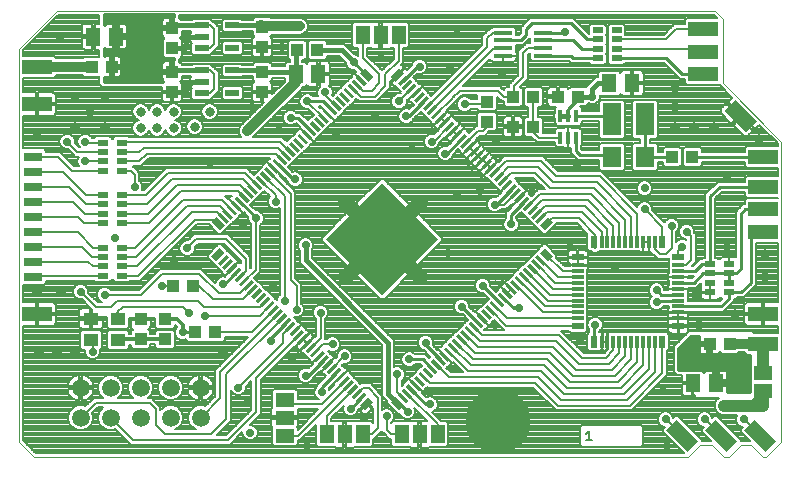
<source format=gtl>
G75*
%MOIN*%
%OFA0B0*%
%FSLAX25Y25*%
%IPPOS*%
%LPD*%
%AMOC8*
5,1,8,0,0,1.08239X$1,22.5*
%
%ADD10C,0.00000*%
%ADD11C,0.00800*%
%ADD12R,0.10000X0.05000*%
%ADD13R,0.05118X0.05906*%
%ADD14R,0.04331X0.03937*%
%ADD15R,0.06299X0.10630*%
%ADD16R,0.06299X0.07087*%
%ADD17R,0.03937X0.04331*%
%ADD18R,0.06299X0.03150*%
%ADD19R,0.04600X0.06300*%
%ADD20R,0.06300X0.04600*%
%ADD21R,0.05000X0.10000*%
%ADD22R,0.03543X0.01969*%
%ADD23R,0.03937X0.02362*%
%ADD24R,0.03937X0.01181*%
%ADD25R,0.02362X0.03937*%
%ADD26R,0.01181X0.03937*%
%ADD27R,0.26378X0.26378*%
%ADD28R,0.01575X0.04134*%
%ADD29R,0.06299X0.01181*%
%ADD30R,0.04724X0.02165*%
%ADD31C,0.05937*%
%ADD32R,0.05118X0.04331*%
%ADD33C,0.01600*%
%ADD34C,0.02775*%
%ADD35C,0.01000*%
%ADD36C,0.03200*%
%ADD37C,0.03169*%
%ADD38C,0.01200*%
%ADD39C,0.04000*%
%ADD40C,0.21654*%
%ADD41C,0.01100*%
%ADD42C,0.03562*%
%ADD43C,0.00700*%
%ADD44C,0.00850*%
%ADD45C,0.05000*%
%ADD46C,0.00600*%
D10*
X0003100Y0006600D02*
X0008100Y0001600D01*
X0226100Y0001600D01*
X0230100Y0005600D01*
X0234100Y0005600D01*
X0238100Y0001600D01*
X0239600Y0001600D01*
X0243600Y0005600D01*
X0247100Y0005600D01*
X0251100Y0001600D01*
X0252100Y0001600D01*
X0257100Y0006600D01*
X0257100Y0106600D01*
X0237600Y0126100D01*
X0237600Y0147600D01*
X0235100Y0150100D01*
X0015600Y0150100D01*
X0003100Y0137600D01*
X0003100Y0006600D01*
D11*
X0007384Y0003996D02*
X0223490Y0003996D01*
X0222691Y0004794D02*
X0145423Y0004794D01*
X0145392Y0004763D02*
X0146087Y0005458D01*
X0146087Y0012742D01*
X0145392Y0013437D01*
X0143857Y0013437D01*
X0140723Y0016571D01*
X0141559Y0016917D01*
X0142283Y0017641D01*
X0142675Y0018588D01*
X0142675Y0019612D01*
X0142283Y0020559D01*
X0141559Y0021283D01*
X0140612Y0021675D01*
X0139588Y0021675D01*
X0138851Y0021369D01*
X0137419Y0022801D01*
X0137617Y0023000D01*
X0135236Y0025382D01*
X0137617Y0023000D01*
X0138165Y0023548D01*
X0138350Y0023867D01*
X0138410Y0024094D01*
X0139128Y0024812D01*
X0139428Y0024513D01*
X0174442Y0024513D01*
X0181942Y0017013D01*
X0207258Y0017013D01*
X0208187Y0017942D01*
X0219105Y0028860D01*
X0219105Y0036712D01*
X0219190Y0036712D01*
X0219886Y0037407D01*
X0219886Y0042328D01*
X0219190Y0043024D01*
X0200544Y0043024D01*
X0200341Y0043141D01*
X0199985Y0043236D01*
X0199210Y0043236D01*
X0198435Y0043236D01*
X0198226Y0043180D01*
X0198017Y0043236D01*
X0197242Y0043236D01*
X0197242Y0042103D01*
X0197242Y0042103D01*
X0197242Y0043236D01*
X0196467Y0043236D01*
X0196370Y0043210D01*
X0196370Y0043339D01*
X0196559Y0043417D01*
X0197283Y0044141D01*
X0197675Y0045088D01*
X0197675Y0046112D01*
X0197283Y0047059D01*
X0196559Y0047783D01*
X0195612Y0048175D01*
X0194588Y0048175D01*
X0193641Y0047783D01*
X0192917Y0047059D01*
X0192525Y0046112D01*
X0192525Y0045088D01*
X0192917Y0044141D01*
X0192995Y0044063D01*
X0192995Y0043009D01*
X0192314Y0042328D01*
X0192314Y0037407D01*
X0193010Y0036712D01*
X0195908Y0036712D01*
X0196111Y0036595D01*
X0196467Y0036499D01*
X0197242Y0036499D01*
X0198017Y0036499D01*
X0198226Y0036555D01*
X0198293Y0036537D01*
X0197942Y0036187D01*
X0191258Y0036187D01*
X0183850Y0043595D01*
X0186212Y0043595D01*
X0186212Y0043510D01*
X0186907Y0042814D01*
X0191828Y0042814D01*
X0192524Y0043510D01*
X0192524Y0064124D01*
X0192641Y0064327D01*
X0192736Y0064683D01*
X0192736Y0065458D01*
X0191602Y0065458D01*
X0191603Y0065458D01*
X0192736Y0065458D01*
X0192736Y0066233D01*
X0192680Y0066443D01*
X0192736Y0066652D01*
X0192736Y0067827D01*
X0189558Y0067827D01*
X0189558Y0067449D01*
X0189368Y0067449D01*
X0189368Y0065458D01*
X0186842Y0065458D01*
X0187132Y0065458D02*
X0185999Y0065458D01*
X0185999Y0065077D01*
X0184921Y0065077D01*
X0182157Y0067841D01*
X0182218Y0067901D01*
X0182218Y0068885D01*
X0178738Y0072364D01*
X0177755Y0072364D01*
X0175389Y0069998D01*
X0173997Y0068606D01*
X0172605Y0067215D01*
X0171352Y0065961D01*
X0169821Y0064431D01*
X0168429Y0063039D01*
X0167037Y0061647D01*
X0165962Y0060571D01*
X0165735Y0060511D01*
X0165416Y0060326D01*
X0164868Y0059779D01*
X0165670Y0058977D01*
X0165670Y0058977D01*
X0164868Y0059778D01*
X0164320Y0059231D01*
X0164212Y0059043D01*
X0164024Y0058935D01*
X0163476Y0058387D01*
X0164278Y0057585D01*
X0163476Y0058387D01*
X0162928Y0057839D01*
X0162744Y0057519D01*
X0162683Y0057293D01*
X0162036Y0056646D01*
X0160175Y0058507D01*
X0160175Y0059112D01*
X0159783Y0060059D01*
X0159059Y0060783D01*
X0158112Y0061175D01*
X0157088Y0061175D01*
X0156141Y0060783D01*
X0155417Y0060059D01*
X0155025Y0059112D01*
X0155025Y0058088D01*
X0155417Y0057141D01*
X0156141Y0056417D01*
X0157088Y0056025D01*
X0157884Y0056025D01*
X0159650Y0054259D01*
X0158686Y0053295D01*
X0157294Y0051903D01*
X0156218Y0050828D01*
X0155992Y0050767D01*
X0155673Y0050583D01*
X0155125Y0050035D01*
X0157507Y0047653D01*
X0159889Y0045271D01*
X0160436Y0045819D01*
X0160621Y0046138D01*
X0160681Y0046365D01*
X0161400Y0047083D01*
X0164795Y0043687D01*
X0158149Y0043687D01*
X0158077Y0043760D01*
X0158795Y0044478D01*
X0159021Y0044539D01*
X0159341Y0044723D01*
X0159888Y0045271D01*
X0157507Y0047653D01*
X0157507Y0047653D01*
X0157506Y0047653D01*
X0155125Y0050035D01*
X0154926Y0049836D01*
X0153175Y0051587D01*
X0153175Y0052112D01*
X0152783Y0053059D01*
X0152059Y0053783D01*
X0151112Y0054175D01*
X0150088Y0054175D01*
X0149141Y0053783D01*
X0148417Y0053059D01*
X0148025Y0052112D01*
X0148025Y0051088D01*
X0148417Y0050141D01*
X0149141Y0049417D01*
X0150088Y0049025D01*
X0150964Y0049025D01*
X0152690Y0047300D01*
X0151726Y0046335D01*
X0150334Y0044943D01*
X0148942Y0043552D01*
X0148942Y0043551D01*
X0147550Y0042160D01*
X0146158Y0040768D01*
X0144766Y0039376D01*
X0143691Y0038300D01*
X0143464Y0038240D01*
X0143145Y0038055D01*
X0142597Y0037508D01*
X0144979Y0035126D01*
X0144979Y0035126D01*
X0142597Y0037507D01*
X0142398Y0037309D01*
X0141012Y0038695D01*
X0141175Y0039088D01*
X0141175Y0040112D01*
X0140783Y0041059D01*
X0140059Y0041783D01*
X0139112Y0042175D01*
X0138088Y0042175D01*
X0137141Y0041783D01*
X0136417Y0041059D01*
X0136025Y0040112D01*
X0136025Y0039088D01*
X0136417Y0038141D01*
X0137141Y0037417D01*
X0137783Y0037151D01*
X0137901Y0037033D01*
X0140162Y0034772D01*
X0139765Y0034374D01*
X0139340Y0034799D01*
X0138352Y0035787D01*
X0135054Y0035787D01*
X0134559Y0036283D01*
X0133612Y0036675D01*
X0132588Y0036675D01*
X0131641Y0036283D01*
X0130917Y0035559D01*
X0130525Y0034612D01*
X0130525Y0033588D01*
X0130917Y0032641D01*
X0131641Y0031917D01*
X0132588Y0031525D01*
X0133612Y0031525D01*
X0134559Y0031917D01*
X0135054Y0032413D01*
X0136954Y0032413D01*
X0137379Y0031988D01*
X0136414Y0031024D01*
X0135022Y0029632D01*
X0133947Y0028557D01*
X0133721Y0028496D01*
X0133402Y0028312D01*
X0132854Y0027764D01*
X0135235Y0025382D01*
X0132854Y0027764D01*
X0132306Y0027216D01*
X0132121Y0026897D01*
X0132061Y0026670D01*
X0130847Y0025456D01*
X0130687Y0025297D01*
X0130687Y0027046D01*
X0131283Y0027641D01*
X0131675Y0028588D01*
X0131675Y0029612D01*
X0131283Y0030559D01*
X0130559Y0031283D01*
X0129612Y0031675D01*
X0128588Y0031675D01*
X0128087Y0031467D01*
X0128087Y0040423D01*
X0126923Y0041587D01*
X0100587Y0067923D01*
X0100587Y0070446D01*
X0100783Y0070641D01*
X0101175Y0071588D01*
X0101175Y0072612D01*
X0100783Y0073559D01*
X0100059Y0074283D01*
X0099112Y0074675D01*
X0098088Y0074675D01*
X0097141Y0074283D01*
X0096417Y0073559D01*
X0096025Y0072612D01*
X0096025Y0071588D01*
X0096417Y0070641D01*
X0096613Y0070446D01*
X0096613Y0066277D01*
X0124113Y0038777D01*
X0124113Y0021832D01*
X0123766Y0022179D01*
X0121187Y0025187D01*
X0121187Y0025258D01*
X0120766Y0025679D01*
X0120377Y0026132D01*
X0120307Y0026138D01*
X0120258Y0026187D01*
X0119661Y0026187D01*
X0119066Y0026233D01*
X0119013Y0026187D01*
X0117093Y0026187D01*
X0116857Y0025952D01*
X0115961Y0026848D01*
X0115961Y0026848D01*
X0114431Y0028379D01*
X0113355Y0029454D01*
X0113295Y0029681D01*
X0113110Y0030000D01*
X0112562Y0030548D01*
X0112015Y0031096D01*
X0111695Y0031280D01*
X0111469Y0031341D01*
X0110751Y0032059D01*
X0111217Y0032525D01*
X0112112Y0032525D01*
X0113059Y0032917D01*
X0113783Y0033641D01*
X0114175Y0034588D01*
X0114175Y0035612D01*
X0113783Y0036559D01*
X0113059Y0037283D01*
X0112112Y0037675D01*
X0111088Y0037675D01*
X0110141Y0037283D01*
X0109417Y0036559D01*
X0109025Y0035612D01*
X0109025Y0034823D01*
X0108656Y0034454D01*
X0108387Y0034724D01*
X0107839Y0035272D01*
X0107519Y0035456D01*
X0107293Y0035516D01*
X0106396Y0036414D01*
X0106335Y0036640D01*
X0106186Y0036899D01*
X0107088Y0036525D01*
X0108112Y0036525D01*
X0109059Y0036917D01*
X0109783Y0037641D01*
X0110175Y0038588D01*
X0110175Y0039612D01*
X0109783Y0040559D01*
X0109059Y0041283D01*
X0108112Y0041675D01*
X0107088Y0041675D01*
X0106141Y0041283D01*
X0105546Y0040687D01*
X0105215Y0040687D01*
X0105215Y0046928D01*
X0105224Y0046937D01*
X0105215Y0047574D01*
X0105783Y0048141D01*
X0106175Y0049088D01*
X0106175Y0050112D01*
X0105783Y0051059D01*
X0105059Y0051783D01*
X0104112Y0052175D01*
X0103088Y0052175D01*
X0102141Y0051783D01*
X0101417Y0051059D01*
X0101025Y0050112D01*
X0101025Y0049088D01*
X0101417Y0048141D01*
X0102040Y0047519D01*
X0102040Y0041758D01*
X0101696Y0041414D01*
X0101427Y0041683D01*
X0100625Y0040882D01*
X0100626Y0040882D01*
X0101427Y0041683D01*
X0100879Y0042231D01*
X0100691Y0042340D01*
X0100583Y0042527D01*
X0100035Y0043075D01*
X0099234Y0042274D01*
X0099233Y0042274D01*
X0100035Y0043075D01*
X0099487Y0043623D01*
X0099168Y0043807D01*
X0098941Y0043868D01*
X0098044Y0044766D01*
X0097983Y0044992D01*
X0097799Y0045311D01*
X0097251Y0045859D01*
X0094869Y0043477D01*
X0094869Y0043477D01*
X0097251Y0045859D01*
X0096703Y0046407D01*
X0096384Y0046591D01*
X0096158Y0046652D01*
X0094943Y0047866D01*
X0094570Y0048240D01*
X0095088Y0048025D01*
X0096112Y0048025D01*
X0097059Y0048417D01*
X0097783Y0049141D01*
X0098175Y0050088D01*
X0098175Y0051112D01*
X0097783Y0052059D01*
X0097187Y0052654D01*
X0097187Y0059258D01*
X0095187Y0061258D01*
X0095187Y0089946D01*
X0094258Y0090876D01*
X0090022Y0095112D01*
X0090291Y0095381D01*
X0087910Y0097763D01*
X0090291Y0095381D01*
X0090490Y0095580D01*
X0092376Y0093694D01*
X0092376Y0093694D01*
X0092556Y0093514D01*
X0092917Y0092641D01*
X0093641Y0091917D01*
X0094588Y0091525D01*
X0095612Y0091525D01*
X0096559Y0091917D01*
X0097283Y0092641D01*
X0097675Y0093588D01*
X0097675Y0094612D01*
X0097283Y0095559D01*
X0096559Y0096283D01*
X0095612Y0096675D01*
X0094588Y0096675D01*
X0094291Y0096552D01*
X0092726Y0098117D01*
X0093551Y0098942D01*
X0093552Y0098942D01*
X0095082Y0100473D01*
X0096474Y0101865D01*
X0097866Y0103257D01*
X0099258Y0104648D01*
X0099258Y0104648D01*
X0100333Y0105724D01*
X0100560Y0105784D01*
X0100879Y0105969D01*
X0101427Y0106517D01*
X0101975Y0107065D01*
X0102159Y0107384D01*
X0102220Y0107610D01*
X0103434Y0108824D01*
X0104826Y0110216D01*
X0106218Y0111608D01*
X0107293Y0112683D01*
X0107519Y0112744D01*
X0107839Y0112928D01*
X0108387Y0113476D01*
X0108935Y0114024D01*
X0109119Y0114344D01*
X0109180Y0114570D01*
X0110255Y0115645D01*
X0111786Y0117176D01*
X0113177Y0118568D01*
X0114569Y0119960D01*
X0115465Y0120856D01*
X0116309Y0120013D01*
X0122258Y0120013D01*
X0123187Y0120942D01*
X0126687Y0124442D01*
X0126687Y0126602D01*
X0126734Y0126556D01*
X0128981Y0128803D01*
X0129250Y0128534D01*
X0127003Y0126287D01*
X0127834Y0125456D01*
X0128153Y0125272D01*
X0128379Y0125211D01*
X0129594Y0123997D01*
X0130490Y0123101D01*
X0130064Y0122675D01*
X0129221Y0122675D01*
X0128275Y0122283D01*
X0127551Y0121559D01*
X0127159Y0120612D01*
X0127159Y0119588D01*
X0127551Y0118641D01*
X0128275Y0117917D01*
X0129221Y0117525D01*
X0130246Y0117525D01*
X0131192Y0117917D01*
X0131916Y0118641D01*
X0132308Y0119588D01*
X0132308Y0120430D01*
X0132584Y0120706D01*
X0132854Y0120436D01*
X0133402Y0119888D01*
X0133721Y0119704D01*
X0133947Y0119643D01*
X0134595Y0118996D01*
X0133080Y0117481D01*
X0132612Y0117675D01*
X0131588Y0117675D01*
X0130641Y0117283D01*
X0129917Y0116559D01*
X0129525Y0115612D01*
X0129525Y0114588D01*
X0129917Y0113641D01*
X0130641Y0112917D01*
X0131588Y0112525D01*
X0132612Y0112525D01*
X0133559Y0112917D01*
X0134283Y0113641D01*
X0134473Y0114102D01*
X0134773Y0114401D01*
X0136981Y0116609D01*
X0137945Y0115645D01*
X0139337Y0114253D01*
X0140412Y0113178D01*
X0140473Y0112952D01*
X0140657Y0112632D01*
X0141205Y0112084D01*
X0141753Y0111537D01*
X0141941Y0111428D01*
X0142049Y0111240D01*
X0142597Y0110693D01*
X0143398Y0111494D01*
X0143399Y0111494D01*
X0142597Y0110692D01*
X0142867Y0110423D01*
X0141470Y0109026D01*
X0141112Y0109175D01*
X0140088Y0109175D01*
X0139141Y0108783D01*
X0138417Y0108059D01*
X0138025Y0107112D01*
X0138025Y0106088D01*
X0138417Y0105141D01*
X0139141Y0104417D01*
X0140088Y0104025D01*
X0141112Y0104025D01*
X0142059Y0104417D01*
X0142783Y0105141D01*
X0143175Y0106088D01*
X0143175Y0106241D01*
X0145112Y0108178D01*
X0145381Y0107909D01*
X0146183Y0108710D01*
X0146182Y0108710D01*
X0145381Y0107909D01*
X0145929Y0107361D01*
X0146117Y0107252D01*
X0146225Y0107065D01*
X0146773Y0106517D01*
X0147574Y0107318D01*
X0147575Y0107318D01*
X0146773Y0106517D01*
X0146972Y0106318D01*
X0145765Y0105111D01*
X0145612Y0105175D01*
X0144588Y0105175D01*
X0143641Y0104783D01*
X0142917Y0104059D01*
X0142525Y0103112D01*
X0142525Y0102088D01*
X0142917Y0101141D01*
X0143641Y0100417D01*
X0144588Y0100025D01*
X0145612Y0100025D01*
X0146559Y0100417D01*
X0147283Y0101141D01*
X0147675Y0102088D01*
X0147675Y0102248D01*
X0149509Y0104082D01*
X0150156Y0103434D01*
X0150217Y0103208D01*
X0150401Y0102889D01*
X0150949Y0102341D01*
X0151750Y0103143D01*
X0151750Y0103142D01*
X0150949Y0102341D01*
X0151497Y0101793D01*
X0151685Y0101685D01*
X0151793Y0101497D01*
X0152341Y0100949D01*
X0152889Y0100401D01*
X0153076Y0100293D01*
X0153185Y0100105D01*
X0153733Y0099557D01*
X0154281Y0099009D01*
X0154468Y0098901D01*
X0154577Y0098713D01*
X0155125Y0098165D01*
X0155673Y0097617D01*
X0155860Y0097509D01*
X0155969Y0097321D01*
X0156517Y0096773D01*
X0157065Y0096225D01*
X0157252Y0096117D01*
X0157361Y0095929D01*
X0157909Y0095381D01*
X0158457Y0094833D01*
X0158776Y0094649D01*
X0159002Y0094588D01*
X0160216Y0093374D01*
X0161608Y0091982D01*
X0162684Y0090907D01*
X0162744Y0090681D01*
X0162928Y0090361D01*
X0163476Y0089813D01*
X0165858Y0092195D01*
X0165858Y0092195D01*
X0163476Y0089813D01*
X0163675Y0089615D01*
X0162199Y0088139D01*
X0162112Y0088175D01*
X0161088Y0088175D01*
X0160141Y0087783D01*
X0159417Y0087059D01*
X0159025Y0086112D01*
X0159025Y0085088D01*
X0159417Y0084141D01*
X0160141Y0083417D01*
X0161088Y0083025D01*
X0162112Y0083025D01*
X0163059Y0083417D01*
X0163654Y0084013D01*
X0165488Y0084013D01*
X0166418Y0084942D01*
X0167383Y0085907D01*
X0167652Y0085638D01*
X0170034Y0088019D01*
X0167652Y0085637D01*
X0167851Y0085439D01*
X0166401Y0083989D01*
X0165413Y0083000D01*
X0165413Y0081054D01*
X0164917Y0080559D01*
X0164525Y0079612D01*
X0164525Y0078588D01*
X0164917Y0077641D01*
X0165641Y0076917D01*
X0166588Y0076525D01*
X0167612Y0076525D01*
X0168559Y0076917D01*
X0169283Y0077641D01*
X0169675Y0078588D01*
X0169675Y0079612D01*
X0169283Y0080559D01*
X0168787Y0081054D01*
X0168787Y0081602D01*
X0170388Y0083203D01*
X0171352Y0082239D01*
X0172744Y0080847D01*
X0174136Y0079455D01*
X0175528Y0078063D01*
X0177755Y0075836D01*
X0178738Y0075836D01*
X0182218Y0079315D01*
X0182218Y0079513D01*
X0188942Y0079513D01*
X0192488Y0075967D01*
X0192314Y0075793D01*
X0192314Y0070872D01*
X0193010Y0070176D01*
X0193848Y0070176D01*
X0194089Y0070016D01*
X0194442Y0069662D01*
X0194620Y0069662D01*
X0194767Y0069564D01*
X0195257Y0069662D01*
X0195758Y0069662D01*
X0195883Y0069788D01*
X0196057Y0069822D01*
X0196292Y0070176D01*
X0209687Y0070176D01*
X0209890Y0070059D01*
X0210246Y0069964D01*
X0211021Y0069964D01*
X0211021Y0071098D01*
X0211021Y0071097D01*
X0211021Y0069964D01*
X0211796Y0069964D01*
X0212006Y0070020D01*
X0212215Y0069964D01*
X0212990Y0069964D01*
X0213491Y0069964D01*
X0215013Y0068442D01*
X0215942Y0067513D01*
X0219258Y0067513D01*
X0219676Y0067931D01*
X0219676Y0062855D01*
X0219559Y0062652D01*
X0219464Y0062296D01*
X0219464Y0061521D01*
X0219464Y0060746D01*
X0219559Y0060390D01*
X0219676Y0060187D01*
X0219676Y0058918D01*
X0219559Y0058715D01*
X0219464Y0058359D01*
X0219464Y0057584D01*
X0219464Y0057303D01*
X0218175Y0057303D01*
X0218175Y0057612D01*
X0217783Y0058559D01*
X0217059Y0059283D01*
X0216112Y0059675D01*
X0215088Y0059675D01*
X0214141Y0059283D01*
X0213417Y0058559D01*
X0213025Y0057612D01*
X0213025Y0056588D01*
X0213417Y0055641D01*
X0213959Y0055100D01*
X0213417Y0054559D01*
X0213025Y0053612D01*
X0213025Y0052588D01*
X0213417Y0051641D01*
X0214141Y0050917D01*
X0215088Y0050525D01*
X0216112Y0050525D01*
X0217059Y0050917D01*
X0217783Y0051641D01*
X0217915Y0051960D01*
X0219676Y0051960D01*
X0219676Y0051044D01*
X0219559Y0050841D01*
X0219464Y0050485D01*
X0219464Y0049710D01*
X0219464Y0048935D01*
X0219520Y0048726D01*
X0219464Y0048517D01*
X0219464Y0047742D01*
X0220597Y0047742D01*
X0220597Y0047742D01*
X0219464Y0047742D01*
X0219464Y0046967D01*
X0219520Y0046757D01*
X0219464Y0046548D01*
X0219464Y0045373D01*
X0222642Y0045373D01*
X0222642Y0045751D01*
X0222832Y0045751D01*
X0222832Y0047742D01*
X0222832Y0049710D01*
X0222832Y0049710D01*
X0222832Y0047742D01*
X0222832Y0047742D01*
X0222832Y0047742D01*
X0222832Y0047720D01*
X0222832Y0045751D01*
X0223023Y0045751D01*
X0223023Y0045373D01*
X0226201Y0045373D01*
X0226201Y0046548D01*
X0226145Y0046757D01*
X0226201Y0046967D01*
X0226201Y0047742D01*
X0226201Y0048517D01*
X0226145Y0048726D01*
X0226201Y0048935D01*
X0226201Y0049710D01*
X0225068Y0049710D01*
X0225067Y0049710D01*
X0226201Y0049710D01*
X0226201Y0049991D01*
X0237878Y0049991D01*
X0241437Y0053551D01*
X0241437Y0054204D01*
X0242013Y0054204D01*
X0242497Y0054688D01*
X0244575Y0054688D01*
X0248787Y0058901D01*
X0248787Y0072913D01*
X0255913Y0072913D01*
X0255913Y0053000D01*
X0251500Y0053000D01*
X0251500Y0049500D01*
X0250700Y0049500D01*
X0250700Y0053000D01*
X0245916Y0053000D01*
X0245560Y0052905D01*
X0245240Y0052720D01*
X0244980Y0052460D01*
X0244795Y0052140D01*
X0244700Y0051784D01*
X0244700Y0049500D01*
X0250700Y0049500D01*
X0250700Y0048700D01*
X0251500Y0048700D01*
X0251500Y0045200D01*
X0255913Y0045200D01*
X0255913Y0042787D01*
X0247940Y0042787D01*
X0247340Y0043387D01*
X0226360Y0043387D01*
X0225313Y0042340D01*
X0222360Y0039387D01*
X0222360Y0039387D01*
X0221313Y0038340D01*
X0221313Y0029860D01*
X0222360Y0028813D01*
X0223901Y0028813D01*
X0223901Y0026500D01*
X0227460Y0026500D01*
X0227460Y0025700D01*
X0227813Y0025700D01*
X0227813Y0022360D01*
X0228260Y0021912D01*
X0228260Y0021747D01*
X0228425Y0021747D01*
X0228860Y0021313D01*
X0236320Y0021313D01*
X0236294Y0021302D01*
X0235398Y0020406D01*
X0234913Y0019234D01*
X0234913Y0017966D01*
X0235398Y0016794D01*
X0236294Y0015898D01*
X0237466Y0015413D01*
X0242357Y0015413D01*
X0242025Y0014612D01*
X0242025Y0013588D01*
X0242417Y0012641D01*
X0243141Y0011917D01*
X0244088Y0011525D01*
X0244275Y0011525D01*
X0243609Y0010860D01*
X0243609Y0009876D01*
X0246698Y0006787D01*
X0243591Y0006787D01*
X0243591Y0007324D01*
X0235824Y0015091D01*
X0234840Y0015091D01*
X0234175Y0014425D01*
X0234175Y0014612D01*
X0233783Y0015559D01*
X0233059Y0016283D01*
X0232112Y0016675D01*
X0231088Y0016675D01*
X0230141Y0016283D01*
X0229417Y0015559D01*
X0229025Y0014612D01*
X0229025Y0013588D01*
X0229417Y0012641D01*
X0230141Y0011917D01*
X0231088Y0011525D01*
X0231275Y0011525D01*
X0230609Y0010860D01*
X0230609Y0009876D01*
X0233698Y0006787D01*
X0230591Y0006787D01*
X0230591Y0007324D01*
X0222824Y0015091D01*
X0221840Y0015091D01*
X0221175Y0014425D01*
X0221175Y0014612D01*
X0220783Y0015559D01*
X0220059Y0016283D01*
X0219112Y0016675D01*
X0218088Y0016675D01*
X0217141Y0016283D01*
X0216417Y0015559D01*
X0216025Y0014612D01*
X0216025Y0013588D01*
X0216417Y0012641D01*
X0217141Y0011917D01*
X0218088Y0011525D01*
X0218275Y0011525D01*
X0217609Y0010860D01*
X0217609Y0009876D01*
X0224698Y0002787D01*
X0008592Y0002787D01*
X0004287Y0007092D01*
X0004287Y0045200D01*
X0008700Y0045200D01*
X0008700Y0048700D01*
X0009500Y0048700D01*
X0009500Y0049500D01*
X0008700Y0049500D01*
X0008700Y0053000D01*
X0004287Y0053000D01*
X0004287Y0058838D01*
X0011241Y0058838D01*
X0011937Y0059533D01*
X0011937Y0060288D01*
X0028103Y0060288D01*
X0028687Y0059704D01*
X0033214Y0059704D01*
X0033909Y0060399D01*
X0033909Y0060600D01*
X0034291Y0060600D01*
X0034291Y0060399D01*
X0034986Y0059704D01*
X0039513Y0059704D01*
X0040097Y0060288D01*
X0043533Y0060288D01*
X0062258Y0079013D01*
X0066285Y0079013D01*
X0069462Y0075836D01*
X0070445Y0075836D01*
X0072811Y0078202D01*
X0074203Y0079594D01*
X0075595Y0080985D01*
X0076670Y0082061D01*
X0076897Y0082121D01*
X0077216Y0082306D01*
X0077764Y0082854D01*
X0077963Y0083052D01*
X0079525Y0081490D01*
X0079525Y0080588D01*
X0079917Y0079641D01*
X0080370Y0079189D01*
X0080370Y0064630D01*
X0080187Y0064447D01*
X0080187Y0068258D01*
X0079258Y0069187D01*
X0073687Y0074758D01*
X0072758Y0075687D01*
X0061442Y0075687D01*
X0060513Y0074758D01*
X0059430Y0073675D01*
X0058588Y0073675D01*
X0057641Y0073283D01*
X0056917Y0072559D01*
X0056525Y0071612D01*
X0056525Y0070588D01*
X0056917Y0069641D01*
X0057641Y0068917D01*
X0058588Y0068525D01*
X0059612Y0068525D01*
X0060559Y0068917D01*
X0061283Y0069641D01*
X0061675Y0070588D01*
X0061675Y0071430D01*
X0062758Y0072513D01*
X0071442Y0072513D01*
X0077013Y0066942D01*
X0077013Y0066030D01*
X0076920Y0066190D01*
X0076372Y0066738D01*
X0073990Y0064356D01*
X0071608Y0061974D01*
X0071807Y0061776D01*
X0071679Y0061647D01*
X0071612Y0061675D01*
X0070588Y0061675D01*
X0069641Y0061283D01*
X0068917Y0060559D01*
X0068525Y0059612D01*
X0068525Y0059420D01*
X0064687Y0063258D01*
X0063758Y0064187D01*
X0049942Y0064187D01*
X0049013Y0063258D01*
X0042942Y0057187D01*
X0033654Y0057187D01*
X0033059Y0057783D01*
X0032112Y0058175D01*
X0031088Y0058175D01*
X0030141Y0057783D01*
X0029417Y0057059D01*
X0029025Y0056112D01*
X0029025Y0055088D01*
X0029417Y0054141D01*
X0030141Y0053417D01*
X0030696Y0053187D01*
X0029258Y0053187D01*
X0026175Y0056270D01*
X0026175Y0057112D01*
X0025783Y0058059D01*
X0025059Y0058783D01*
X0024112Y0059175D01*
X0023088Y0059175D01*
X0022141Y0058783D01*
X0021417Y0058059D01*
X0021025Y0057112D01*
X0021025Y0056088D01*
X0021417Y0055141D01*
X0022141Y0054417D01*
X0023088Y0054025D01*
X0023930Y0054025D01*
X0027013Y0050942D01*
X0027472Y0050483D01*
X0027472Y0048043D01*
X0026672Y0048043D01*
X0026672Y0047243D01*
X0023113Y0047243D01*
X0023113Y0045294D01*
X0023209Y0044938D01*
X0023393Y0044618D01*
X0023654Y0044358D01*
X0023973Y0044173D01*
X0024329Y0044078D01*
X0026672Y0044078D01*
X0026672Y0047243D01*
X0027472Y0047243D01*
X0027472Y0044078D01*
X0029816Y0044078D01*
X0030172Y0044173D01*
X0030491Y0044358D01*
X0030752Y0044618D01*
X0030936Y0044938D01*
X0031031Y0045294D01*
X0031031Y0047243D01*
X0027472Y0047243D01*
X0027472Y0048043D01*
X0031031Y0048043D01*
X0031031Y0048100D01*
X0032381Y0048100D01*
X0032381Y0044986D01*
X0033077Y0044291D01*
X0039178Y0044291D01*
X0039874Y0044986D01*
X0039874Y0047900D01*
X0040231Y0047900D01*
X0040231Y0047846D01*
X0043200Y0047846D01*
X0043200Y0047046D01*
X0040231Y0047046D01*
X0040231Y0045097D01*
X0040327Y0044741D01*
X0040511Y0044421D01*
X0040772Y0044161D01*
X0041040Y0044006D01*
X0040444Y0043411D01*
X0040444Y0042541D01*
X0039874Y0042541D01*
X0039874Y0043214D01*
X0039178Y0043909D01*
X0033077Y0043909D01*
X0032381Y0043214D01*
X0032381Y0037899D01*
X0033077Y0037204D01*
X0039178Y0037204D01*
X0039874Y0037899D01*
X0039874Y0038966D01*
X0040444Y0038966D01*
X0040444Y0038096D01*
X0041140Y0037401D01*
X0046060Y0037401D01*
X0046756Y0038096D01*
X0046756Y0039065D01*
X0048247Y0039065D01*
X0048247Y0038293D01*
X0048943Y0037598D01*
X0054257Y0037598D01*
X0054953Y0038293D01*
X0054953Y0043214D01*
X0054257Y0043909D01*
X0048943Y0043909D01*
X0048247Y0043214D01*
X0048247Y0042639D01*
X0046756Y0042639D01*
X0046756Y0043411D01*
X0046160Y0044006D01*
X0046428Y0044161D01*
X0046689Y0044421D01*
X0046873Y0044741D01*
X0046968Y0045097D01*
X0046968Y0047046D01*
X0044000Y0047046D01*
X0044000Y0047846D01*
X0046968Y0047846D01*
X0046968Y0047900D01*
X0048247Y0047900D01*
X0048247Y0044986D01*
X0048943Y0044291D01*
X0054257Y0044291D01*
X0054953Y0044986D01*
X0054953Y0045659D01*
X0055013Y0045659D01*
X0055765Y0044907D01*
X0055417Y0044559D01*
X0055025Y0043612D01*
X0055025Y0042588D01*
X0055417Y0041641D01*
X0056141Y0040917D01*
X0057088Y0040525D01*
X0058112Y0040525D01*
X0058598Y0040726D01*
X0058598Y0040443D01*
X0059293Y0039747D01*
X0064214Y0039747D01*
X0064267Y0039800D01*
X0065933Y0039800D01*
X0065986Y0039747D01*
X0070907Y0039747D01*
X0071602Y0040443D01*
X0071602Y0041513D01*
X0079524Y0041513D01*
X0068513Y0030501D01*
X0068513Y0021758D01*
X0065193Y0018438D01*
X0064427Y0018756D01*
X0062773Y0018756D01*
X0061246Y0018123D01*
X0060077Y0016954D01*
X0059444Y0015427D01*
X0059444Y0013773D01*
X0060077Y0012246D01*
X0061246Y0011077D01*
X0062186Y0010687D01*
X0055014Y0010687D01*
X0055954Y0011077D01*
X0057123Y0012246D01*
X0057756Y0013773D01*
X0057756Y0015427D01*
X0057123Y0016954D01*
X0055954Y0018123D01*
X0054427Y0018756D01*
X0052773Y0018756D01*
X0051246Y0018123D01*
X0050187Y0017065D01*
X0050187Y0018258D01*
X0048187Y0020258D01*
X0047258Y0021187D01*
X0046065Y0021187D01*
X0047123Y0022246D01*
X0047756Y0023773D01*
X0047756Y0025427D01*
X0047123Y0026954D01*
X0045954Y0028123D01*
X0044427Y0028756D01*
X0042773Y0028756D01*
X0041246Y0028123D01*
X0040077Y0026954D01*
X0039444Y0025427D01*
X0039444Y0023773D01*
X0040077Y0022246D01*
X0041135Y0021187D01*
X0036065Y0021187D01*
X0037123Y0022246D01*
X0037756Y0023773D01*
X0037756Y0025427D01*
X0037123Y0026954D01*
X0035954Y0028123D01*
X0034427Y0028756D01*
X0032773Y0028756D01*
X0031246Y0028123D01*
X0030077Y0026954D01*
X0029444Y0025427D01*
X0029444Y0023773D01*
X0030077Y0022246D01*
X0031135Y0021187D01*
X0027942Y0021187D01*
X0025193Y0018438D01*
X0024427Y0018756D01*
X0022773Y0018756D01*
X0021246Y0018123D01*
X0020077Y0016954D01*
X0019444Y0015427D01*
X0019444Y0013773D01*
X0020077Y0012246D01*
X0021246Y0011077D01*
X0022773Y0010444D01*
X0024427Y0010444D01*
X0025954Y0011077D01*
X0027123Y0012246D01*
X0027756Y0013773D01*
X0027756Y0015427D01*
X0027438Y0016193D01*
X0029258Y0018013D01*
X0031135Y0018013D01*
X0030077Y0016954D01*
X0029444Y0015427D01*
X0029444Y0013773D01*
X0030077Y0012246D01*
X0031246Y0011077D01*
X0032773Y0010444D01*
X0034427Y0010444D01*
X0035193Y0010762D01*
X0040442Y0005513D01*
X0073258Y0005513D01*
X0077525Y0009780D01*
X0077525Y0009088D01*
X0077917Y0008141D01*
X0078641Y0007417D01*
X0079588Y0007025D01*
X0080612Y0007025D01*
X0081559Y0007417D01*
X0082283Y0008141D01*
X0082675Y0009088D01*
X0082675Y0010112D01*
X0082283Y0011059D01*
X0081559Y0011783D01*
X0080612Y0012175D01*
X0079920Y0012175D01*
X0083687Y0015942D01*
X0083687Y0027267D01*
X0095002Y0038581D01*
X0095271Y0038312D01*
X0096073Y0039113D01*
X0096073Y0039113D01*
X0095271Y0038311D01*
X0095819Y0037764D01*
X0096007Y0037655D01*
X0096115Y0037467D01*
X0096663Y0036920D01*
X0097464Y0037721D01*
X0097465Y0037721D01*
X0096663Y0036919D01*
X0097211Y0036372D01*
X0097530Y0036187D01*
X0097757Y0036127D01*
X0098832Y0035051D01*
X0100046Y0033837D01*
X0100107Y0033611D01*
X0100291Y0033292D01*
X0100839Y0032744D01*
X0103221Y0035126D01*
X0103221Y0035125D01*
X0100839Y0032744D01*
X0101038Y0032545D01*
X0099505Y0031012D01*
X0099112Y0031175D01*
X0098088Y0031175D01*
X0097141Y0030783D01*
X0096417Y0030059D01*
X0096025Y0029112D01*
X0096025Y0028088D01*
X0096417Y0027141D01*
X0097141Y0026417D01*
X0098088Y0026025D01*
X0099112Y0026025D01*
X0100059Y0026417D01*
X0100783Y0027141D01*
X0101049Y0027783D01*
X0101459Y0028194D01*
X0103424Y0030159D01*
X0103623Y0029960D01*
X0106005Y0032342D01*
X0108387Y0034724D01*
X0106005Y0032342D01*
X0106005Y0032342D01*
X0106005Y0032342D01*
X0103623Y0029960D01*
X0104171Y0029412D01*
X0104490Y0029228D01*
X0104716Y0029167D01*
X0105364Y0028519D01*
X0102413Y0025568D01*
X0102413Y0025054D01*
X0101917Y0024559D01*
X0101525Y0023612D01*
X0101525Y0022588D01*
X0101917Y0021641D01*
X0102641Y0020917D01*
X0103196Y0020687D01*
X0095937Y0020687D01*
X0095937Y0023392D01*
X0095242Y0024087D01*
X0087958Y0024087D01*
X0087263Y0023392D01*
X0087263Y0017808D01*
X0087323Y0017748D01*
X0087145Y0017440D01*
X0087050Y0017084D01*
X0087050Y0015000D01*
X0091200Y0015000D01*
X0091200Y0014200D01*
X0087050Y0014200D01*
X0087050Y0012116D01*
X0087145Y0011760D01*
X0087323Y0011452D01*
X0087263Y0011392D01*
X0087263Y0005808D01*
X0087958Y0005113D01*
X0095242Y0005113D01*
X0095937Y0005808D01*
X0095937Y0007013D01*
X0096840Y0007013D01*
X0102113Y0012285D01*
X0102113Y0005458D01*
X0102808Y0004763D01*
X0108392Y0004763D01*
X0108452Y0004823D01*
X0108760Y0004645D01*
X0109116Y0004550D01*
X0111200Y0004550D01*
X0111200Y0008700D01*
X0112000Y0008700D01*
X0112000Y0004550D01*
X0114084Y0004550D01*
X0114440Y0004645D01*
X0114748Y0004823D01*
X0114808Y0004763D01*
X0120392Y0004763D01*
X0121087Y0005458D01*
X0121087Y0007513D01*
X0121258Y0007513D01*
X0123258Y0009513D01*
X0124013Y0010268D01*
X0124013Y0009942D01*
X0124942Y0009013D01*
X0126442Y0007513D01*
X0127113Y0007513D01*
X0127113Y0005458D01*
X0127808Y0004763D01*
X0133392Y0004763D01*
X0133452Y0004823D01*
X0133760Y0004645D01*
X0134116Y0004550D01*
X0136200Y0004550D01*
X0136200Y0008700D01*
X0137000Y0008700D01*
X0137000Y0004550D01*
X0139084Y0004550D01*
X0139440Y0004645D01*
X0139748Y0004823D01*
X0139808Y0004763D01*
X0145392Y0004763D01*
X0146087Y0005593D02*
X0189976Y0005593D01*
X0189900Y0005669D02*
X0190369Y0005200D01*
X0190669Y0004900D01*
X0210431Y0004900D01*
X0210900Y0005369D01*
X0211200Y0005669D01*
X0211200Y0011531D01*
X0210731Y0012000D01*
X0210431Y0012300D01*
X0190669Y0012300D01*
X0190200Y0011831D01*
X0189900Y0011531D01*
X0189900Y0005669D01*
X0189900Y0006391D02*
X0146087Y0006391D01*
X0146087Y0007190D02*
X0189900Y0007190D01*
X0189900Y0007988D02*
X0146087Y0007988D01*
X0146087Y0008787D02*
X0189900Y0008787D01*
X0189900Y0009585D02*
X0146087Y0009585D01*
X0146087Y0010384D02*
X0189900Y0010384D01*
X0189900Y0011182D02*
X0146087Y0011182D01*
X0146087Y0011981D02*
X0190349Y0011981D01*
X0193068Y0010203D02*
X0193068Y0007000D01*
X0194135Y0007000D02*
X0192000Y0007000D01*
X0192000Y0009135D02*
X0193068Y0010203D01*
X0181385Y0017570D02*
X0142212Y0017570D01*
X0142584Y0018369D02*
X0180586Y0018369D01*
X0179788Y0019167D02*
X0142675Y0019167D01*
X0142528Y0019966D02*
X0178989Y0019966D01*
X0178191Y0020764D02*
X0142077Y0020764D01*
X0140883Y0021563D02*
X0177392Y0021563D01*
X0176594Y0022361D02*
X0137859Y0022361D01*
X0137777Y0023160D02*
X0175795Y0023160D01*
X0174997Y0023958D02*
X0138374Y0023958D01*
X0139073Y0024757D02*
X0139184Y0024757D01*
X0140085Y0026100D02*
X0175100Y0026100D01*
X0182600Y0018600D01*
X0206600Y0018600D01*
X0217517Y0029517D01*
X0217517Y0039868D01*
X0219886Y0039929D02*
X0222901Y0039929D01*
X0223699Y0040727D02*
X0219886Y0040727D01*
X0219886Y0041526D02*
X0224498Y0041526D01*
X0225296Y0042324D02*
X0219886Y0042324D01*
X0220004Y0042881D02*
X0220323Y0042697D01*
X0220679Y0042602D01*
X0222642Y0042602D01*
X0222642Y0044992D01*
X0223023Y0044992D01*
X0223023Y0045373D01*
X0222642Y0045373D01*
X0222642Y0044992D01*
X0219464Y0044992D01*
X0219464Y0043817D01*
X0219559Y0043461D01*
X0219744Y0043142D01*
X0220004Y0042881D01*
X0219763Y0043123D02*
X0200373Y0043123D01*
X0199210Y0043123D02*
X0199210Y0043123D01*
X0199210Y0043236D02*
X0199210Y0042103D01*
X0199210Y0042103D01*
X0199210Y0043236D01*
X0199210Y0042324D02*
X0199210Y0042324D01*
X0197242Y0042324D02*
X0197242Y0042324D01*
X0197242Y0043123D02*
X0197242Y0043123D01*
X0197062Y0043921D02*
X0219464Y0043921D01*
X0219464Y0044720D02*
X0197522Y0044720D01*
X0197675Y0045518D02*
X0219464Y0045518D01*
X0219464Y0046317D02*
X0197590Y0046317D01*
X0197226Y0047115D02*
X0219464Y0047115D01*
X0219464Y0047914D02*
X0196243Y0047914D01*
X0193957Y0047914D02*
X0192524Y0047914D01*
X0192524Y0048712D02*
X0219516Y0048712D01*
X0219464Y0049511D02*
X0192524Y0049511D01*
X0192524Y0050309D02*
X0219464Y0050309D01*
X0219464Y0049710D02*
X0220597Y0049710D01*
X0219464Y0049710D01*
X0220597Y0049710D02*
X0220597Y0049710D01*
X0219676Y0051108D02*
X0217249Y0051108D01*
X0217892Y0051906D02*
X0219676Y0051906D01*
X0222832Y0049511D02*
X0222832Y0049511D01*
X0222832Y0048712D02*
X0222832Y0048712D01*
X0222832Y0047914D02*
X0222832Y0047914D01*
X0222832Y0047115D02*
X0222832Y0047115D01*
X0222832Y0046317D02*
X0222832Y0046317D01*
X0222642Y0045518D02*
X0223023Y0045518D01*
X0223023Y0044992D02*
X0226201Y0044992D01*
X0226201Y0043817D01*
X0226105Y0043461D01*
X0225921Y0043142D01*
X0225660Y0042881D01*
X0225341Y0042697D01*
X0224985Y0042602D01*
X0223023Y0042602D01*
X0223023Y0044992D01*
X0223023Y0044720D02*
X0222642Y0044720D01*
X0222642Y0043921D02*
X0223023Y0043921D01*
X0223023Y0043123D02*
X0222642Y0043123D01*
X0225313Y0042340D02*
X0225313Y0042340D01*
X0225902Y0043123D02*
X0226095Y0043123D01*
X0226201Y0043921D02*
X0255913Y0043921D01*
X0255913Y0043123D02*
X0247605Y0043123D01*
X0245916Y0045200D02*
X0250700Y0045200D01*
X0250700Y0048700D01*
X0244700Y0048700D01*
X0244700Y0046416D01*
X0244795Y0046060D01*
X0244980Y0045740D01*
X0245240Y0045480D01*
X0245560Y0045295D01*
X0245916Y0045200D01*
X0245202Y0045518D02*
X0226201Y0045518D01*
X0226201Y0044720D02*
X0255913Y0044720D01*
X0251500Y0045518D02*
X0250700Y0045518D01*
X0250700Y0046317D02*
X0251500Y0046317D01*
X0251500Y0047115D02*
X0250700Y0047115D01*
X0250700Y0047914D02*
X0251500Y0047914D01*
X0250700Y0048712D02*
X0226148Y0048712D01*
X0226201Y0047914D02*
X0244700Y0047914D01*
X0244700Y0047115D02*
X0226201Y0047115D01*
X0226201Y0047742D02*
X0225068Y0047742D01*
X0226201Y0047742D01*
X0225068Y0047742D02*
X0225067Y0047742D01*
X0225068Y0047742D01*
X0226201Y0046317D02*
X0244727Y0046317D01*
X0244700Y0049511D02*
X0226201Y0049511D01*
X0225988Y0053366D02*
X0236480Y0053366D01*
X0237402Y0054288D01*
X0237052Y0054638D01*
X0237014Y0054600D01*
X0236382Y0054600D01*
X0236342Y0054532D01*
X0236082Y0054271D01*
X0235762Y0054087D01*
X0235406Y0053991D01*
X0233543Y0053991D01*
X0233543Y0056283D01*
X0233358Y0056283D01*
X0233358Y0053991D01*
X0231494Y0053991D01*
X0231138Y0054087D01*
X0230819Y0054271D01*
X0230558Y0054532D01*
X0230374Y0054851D01*
X0230279Y0055207D01*
X0230279Y0056283D01*
X0233358Y0056283D01*
X0233358Y0056468D01*
X0233358Y0058760D01*
X0233358Y0059433D01*
X0233543Y0059433D01*
X0233543Y0056468D01*
X0233358Y0056468D01*
X0230279Y0056468D01*
X0230279Y0057544D01*
X0230374Y0057900D01*
X0230403Y0057950D01*
X0230374Y0058001D01*
X0230279Y0058357D01*
X0230279Y0059392D01*
X0228752Y0057865D01*
X0226201Y0057865D01*
X0226201Y0057584D01*
X0222832Y0057584D01*
X0219464Y0057584D01*
X0222832Y0057584D01*
X0222832Y0057584D01*
X0222832Y0057584D01*
X0226201Y0057584D01*
X0226201Y0056809D01*
X0226105Y0056453D01*
X0225988Y0056250D01*
X0225988Y0053366D01*
X0225988Y0053503D02*
X0236617Y0053503D01*
X0236112Y0054302D02*
X0237388Y0054302D01*
X0240591Y0052705D02*
X0245225Y0052705D01*
X0244733Y0051906D02*
X0239793Y0051906D01*
X0238994Y0051108D02*
X0244700Y0051108D01*
X0244700Y0050309D02*
X0238196Y0050309D01*
X0241390Y0053503D02*
X0255913Y0053503D01*
X0255913Y0054302D02*
X0242111Y0054302D01*
X0244987Y0055100D02*
X0255913Y0055100D01*
X0255913Y0055899D02*
X0245785Y0055899D01*
X0246584Y0056697D02*
X0255913Y0056697D01*
X0255913Y0057496D02*
X0247382Y0057496D01*
X0248181Y0058294D02*
X0255913Y0058294D01*
X0255913Y0059093D02*
X0248787Y0059093D01*
X0248787Y0059891D02*
X0255913Y0059891D01*
X0255913Y0060690D02*
X0248787Y0060690D01*
X0248787Y0061488D02*
X0255913Y0061488D01*
X0255913Y0062287D02*
X0248787Y0062287D01*
X0248787Y0063085D02*
X0255913Y0063085D01*
X0255913Y0063884D02*
X0248787Y0063884D01*
X0248787Y0064682D02*
X0255913Y0064682D01*
X0255913Y0065481D02*
X0248787Y0065481D01*
X0248787Y0066279D02*
X0255913Y0066279D01*
X0255913Y0067078D02*
X0248787Y0067078D01*
X0248787Y0067876D02*
X0255913Y0067876D01*
X0255913Y0068675D02*
X0248787Y0068675D01*
X0248787Y0069473D02*
X0255913Y0069473D01*
X0255913Y0070272D02*
X0248787Y0070272D01*
X0248787Y0071070D02*
X0255913Y0071070D01*
X0255913Y0071869D02*
X0248787Y0071869D01*
X0248787Y0072668D02*
X0255913Y0072668D01*
X0241913Y0072668D02*
X0235138Y0072668D01*
X0235138Y0073466D02*
X0241913Y0073466D01*
X0241913Y0074265D02*
X0235138Y0074265D01*
X0235138Y0075063D02*
X0241913Y0075063D01*
X0241913Y0075862D02*
X0235138Y0075862D01*
X0235138Y0076660D02*
X0241913Y0076660D01*
X0241913Y0077459D02*
X0235138Y0077459D01*
X0235138Y0078257D02*
X0241913Y0078257D01*
X0241913Y0079056D02*
X0235138Y0079056D01*
X0235138Y0079854D02*
X0241913Y0079854D01*
X0241913Y0080653D02*
X0235138Y0080653D01*
X0235138Y0081451D02*
X0241913Y0081451D01*
X0241913Y0082250D02*
X0235138Y0082250D01*
X0235138Y0083048D02*
X0241913Y0083048D01*
X0241913Y0083299D02*
X0241913Y0068153D01*
X0241706Y0068209D01*
X0239842Y0068209D01*
X0239842Y0065917D01*
X0239657Y0065917D01*
X0239657Y0068209D01*
X0237794Y0068209D01*
X0237438Y0068113D01*
X0237118Y0067929D01*
X0236858Y0067668D01*
X0236818Y0067600D01*
X0236186Y0067600D01*
X0236148Y0067562D01*
X0235714Y0067996D01*
X0235138Y0067996D01*
X0235138Y0087751D01*
X0237299Y0089913D01*
X0244913Y0089913D01*
X0244913Y0088608D01*
X0245608Y0087913D01*
X0255913Y0087913D01*
X0255913Y0087787D01*
X0245608Y0087787D01*
X0244913Y0087092D01*
X0244913Y0085787D01*
X0244401Y0085787D01*
X0243413Y0084799D01*
X0241913Y0083299D01*
X0242460Y0083847D02*
X0235138Y0083847D01*
X0235138Y0084645D02*
X0243259Y0084645D01*
X0244057Y0085444D02*
X0235138Y0085444D01*
X0235138Y0086242D02*
X0244913Y0086242D01*
X0244913Y0087041D02*
X0235138Y0087041D01*
X0235226Y0087839D02*
X0255913Y0087839D01*
X0244913Y0088638D02*
X0236024Y0088638D01*
X0236823Y0089436D02*
X0244913Y0089436D01*
X0244913Y0093287D02*
X0235901Y0093287D01*
X0231763Y0089149D01*
X0231763Y0067996D01*
X0231187Y0067996D01*
X0230703Y0067512D01*
X0230125Y0067512D01*
X0229137Y0066523D01*
X0227791Y0065177D01*
X0227422Y0065177D01*
X0227758Y0065513D01*
X0228687Y0066442D01*
X0228687Y0075758D01*
X0228175Y0076270D01*
X0228175Y0077112D01*
X0227783Y0078059D01*
X0227059Y0078783D01*
X0226112Y0079175D01*
X0225088Y0079175D01*
X0224141Y0078783D01*
X0223417Y0078059D01*
X0223025Y0077112D01*
X0223025Y0076088D01*
X0223417Y0075141D01*
X0224141Y0074417D01*
X0225088Y0074025D01*
X0225513Y0074025D01*
X0225513Y0073802D01*
X0224612Y0074175D01*
X0223588Y0074175D01*
X0222641Y0073783D01*
X0222187Y0073329D01*
X0222187Y0076546D01*
X0222783Y0077141D01*
X0223175Y0078088D01*
X0223175Y0079112D01*
X0222783Y0080059D01*
X0222059Y0080783D01*
X0221112Y0081175D01*
X0220088Y0081175D01*
X0219141Y0080783D01*
X0218417Y0080059D01*
X0218262Y0079683D01*
X0218175Y0079770D01*
X0218175Y0079770D01*
X0214175Y0083770D01*
X0214175Y0084612D01*
X0213783Y0085559D01*
X0213059Y0086283D01*
X0212112Y0086675D01*
X0211088Y0086675D01*
X0210141Y0086283D01*
X0209417Y0085559D01*
X0209115Y0084830D01*
X0198187Y0095758D01*
X0197258Y0096687D01*
X0182758Y0096687D01*
X0178687Y0100758D01*
X0177758Y0101687D01*
X0164754Y0101687D01*
X0162942Y0099875D01*
X0162672Y0100145D01*
X0162124Y0100693D01*
X0161937Y0100801D01*
X0161828Y0100989D01*
X0161280Y0101537D01*
X0160733Y0102085D01*
X0160545Y0102193D01*
X0160436Y0102381D01*
X0159889Y0102929D01*
X0159087Y0102127D01*
X0159087Y0102128D01*
X0159888Y0102929D01*
X0159341Y0103477D01*
X0159153Y0103585D01*
X0159044Y0103773D01*
X0158497Y0104321D01*
X0157695Y0103519D01*
X0157695Y0103519D01*
X0157695Y0103519D01*
X0158496Y0104321D01*
X0157949Y0104869D01*
X0157761Y0104977D01*
X0157653Y0105165D01*
X0157105Y0105713D01*
X0156303Y0104911D01*
X0156303Y0104911D01*
X0156303Y0104911D01*
X0157105Y0105713D01*
X0156557Y0106261D01*
X0156369Y0106369D01*
X0156261Y0106557D01*
X0155713Y0107105D01*
X0155443Y0107374D01*
X0156582Y0108513D01*
X0158258Y0108513D01*
X0159758Y0110013D01*
X0159843Y0110098D01*
X0161757Y0110098D01*
X0162453Y0110793D01*
X0162453Y0115714D01*
X0161757Y0116409D01*
X0156443Y0116409D01*
X0155747Y0115714D01*
X0155747Y0111687D01*
X0155267Y0111687D01*
X0154337Y0110758D01*
X0153048Y0109469D01*
X0152330Y0110187D01*
X0152269Y0110413D01*
X0152085Y0110733D01*
X0151537Y0111280D01*
X0150735Y0110479D01*
X0150736Y0110479D01*
X0151537Y0111280D01*
X0150989Y0111828D01*
X0150801Y0111937D01*
X0150693Y0112124D01*
X0150145Y0112672D01*
X0149344Y0111871D01*
X0149343Y0111871D01*
X0150145Y0112672D01*
X0149597Y0113220D01*
X0149278Y0113405D01*
X0149051Y0113465D01*
X0148154Y0114363D01*
X0148093Y0114589D01*
X0147909Y0114908D01*
X0147361Y0115456D01*
X0146559Y0114655D01*
X0146560Y0114655D01*
X0147361Y0115456D01*
X0146813Y0116004D01*
X0146625Y0116113D01*
X0146517Y0116300D01*
X0145969Y0116848D01*
X0145168Y0116047D01*
X0145167Y0116047D01*
X0145969Y0116848D01*
X0145700Y0117118D01*
X0147926Y0119344D01*
X0148960Y0120378D01*
X0150595Y0122013D01*
X0155747Y0122013D01*
X0155747Y0120687D01*
X0153654Y0120687D01*
X0153059Y0121283D01*
X0152112Y0121675D01*
X0151088Y0121675D01*
X0150141Y0121283D01*
X0149417Y0120559D01*
X0149025Y0119612D01*
X0149025Y0118588D01*
X0149417Y0117641D01*
X0150141Y0116917D01*
X0151088Y0116525D01*
X0152112Y0116525D01*
X0153059Y0116917D01*
X0153654Y0117513D01*
X0155747Y0117513D01*
X0155747Y0117486D01*
X0156443Y0116791D01*
X0161757Y0116791D01*
X0162453Y0117486D01*
X0162453Y0121502D01*
X0163013Y0120942D01*
X0163942Y0120013D01*
X0164598Y0120013D01*
X0164598Y0118943D01*
X0165293Y0118247D01*
X0170214Y0118247D01*
X0170909Y0118943D01*
X0170909Y0124257D01*
X0170214Y0124953D01*
X0170198Y0124953D01*
X0172687Y0127442D01*
X0172687Y0135442D01*
X0173456Y0136211D01*
X0173456Y0134179D01*
X0174151Y0133483D01*
X0181434Y0133483D01*
X0181525Y0133574D01*
X0186240Y0133574D01*
X0187125Y0132688D01*
X0193203Y0132688D01*
X0193687Y0132204D01*
X0198214Y0132204D01*
X0198909Y0132899D01*
X0198909Y0135852D01*
X0198811Y0135950D01*
X0198909Y0136049D01*
X0198909Y0139001D01*
X0198811Y0139100D01*
X0198909Y0139199D01*
X0198909Y0142151D01*
X0198811Y0142250D01*
X0198909Y0142348D01*
X0198909Y0145300D01*
X0198214Y0145996D01*
X0193687Y0145996D01*
X0192991Y0145300D01*
X0192991Y0142595D01*
X0187799Y0147787D01*
X0173401Y0147787D01*
X0172413Y0146799D01*
X0170413Y0144799D01*
X0170413Y0142799D01*
X0169681Y0142067D01*
X0168744Y0142067D01*
X0168744Y0144021D01*
X0168049Y0144717D01*
X0160766Y0144717D01*
X0160575Y0144526D01*
X0160281Y0144526D01*
X0158442Y0142687D01*
X0157513Y0141758D01*
X0157513Y0138988D01*
X0140520Y0121996D01*
X0139624Y0122892D01*
X0138410Y0124106D01*
X0138350Y0124333D01*
X0138165Y0124652D01*
X0137617Y0125200D01*
X0137069Y0125748D01*
X0136750Y0125932D01*
X0136524Y0125993D01*
X0135449Y0127068D01*
X0134484Y0128032D01*
X0135656Y0129204D01*
X0136088Y0129025D01*
X0137112Y0129025D01*
X0138059Y0129417D01*
X0138783Y0130141D01*
X0139175Y0131088D01*
X0139175Y0132112D01*
X0138783Y0133059D01*
X0138059Y0133783D01*
X0137112Y0134175D01*
X0136088Y0134175D01*
X0135141Y0133783D01*
X0134417Y0133059D01*
X0134190Y0132511D01*
X0133978Y0132299D01*
X0132248Y0130569D01*
X0131767Y0131050D01*
X0129520Y0128803D01*
X0129250Y0129073D01*
X0131497Y0131320D01*
X0130667Y0132151D01*
X0130495Y0132250D01*
X0131187Y0132942D01*
X0131187Y0137763D01*
X0132392Y0137763D01*
X0133087Y0138458D01*
X0133087Y0145742D01*
X0132392Y0146437D01*
X0126808Y0146437D01*
X0126748Y0146377D01*
X0126440Y0146555D01*
X0126084Y0146650D01*
X0124000Y0146650D01*
X0124000Y0142500D01*
X0123200Y0142500D01*
X0123200Y0146650D01*
X0121116Y0146650D01*
X0120760Y0146555D01*
X0120452Y0146377D01*
X0120392Y0146437D01*
X0114808Y0146437D01*
X0114113Y0145742D01*
X0114113Y0138458D01*
X0114808Y0137763D01*
X0116013Y0137763D01*
X0116013Y0135302D01*
X0115112Y0135675D01*
X0114836Y0135675D01*
X0111423Y0139087D01*
X0105602Y0139087D01*
X0105602Y0139757D01*
X0104907Y0140453D01*
X0099986Y0140453D01*
X0099291Y0139757D01*
X0099291Y0134443D01*
X0099986Y0133747D01*
X0104907Y0133747D01*
X0105602Y0134443D01*
X0105602Y0135113D01*
X0109777Y0135113D01*
X0112025Y0132864D01*
X0112025Y0132588D01*
X0112417Y0131641D01*
X0113141Y0130917D01*
X0114088Y0130525D01*
X0114842Y0130525D01*
X0115393Y0129974D01*
X0115306Y0129924D01*
X0114758Y0129376D01*
X0114210Y0128828D01*
X0114026Y0128509D01*
X0113966Y0128282D01*
X0112890Y0127207D01*
X0111359Y0125676D01*
X0110106Y0124423D01*
X0108714Y0123031D01*
X0107680Y0121996D01*
X0107503Y0122173D01*
X0107675Y0122588D01*
X0107675Y0123612D01*
X0107283Y0124559D01*
X0106559Y0125283D01*
X0106525Y0125297D01*
X0106704Y0125607D01*
X0106799Y0125963D01*
X0106799Y0128700D01*
X0103240Y0128700D01*
X0103240Y0124881D01*
X0102917Y0124559D01*
X0102525Y0123612D01*
X0102525Y0122588D01*
X0102857Y0121787D01*
X0101054Y0121787D01*
X0100559Y0122283D01*
X0099612Y0122675D01*
X0098588Y0122675D01*
X0097641Y0122283D01*
X0096917Y0121559D01*
X0096525Y0120612D01*
X0096525Y0119588D01*
X0096917Y0118641D01*
X0097641Y0117917D01*
X0098588Y0117525D01*
X0099309Y0117525D01*
X0101259Y0115575D01*
X0100363Y0114679D01*
X0099399Y0113715D01*
X0097815Y0115299D01*
X0096826Y0116287D01*
X0095554Y0116287D01*
X0095059Y0116783D01*
X0094112Y0117175D01*
X0093088Y0117175D01*
X0092141Y0116783D01*
X0091417Y0116059D01*
X0091025Y0115112D01*
X0091025Y0114088D01*
X0091417Y0113141D01*
X0092141Y0112417D01*
X0093088Y0112025D01*
X0094112Y0112025D01*
X0095059Y0112417D01*
X0095491Y0112850D01*
X0096862Y0111479D01*
X0096663Y0111280D01*
X0096115Y0110733D01*
X0095931Y0110413D01*
X0095870Y0110187D01*
X0094656Y0108973D01*
X0094656Y0108973D01*
X0093403Y0107720D01*
X0092368Y0106685D01*
X0091795Y0107258D01*
X0090866Y0108187D01*
X0081129Y0108187D01*
X0087463Y0114521D01*
X0087463Y0114521D01*
X0096939Y0123997D01*
X0097723Y0124781D01*
X0097797Y0124960D01*
X0098411Y0124960D01*
X0099006Y0125555D01*
X0099161Y0125288D01*
X0099421Y0125027D01*
X0099741Y0124843D01*
X0100097Y0124747D01*
X0102440Y0124747D01*
X0102440Y0128700D01*
X0103240Y0128700D01*
X0103240Y0129500D01*
X0102440Y0129500D01*
X0102440Y0133453D01*
X0100097Y0133453D01*
X0099741Y0133357D01*
X0099421Y0133173D01*
X0099161Y0132912D01*
X0099006Y0132645D01*
X0098411Y0133240D01*
X0097347Y0133240D01*
X0097347Y0133747D01*
X0098214Y0133747D01*
X0098909Y0134443D01*
X0098909Y0139757D01*
X0098214Y0140453D01*
X0093293Y0140453D01*
X0092598Y0139757D01*
X0092598Y0134443D01*
X0093293Y0133747D01*
X0093372Y0133747D01*
X0093372Y0133240D01*
X0092309Y0133240D01*
X0091613Y0132545D01*
X0091613Y0131934D01*
X0087256Y0131934D01*
X0087256Y0132604D01*
X0086560Y0133299D01*
X0081640Y0133299D01*
X0080944Y0132604D01*
X0080944Y0132328D01*
X0077355Y0132328D01*
X0077073Y0132610D01*
X0071364Y0132610D01*
X0070669Y0131915D01*
X0070669Y0128766D01*
X0071364Y0128070D01*
X0077073Y0128070D01*
X0077355Y0128353D01*
X0080944Y0128353D01*
X0080944Y0127289D01*
X0081540Y0126694D01*
X0081272Y0126539D01*
X0081011Y0126279D01*
X0080827Y0125959D01*
X0080731Y0125603D01*
X0080731Y0123654D01*
X0083700Y0123654D01*
X0083700Y0122854D01*
X0080731Y0122854D01*
X0080731Y0120904D01*
X0080827Y0120548D01*
X0081011Y0120229D01*
X0081272Y0119968D01*
X0081591Y0119784D01*
X0081947Y0119688D01*
X0083700Y0119688D01*
X0083700Y0122853D01*
X0084500Y0122853D01*
X0084500Y0119688D01*
X0084746Y0119688D01*
X0083521Y0118463D01*
X0076737Y0111679D01*
X0076313Y0110654D01*
X0076313Y0109546D01*
X0076737Y0108521D01*
X0077071Y0108187D01*
X0039822Y0108187D01*
X0039513Y0108496D01*
X0034986Y0108496D01*
X0034291Y0107800D01*
X0034291Y0107600D01*
X0033909Y0107600D01*
X0033909Y0107800D01*
X0033214Y0108496D01*
X0028687Y0108496D01*
X0028103Y0107912D01*
X0027344Y0107912D01*
X0027283Y0108059D01*
X0026559Y0108783D01*
X0025612Y0109175D01*
X0024588Y0109175D01*
X0023641Y0108783D01*
X0022917Y0108059D01*
X0022525Y0107112D01*
X0022525Y0106088D01*
X0022917Y0105141D01*
X0023296Y0104762D01*
X0023183Y0104762D01*
X0021675Y0106270D01*
X0021675Y0107112D01*
X0021283Y0108059D01*
X0020559Y0108783D01*
X0019612Y0109175D01*
X0018588Y0109175D01*
X0017641Y0108783D01*
X0016917Y0108059D01*
X0016525Y0107112D01*
X0016525Y0106088D01*
X0016917Y0105141D01*
X0017641Y0104417D01*
X0018588Y0104025D01*
X0019430Y0104025D01*
X0020938Y0102517D01*
X0021868Y0101587D01*
X0022946Y0101587D01*
X0022917Y0101559D01*
X0022525Y0100612D01*
X0022525Y0099588D01*
X0022917Y0098641D01*
X0023096Y0098463D01*
X0021482Y0098463D01*
X0017687Y0102258D01*
X0017687Y0102258D01*
X0016758Y0103187D01*
X0011937Y0103187D01*
X0011937Y0103667D01*
X0011241Y0104362D01*
X0004287Y0104362D01*
X0004287Y0115200D01*
X0008700Y0115200D01*
X0008700Y0118700D01*
X0009500Y0118700D01*
X0009500Y0119500D01*
X0008700Y0119500D01*
X0008700Y0123000D01*
X0004287Y0123000D01*
X0004287Y0127913D01*
X0014592Y0127913D01*
X0015287Y0128608D01*
X0015287Y0128813D01*
X0024228Y0128813D01*
X0024793Y0128247D01*
X0029714Y0128247D01*
X0029813Y0128346D01*
X0029813Y0125860D01*
X0030860Y0124813D01*
X0050731Y0124813D01*
X0050731Y0123654D01*
X0053700Y0123654D01*
X0053700Y0122854D01*
X0050731Y0122854D01*
X0050731Y0120904D01*
X0050827Y0120548D01*
X0051011Y0120229D01*
X0051272Y0119968D01*
X0051591Y0119784D01*
X0051947Y0119688D01*
X0053700Y0119688D01*
X0053700Y0122853D01*
X0054500Y0122853D01*
X0054500Y0119688D01*
X0056253Y0119688D01*
X0056609Y0119784D01*
X0056928Y0119968D01*
X0057189Y0120229D01*
X0057373Y0120548D01*
X0057468Y0120904D01*
X0057468Y0122854D01*
X0054500Y0122854D01*
X0054500Y0123654D01*
X0057468Y0123654D01*
X0057468Y0125603D01*
X0057373Y0125959D01*
X0057189Y0126279D01*
X0056928Y0126539D01*
X0056660Y0126694D01*
X0057256Y0127289D01*
X0057256Y0128353D01*
X0060390Y0128353D01*
X0060315Y0128223D01*
X0060219Y0127867D01*
X0060219Y0126741D01*
X0063840Y0126741D01*
X0063840Y0126459D01*
X0060219Y0126459D01*
X0060219Y0125333D01*
X0060315Y0124977D01*
X0060499Y0124658D01*
X0060577Y0124580D01*
X0060432Y0124434D01*
X0060432Y0121285D01*
X0061127Y0120590D01*
X0066836Y0120590D01*
X0067531Y0121285D01*
X0067531Y0121286D01*
X0069687Y0123442D01*
X0069687Y0129758D01*
X0068758Y0130687D01*
X0068758Y0130687D01*
X0067531Y0131914D01*
X0067531Y0131915D01*
X0066836Y0132610D01*
X0061127Y0132610D01*
X0060845Y0132328D01*
X0057256Y0132328D01*
X0057256Y0132604D01*
X0056560Y0133299D01*
X0056387Y0133299D01*
X0056387Y0134224D01*
X0056609Y0134284D01*
X0056928Y0134468D01*
X0057189Y0134729D01*
X0057373Y0135048D01*
X0057468Y0135404D01*
X0057468Y0137354D01*
X0056387Y0137354D01*
X0056387Y0138154D01*
X0057468Y0138154D01*
X0057468Y0140103D01*
X0057373Y0140459D01*
X0057189Y0140779D01*
X0056928Y0141039D01*
X0056660Y0141194D01*
X0057256Y0141789D01*
X0057256Y0143353D01*
X0060390Y0143353D01*
X0060315Y0143223D01*
X0060219Y0142867D01*
X0060219Y0141741D01*
X0063840Y0141741D01*
X0063840Y0141459D01*
X0060219Y0141459D01*
X0060219Y0140333D01*
X0060315Y0139977D01*
X0060499Y0139658D01*
X0060577Y0139580D01*
X0060432Y0139434D01*
X0060432Y0136285D01*
X0061127Y0135590D01*
X0066836Y0135590D01*
X0067531Y0136285D01*
X0067531Y0136286D01*
X0069687Y0138442D01*
X0069687Y0144758D01*
X0068758Y0145687D01*
X0067531Y0146914D01*
X0067531Y0146915D01*
X0066836Y0147610D01*
X0061127Y0147610D01*
X0060845Y0147328D01*
X0057032Y0147328D01*
X0056560Y0147799D01*
X0056387Y0147799D01*
X0056387Y0148913D01*
X0234608Y0148913D01*
X0235733Y0147787D01*
X0225608Y0147787D01*
X0224913Y0147092D01*
X0224913Y0145687D01*
X0221442Y0145687D01*
X0220513Y0144758D01*
X0218017Y0142262D01*
X0205123Y0142262D01*
X0205209Y0142348D01*
X0205209Y0145300D01*
X0204513Y0145996D01*
X0199986Y0145996D01*
X0199291Y0145300D01*
X0199291Y0142348D01*
X0199389Y0142250D01*
X0199291Y0142151D01*
X0199291Y0139199D01*
X0199389Y0139100D01*
X0199291Y0139001D01*
X0199291Y0136049D01*
X0199389Y0135950D01*
X0199291Y0135852D01*
X0199291Y0132899D01*
X0199986Y0132204D01*
X0204513Y0132204D01*
X0204997Y0132688D01*
X0218125Y0132688D01*
X0222413Y0128401D01*
X0223401Y0127413D01*
X0224913Y0127413D01*
X0224913Y0126108D01*
X0225608Y0125413D01*
X0236592Y0125413D01*
X0236600Y0125421D01*
X0240735Y0121286D01*
X0239357Y0119908D01*
X0243600Y0115666D01*
X0243034Y0115100D01*
X0243600Y0114534D01*
X0244166Y0115100D01*
X0248408Y0110857D01*
X0249786Y0112235D01*
X0255913Y0106108D01*
X0255913Y0105287D01*
X0245608Y0105287D01*
X0244913Y0104592D01*
X0244913Y0103287D01*
X0230602Y0103287D01*
X0230602Y0104257D01*
X0229907Y0104953D01*
X0224986Y0104953D01*
X0224291Y0104257D01*
X0224291Y0098943D01*
X0224986Y0098247D01*
X0229907Y0098247D01*
X0230602Y0098943D01*
X0230602Y0099913D01*
X0244913Y0099913D01*
X0244913Y0098608D01*
X0245608Y0097913D01*
X0255913Y0097913D01*
X0255913Y0095287D01*
X0245608Y0095287D01*
X0244913Y0094592D01*
X0244913Y0093287D01*
X0244913Y0093429D02*
X0212706Y0093429D01*
X0213059Y0093283D02*
X0212112Y0093675D01*
X0211088Y0093675D01*
X0210141Y0093283D01*
X0209417Y0092559D01*
X0209025Y0091612D01*
X0209025Y0090588D01*
X0209417Y0089641D01*
X0210141Y0088917D01*
X0211088Y0088525D01*
X0212112Y0088525D01*
X0213059Y0088917D01*
X0213783Y0089641D01*
X0214175Y0090588D01*
X0214175Y0091612D01*
X0213783Y0092559D01*
X0213059Y0093283D01*
X0213711Y0092630D02*
X0235244Y0092630D01*
X0234445Y0091832D02*
X0214084Y0091832D01*
X0214175Y0091033D02*
X0233647Y0091033D01*
X0232848Y0090235D02*
X0214029Y0090235D01*
X0213578Y0089436D02*
X0232050Y0089436D01*
X0231763Y0088638D02*
X0212384Y0088638D01*
X0210816Y0088638D02*
X0205307Y0088638D01*
X0204509Y0089436D02*
X0209622Y0089436D01*
X0209171Y0090235D02*
X0203710Y0090235D01*
X0202912Y0091033D02*
X0209025Y0091033D01*
X0209116Y0091832D02*
X0202113Y0091832D01*
X0201315Y0092630D02*
X0209489Y0092630D01*
X0210494Y0093429D02*
X0200516Y0093429D01*
X0199718Y0094227D02*
X0244913Y0094227D01*
X0245347Y0095026D02*
X0198919Y0095026D01*
X0198121Y0095824D02*
X0255913Y0095824D01*
X0255913Y0096623D02*
X0197322Y0096623D01*
X0196947Y0096869D02*
X0204230Y0096869D01*
X0204925Y0097565D01*
X0204925Y0105635D01*
X0204230Y0106331D01*
X0196947Y0106331D01*
X0196251Y0105635D01*
X0196251Y0103787D01*
X0190799Y0103787D01*
X0190346Y0104240D01*
X0190346Y0105112D01*
X0190634Y0105399D01*
X0190634Y0110517D01*
X0189938Y0111213D01*
X0187631Y0111213D01*
X0187428Y0111330D01*
X0187072Y0111425D01*
X0186100Y0111425D01*
X0186100Y0107958D01*
X0186100Y0104491D01*
X0186972Y0104491D01*
X0186972Y0102842D01*
X0188413Y0101401D01*
X0189401Y0100413D01*
X0196251Y0100413D01*
X0196251Y0097565D01*
X0196947Y0096869D01*
X0196395Y0097421D02*
X0182024Y0097421D01*
X0181225Y0098220D02*
X0196251Y0098220D01*
X0196251Y0099018D02*
X0180427Y0099018D01*
X0179628Y0099817D02*
X0196251Y0099817D01*
X0196251Y0103809D02*
X0190777Y0103809D01*
X0190346Y0104608D02*
X0196251Y0104608D01*
X0196251Y0105406D02*
X0190634Y0105406D01*
X0190634Y0106205D02*
X0196821Y0106205D01*
X0196947Y0107598D02*
X0204230Y0107598D01*
X0204925Y0108293D01*
X0204925Y0119907D01*
X0204230Y0120602D01*
X0196947Y0120602D01*
X0196251Y0119907D01*
X0196251Y0116929D01*
X0190634Y0116929D01*
X0190634Y0117800D01*
X0189990Y0118444D01*
X0192104Y0118444D01*
X0192799Y0119140D01*
X0192799Y0119352D01*
X0193588Y0119025D01*
X0194612Y0119025D01*
X0195559Y0119417D01*
X0196283Y0120141D01*
X0196675Y0121088D01*
X0196675Y0122094D01*
X0196809Y0121960D01*
X0202911Y0121960D01*
X0203506Y0122555D01*
X0203661Y0122288D01*
X0203921Y0122027D01*
X0204241Y0121843D01*
X0204597Y0121747D01*
X0206940Y0121747D01*
X0206940Y0125700D01*
X0207740Y0125700D01*
X0207740Y0121747D01*
X0210084Y0121747D01*
X0210440Y0121843D01*
X0210759Y0122027D01*
X0211019Y0122288D01*
X0211204Y0122607D01*
X0211299Y0122963D01*
X0211299Y0125700D01*
X0207740Y0125700D01*
X0207740Y0126500D01*
X0206940Y0126500D01*
X0206940Y0130453D01*
X0204597Y0130453D01*
X0204241Y0130357D01*
X0203921Y0130173D01*
X0203661Y0129912D01*
X0203506Y0129645D01*
X0202911Y0130240D01*
X0196809Y0130240D01*
X0196113Y0129545D01*
X0196113Y0128087D01*
X0195277Y0128087D01*
X0193277Y0126087D01*
X0192113Y0124923D01*
X0192113Y0124747D01*
X0192104Y0124756D01*
X0186789Y0124756D01*
X0186194Y0124160D01*
X0186039Y0124428D01*
X0185779Y0124689D01*
X0185459Y0124873D01*
X0185103Y0124968D01*
X0183154Y0124968D01*
X0183154Y0122000D01*
X0182354Y0122000D01*
X0182354Y0124968D01*
X0180404Y0124968D01*
X0180048Y0124873D01*
X0179729Y0124689D01*
X0179468Y0124428D01*
X0179284Y0124109D01*
X0179188Y0123753D01*
X0179188Y0122000D01*
X0182353Y0122000D01*
X0182353Y0121200D01*
X0179188Y0121200D01*
X0179188Y0119447D01*
X0179284Y0119091D01*
X0179468Y0118772D01*
X0179729Y0118511D01*
X0180048Y0118327D01*
X0180404Y0118231D01*
X0181997Y0118231D01*
X0181566Y0117800D01*
X0181566Y0116078D01*
X0181554Y0116065D01*
X0181554Y0114419D01*
X0181566Y0114406D01*
X0181566Y0112683D01*
X0182262Y0111987D01*
X0184820Y0111987D01*
X0184820Y0111988D01*
X0184821Y0111987D01*
X0187379Y0111987D01*
X0187380Y0111988D01*
X0187380Y0111987D01*
X0189938Y0111987D01*
X0190634Y0112683D01*
X0190634Y0113554D01*
X0196251Y0113554D01*
X0196251Y0108293D01*
X0196947Y0107598D01*
X0196742Y0107802D02*
X0190634Y0107802D01*
X0190634Y0108601D02*
X0196251Y0108601D01*
X0196251Y0109399D02*
X0190634Y0109399D01*
X0190634Y0110198D02*
X0196251Y0110198D01*
X0196251Y0110996D02*
X0190155Y0110996D01*
X0190544Y0112593D02*
X0196251Y0112593D01*
X0196251Y0111795D02*
X0177602Y0111795D01*
X0177602Y0112593D02*
X0181656Y0112593D01*
X0181566Y0113392D02*
X0177602Y0113392D01*
X0177602Y0114190D02*
X0181566Y0114190D01*
X0181554Y0114989D02*
X0176034Y0114989D01*
X0176034Y0114953D02*
X0176034Y0118247D01*
X0176907Y0118247D01*
X0177602Y0118943D01*
X0177602Y0124257D01*
X0176907Y0124953D01*
X0171986Y0124953D01*
X0171291Y0124257D01*
X0171291Y0118943D01*
X0171986Y0118247D01*
X0172859Y0118247D01*
X0172859Y0114953D01*
X0171986Y0114953D01*
X0171291Y0114257D01*
X0171291Y0108943D01*
X0171986Y0108247D01*
X0173708Y0108247D01*
X0175584Y0106371D01*
X0181566Y0106371D01*
X0181566Y0105399D01*
X0182262Y0104704D01*
X0184569Y0104704D01*
X0184772Y0104587D01*
X0185128Y0104491D01*
X0186100Y0104491D01*
X0186100Y0107958D01*
X0186100Y0107958D01*
X0186100Y0111425D01*
X0185128Y0111425D01*
X0184772Y0111330D01*
X0184569Y0111213D01*
X0182262Y0111213D01*
X0181566Y0110517D01*
X0181566Y0109546D01*
X0177602Y0109546D01*
X0177602Y0114257D01*
X0176907Y0114953D01*
X0176034Y0114953D01*
X0176034Y0115787D02*
X0181554Y0115787D01*
X0181566Y0116586D02*
X0176034Y0116586D01*
X0176034Y0117384D02*
X0181566Y0117384D01*
X0181948Y0118183D02*
X0176034Y0118183D01*
X0177602Y0118981D02*
X0179347Y0118981D01*
X0179188Y0119780D02*
X0177602Y0119780D01*
X0177602Y0120578D02*
X0179188Y0120578D01*
X0179188Y0122175D02*
X0177602Y0122175D01*
X0177602Y0121377D02*
X0182353Y0121377D01*
X0182354Y0122175D02*
X0183154Y0122175D01*
X0183154Y0122974D02*
X0182354Y0122974D01*
X0182354Y0123772D02*
X0183154Y0123772D01*
X0183154Y0124571D02*
X0182354Y0124571D01*
X0179611Y0124571D02*
X0177289Y0124571D01*
X0177602Y0123772D02*
X0179193Y0123772D01*
X0179188Y0122974D02*
X0177602Y0122974D01*
X0174446Y0121600D02*
X0174446Y0111600D01*
X0174446Y0109754D01*
X0176242Y0107958D01*
X0183541Y0107958D01*
X0186100Y0107958D02*
X0186100Y0107958D01*
X0186100Y0107802D02*
X0186100Y0107802D01*
X0186100Y0108601D02*
X0186100Y0108601D01*
X0186100Y0109399D02*
X0186100Y0109399D01*
X0186100Y0110198D02*
X0186100Y0110198D01*
X0186100Y0110996D02*
X0186100Y0110996D01*
X0182045Y0110996D02*
X0177602Y0110996D01*
X0177602Y0110198D02*
X0181566Y0110198D01*
X0181566Y0106205D02*
X0156612Y0106205D01*
X0156798Y0105406D02*
X0156799Y0105406D01*
X0157411Y0105406D02*
X0181566Y0105406D01*
X0184735Y0104608D02*
X0158209Y0104608D01*
X0158776Y0104600D02*
X0156115Y0101939D01*
X0157507Y0100547D01*
X0157522Y0100531D01*
X0158234Y0099820D01*
X0158898Y0099155D01*
X0158234Y0099820D01*
X0157507Y0100547D01*
X0157507Y0100547D01*
X0154060Y0097100D01*
X0155125Y0098165D02*
X0155926Y0098966D01*
X0155926Y0098966D01*
X0155926Y0098966D01*
X0155125Y0098165D01*
X0155179Y0098220D02*
X0155180Y0098220D01*
X0155070Y0098220D02*
X0092829Y0098220D01*
X0093421Y0097421D02*
X0155911Y0097421D01*
X0156517Y0096773D02*
X0157318Y0097574D01*
X0156517Y0096773D01*
X0156667Y0096623D02*
X0095738Y0096623D01*
X0094462Y0096623D02*
X0094220Y0096623D01*
X0093628Y0099018D02*
X0154271Y0099018D01*
X0153733Y0099557D02*
X0154534Y0100358D01*
X0154534Y0100358D01*
X0154534Y0100358D01*
X0153733Y0099557D01*
X0153993Y0099817D02*
X0153993Y0099817D01*
X0153473Y0099817D02*
X0094426Y0099817D01*
X0095225Y0100615D02*
X0143443Y0100615D01*
X0142804Y0101414D02*
X0096023Y0101414D01*
X0096822Y0102212D02*
X0142525Y0102212D01*
X0142525Y0103011D02*
X0097621Y0103011D01*
X0097866Y0103257D02*
X0097866Y0103257D01*
X0098419Y0103809D02*
X0142814Y0103809D01*
X0142249Y0104608D02*
X0143467Y0104608D01*
X0142893Y0105406D02*
X0146060Y0105406D01*
X0146356Y0106100D02*
X0149155Y0108899D01*
X0149155Y0108899D01*
X0148490Y0109563D01*
X0147763Y0110290D01*
X0147763Y0110290D01*
X0148490Y0109563D01*
X0149155Y0108899D01*
X0151655Y0111399D01*
X0151821Y0110996D02*
X0154575Y0110996D01*
X0153777Y0110198D02*
X0152327Y0110198D01*
X0151252Y0110996D02*
X0151253Y0110996D01*
X0151023Y0111795D02*
X0155747Y0111795D01*
X0155747Y0112593D02*
X0150224Y0112593D01*
X0150066Y0112593D02*
X0150065Y0112593D01*
X0150263Y0112791D02*
X0147763Y0110291D01*
X0144573Y0107100D01*
X0143937Y0107003D02*
X0146286Y0107003D01*
X0147260Y0107003D02*
X0147260Y0107003D01*
X0146859Y0106205D02*
X0143175Y0106205D01*
X0141289Y0106600D02*
X0140600Y0106600D01*
X0141289Y0106600D02*
X0146371Y0111682D01*
X0144979Y0113074D02*
X0147479Y0115574D01*
X0147030Y0115787D02*
X0155820Y0115787D01*
X0155747Y0114989D02*
X0147829Y0114989D01*
X0146893Y0114989D02*
X0146893Y0114989D01*
X0148327Y0114190D02*
X0155747Y0114190D01*
X0155747Y0113392D02*
X0149300Y0113392D01*
X0144979Y0113074D02*
X0142005Y0110100D01*
X0142641Y0110198D02*
X0104807Y0110198D01*
X0105606Y0110996D02*
X0142294Y0110996D01*
X0142901Y0110996D02*
X0142901Y0110996D01*
X0141495Y0111795D02*
X0106404Y0111795D01*
X0107203Y0112593D02*
X0131424Y0112593D01*
X0132776Y0112593D02*
X0140697Y0112593D01*
X0141205Y0112084D02*
X0142007Y0112886D01*
X0142007Y0112886D01*
X0141205Y0112084D01*
X0140721Y0111600D02*
X0143587Y0114466D01*
X0143587Y0114466D01*
X0144314Y0113739D01*
X0144979Y0113074D01*
X0144979Y0113075D01*
X0144314Y0113739D01*
X0143587Y0114466D01*
X0146087Y0116966D01*
X0146232Y0116586D02*
X0150942Y0116586D01*
X0152258Y0116586D02*
X0172859Y0116586D01*
X0172859Y0117384D02*
X0162351Y0117384D01*
X0162453Y0118183D02*
X0172859Y0118183D01*
X0171291Y0118981D02*
X0170909Y0118981D01*
X0170909Y0119780D02*
X0171291Y0119780D01*
X0171291Y0120578D02*
X0170909Y0120578D01*
X0170909Y0121377D02*
X0171291Y0121377D01*
X0171291Y0122175D02*
X0170909Y0122175D01*
X0170909Y0122974D02*
X0171291Y0122974D01*
X0171291Y0123772D02*
X0170909Y0123772D01*
X0170596Y0124571D02*
X0171604Y0124571D01*
X0170614Y0125369D02*
X0192559Y0125369D01*
X0193357Y0126168D02*
X0171413Y0126168D01*
X0172211Y0126966D02*
X0194156Y0126966D01*
X0194954Y0127765D02*
X0172687Y0127765D01*
X0172687Y0128563D02*
X0196113Y0128563D01*
X0196113Y0129362D02*
X0172687Y0129362D01*
X0172687Y0130160D02*
X0196729Y0130160D01*
X0198566Y0132556D02*
X0199634Y0132556D01*
X0199291Y0133354D02*
X0198909Y0133354D01*
X0198909Y0134153D02*
X0199291Y0134153D01*
X0199291Y0134951D02*
X0198909Y0134951D01*
X0198909Y0135750D02*
X0199291Y0135750D01*
X0199291Y0136548D02*
X0198909Y0136548D01*
X0198909Y0137347D02*
X0199291Y0137347D01*
X0199291Y0138145D02*
X0198909Y0138145D01*
X0198909Y0138944D02*
X0199291Y0138944D01*
X0199291Y0139742D02*
X0198909Y0139742D01*
X0198909Y0140541D02*
X0199291Y0140541D01*
X0199291Y0141339D02*
X0198909Y0141339D01*
X0198909Y0142138D02*
X0199291Y0142138D01*
X0199291Y0142937D02*
X0198909Y0142937D01*
X0198909Y0143735D02*
X0199291Y0143735D01*
X0199291Y0144534D02*
X0198909Y0144534D01*
X0198878Y0145332D02*
X0199322Y0145332D01*
X0205177Y0145332D02*
X0221087Y0145332D01*
X0220289Y0144534D02*
X0205209Y0144534D01*
X0205209Y0143735D02*
X0219490Y0143735D01*
X0218692Y0142937D02*
X0205209Y0142937D01*
X0202250Y0140675D02*
X0218675Y0140675D01*
X0222100Y0144100D01*
X0231100Y0144100D01*
X0233100Y0144100D01*
X0234995Y0148526D02*
X0056387Y0148526D01*
X0056632Y0147728D02*
X0081068Y0147728D01*
X0080944Y0147604D02*
X0080944Y0147328D01*
X0077355Y0147328D01*
X0077073Y0147610D01*
X0071364Y0147610D01*
X0070669Y0146915D01*
X0070669Y0143766D01*
X0071364Y0143070D01*
X0077073Y0143070D01*
X0077355Y0143353D01*
X0080944Y0143353D01*
X0080944Y0142289D01*
X0081540Y0141694D01*
X0081272Y0141539D01*
X0081011Y0141279D01*
X0080827Y0140959D01*
X0080731Y0140603D01*
X0080731Y0138654D01*
X0083700Y0138654D01*
X0083700Y0137854D01*
X0080731Y0137854D01*
X0080731Y0135904D01*
X0080827Y0135548D01*
X0081011Y0135229D01*
X0081272Y0134968D01*
X0081591Y0134784D01*
X0081947Y0134688D01*
X0083700Y0134688D01*
X0083700Y0137853D01*
X0084500Y0137853D01*
X0084500Y0134688D01*
X0086253Y0134688D01*
X0086609Y0134784D01*
X0086928Y0134968D01*
X0087189Y0135229D01*
X0087373Y0135548D01*
X0087468Y0135904D01*
X0087468Y0137854D01*
X0084500Y0137854D01*
X0084500Y0138654D01*
X0087468Y0138654D01*
X0087468Y0140603D01*
X0087373Y0140959D01*
X0087189Y0141279D01*
X0086928Y0141539D01*
X0086660Y0141694D01*
X0087256Y0142289D01*
X0087256Y0142313D01*
X0097154Y0142313D01*
X0098179Y0142737D01*
X0098963Y0143521D01*
X0099387Y0144546D01*
X0099387Y0145654D01*
X0098963Y0146679D01*
X0098179Y0147463D01*
X0097154Y0147887D01*
X0086972Y0147887D01*
X0086560Y0148299D01*
X0081640Y0148299D01*
X0080944Y0147604D01*
X0080944Y0142937D02*
X0069687Y0142937D01*
X0069687Y0143735D02*
X0070700Y0143735D01*
X0070669Y0144534D02*
X0069687Y0144534D01*
X0069113Y0145332D02*
X0070669Y0145332D01*
X0070669Y0146131D02*
X0068314Y0146131D01*
X0067517Y0146929D02*
X0070683Y0146929D01*
X0068100Y0144100D02*
X0068100Y0139100D01*
X0066860Y0137860D01*
X0063981Y0137860D01*
X0060967Y0135750D02*
X0057468Y0135750D01*
X0057468Y0136548D02*
X0060432Y0136548D01*
X0060432Y0137347D02*
X0057468Y0137347D01*
X0056387Y0138145D02*
X0060432Y0138145D01*
X0060432Y0138944D02*
X0057468Y0138944D01*
X0057468Y0139742D02*
X0060450Y0139742D01*
X0060219Y0140541D02*
X0057326Y0140541D01*
X0056806Y0141339D02*
X0060219Y0141339D01*
X0060219Y0142138D02*
X0057256Y0142138D01*
X0057256Y0142937D02*
X0060238Y0142937D01*
X0063981Y0145340D02*
X0066860Y0145340D01*
X0068100Y0144100D01*
X0069687Y0142138D02*
X0081095Y0142138D01*
X0081072Y0141339D02*
X0069687Y0141339D01*
X0069687Y0140541D02*
X0080731Y0140541D01*
X0080731Y0139742D02*
X0077460Y0139742D01*
X0077768Y0139434D02*
X0077073Y0140130D01*
X0071364Y0140130D01*
X0070669Y0139434D01*
X0070669Y0136285D01*
X0071364Y0135590D01*
X0077073Y0135590D01*
X0077768Y0136285D01*
X0077768Y0139434D01*
X0077768Y0138944D02*
X0080731Y0138944D01*
X0080731Y0137347D02*
X0077768Y0137347D01*
X0077768Y0138145D02*
X0083700Y0138145D01*
X0083700Y0137347D02*
X0084500Y0137347D01*
X0084500Y0138145D02*
X0092598Y0138145D01*
X0092598Y0137347D02*
X0087468Y0137347D01*
X0087468Y0136548D02*
X0092598Y0136548D01*
X0092598Y0135750D02*
X0087427Y0135750D01*
X0086899Y0134951D02*
X0092598Y0134951D01*
X0092888Y0134153D02*
X0056387Y0134153D01*
X0056387Y0133354D02*
X0093372Y0133354D01*
X0091625Y0132556D02*
X0087256Y0132556D01*
X0084500Y0134951D02*
X0083700Y0134951D01*
X0083700Y0135750D02*
X0084500Y0135750D01*
X0084500Y0136548D02*
X0083700Y0136548D01*
X0081300Y0134951D02*
X0057317Y0134951D01*
X0057256Y0132556D02*
X0061073Y0132556D01*
X0063981Y0130340D02*
X0066860Y0130340D01*
X0068100Y0129100D01*
X0068100Y0124100D01*
X0066860Y0122860D01*
X0063981Y0122860D01*
X0060568Y0124571D02*
X0057468Y0124571D01*
X0057468Y0125369D02*
X0060219Y0125369D01*
X0060219Y0126168D02*
X0057253Y0126168D01*
X0056933Y0126966D02*
X0060219Y0126966D01*
X0060219Y0127765D02*
X0057256Y0127765D01*
X0050731Y0124571D02*
X0004287Y0124571D01*
X0004287Y0125369D02*
X0030303Y0125369D01*
X0029813Y0126168D02*
X0004287Y0126168D01*
X0004287Y0126966D02*
X0029813Y0126966D01*
X0029813Y0127765D02*
X0004287Y0127765D01*
X0004287Y0123772D02*
X0050731Y0123772D01*
X0050731Y0122175D02*
X0015384Y0122175D01*
X0015405Y0122140D02*
X0015220Y0122460D01*
X0014960Y0122720D01*
X0014640Y0122905D01*
X0014284Y0123000D01*
X0009500Y0123000D01*
X0009500Y0119500D01*
X0015500Y0119500D01*
X0015500Y0121784D01*
X0015405Y0122140D01*
X0015500Y0121377D02*
X0050731Y0121377D01*
X0050819Y0120578D02*
X0015500Y0120578D01*
X0015500Y0119780D02*
X0051606Y0119780D01*
X0050670Y0118950D02*
X0049651Y0119372D01*
X0048549Y0119372D01*
X0047530Y0118950D01*
X0046750Y0118170D01*
X0046350Y0117204D01*
X0045950Y0118170D01*
X0045170Y0118950D01*
X0044151Y0119372D01*
X0043049Y0119372D01*
X0042030Y0118950D01*
X0041250Y0118170D01*
X0040828Y0117151D01*
X0040828Y0116049D01*
X0041250Y0115030D01*
X0042030Y0114250D01*
X0042996Y0113850D01*
X0042030Y0113450D01*
X0041250Y0112670D01*
X0040828Y0111651D01*
X0040828Y0110549D01*
X0041250Y0109530D01*
X0042030Y0108750D01*
X0043049Y0108328D01*
X0044151Y0108328D01*
X0045170Y0108750D01*
X0045950Y0109530D01*
X0046350Y0110496D01*
X0046750Y0109530D01*
X0047530Y0108750D01*
X0048549Y0108328D01*
X0049651Y0108328D01*
X0050670Y0108750D01*
X0051450Y0109530D01*
X0051850Y0110496D01*
X0052250Y0109530D01*
X0053030Y0108750D01*
X0054049Y0108328D01*
X0055151Y0108328D01*
X0056170Y0108750D01*
X0056950Y0109530D01*
X0057372Y0110549D01*
X0057372Y0111651D01*
X0056950Y0112670D01*
X0056170Y0113450D01*
X0055204Y0113850D01*
X0056170Y0114250D01*
X0056950Y0115030D01*
X0057372Y0116049D01*
X0057372Y0117151D01*
X0056950Y0118170D01*
X0056170Y0118950D01*
X0055151Y0119372D01*
X0054049Y0119372D01*
X0053030Y0118950D01*
X0052250Y0118170D01*
X0051850Y0117204D01*
X0051450Y0118170D01*
X0050670Y0118950D01*
X0050594Y0118981D02*
X0053106Y0118981D01*
X0053700Y0119780D02*
X0054500Y0119780D01*
X0054500Y0120578D02*
X0053700Y0120578D01*
X0053700Y0121377D02*
X0054500Y0121377D01*
X0054500Y0122175D02*
X0053700Y0122175D01*
X0053700Y0122974D02*
X0014382Y0122974D01*
X0009500Y0122974D02*
X0008700Y0122974D01*
X0008700Y0122175D02*
X0009500Y0122175D01*
X0009500Y0121377D02*
X0008700Y0121377D01*
X0008700Y0120578D02*
X0009500Y0120578D01*
X0009500Y0119780D02*
X0008700Y0119780D01*
X0009500Y0118981D02*
X0042106Y0118981D01*
X0041263Y0118183D02*
X0015500Y0118183D01*
X0015500Y0118700D02*
X0009500Y0118700D01*
X0009500Y0115200D01*
X0014284Y0115200D01*
X0014640Y0115295D01*
X0014960Y0115480D01*
X0015220Y0115740D01*
X0015405Y0116060D01*
X0015500Y0116416D01*
X0015500Y0118700D01*
X0015500Y0117384D02*
X0040925Y0117384D01*
X0040828Y0116586D02*
X0015500Y0116586D01*
X0015247Y0115787D02*
X0040937Y0115787D01*
X0041292Y0114989D02*
X0004287Y0114989D01*
X0004287Y0114190D02*
X0042175Y0114190D01*
X0041972Y0113392D02*
X0004287Y0113392D01*
X0004287Y0112593D02*
X0041218Y0112593D01*
X0040888Y0111795D02*
X0004287Y0111795D01*
X0004287Y0110996D02*
X0040828Y0110996D01*
X0040974Y0110198D02*
X0004287Y0110198D01*
X0004287Y0109399D02*
X0041381Y0109399D01*
X0042392Y0108601D02*
X0026741Y0108601D01*
X0025100Y0106600D02*
X0025376Y0106324D01*
X0030950Y0106324D01*
X0033908Y0107802D02*
X0034292Y0107802D01*
X0037250Y0106324D02*
X0037525Y0106600D01*
X0090208Y0106600D01*
X0093477Y0103331D01*
X0092085Y0101939D02*
X0089424Y0104600D01*
X0044600Y0104600D01*
X0043175Y0103175D01*
X0037250Y0103175D01*
X0037250Y0100025D02*
X0043025Y0100025D01*
X0045600Y0102600D01*
X0088640Y0102600D01*
X0090693Y0100547D01*
X0087453Y0098220D02*
X0087453Y0098220D01*
X0087909Y0097763D02*
X0085528Y0100145D01*
X0087909Y0097763D01*
X0087909Y0097763D01*
X0087910Y0097763D02*
X0087910Y0097763D01*
X0088251Y0097421D02*
X0088251Y0097421D01*
X0089050Y0096623D02*
X0089050Y0096623D01*
X0089848Y0095824D02*
X0089848Y0095824D01*
X0090108Y0095026D02*
X0091044Y0095026D01*
X0090906Y0094227D02*
X0091843Y0094227D01*
X0091705Y0093429D02*
X0092591Y0093429D01*
X0092503Y0092630D02*
X0092928Y0092630D01*
X0093302Y0091832D02*
X0093848Y0091832D01*
X0094100Y0091033D02*
X0120401Y0091033D01*
X0119603Y0090235D02*
X0094899Y0090235D01*
X0095187Y0089436D02*
X0118804Y0089436D01*
X0118006Y0088638D02*
X0095187Y0088638D01*
X0095187Y0087839D02*
X0117207Y0087839D01*
X0116409Y0087041D02*
X0095187Y0087041D01*
X0095187Y0086242D02*
X0115610Y0086242D01*
X0114812Y0085444D02*
X0095187Y0085444D01*
X0095187Y0084645D02*
X0114120Y0084645D01*
X0114067Y0084699D02*
X0123240Y0093872D01*
X0123560Y0094057D01*
X0123916Y0094152D01*
X0124284Y0094152D01*
X0124640Y0094057D01*
X0124960Y0093872D01*
X0134133Y0084699D01*
X0124100Y0074666D01*
X0124666Y0074100D01*
X0134699Y0084133D01*
X0143872Y0074960D01*
X0144057Y0074640D01*
X0144152Y0074284D01*
X0144152Y0073916D01*
X0144057Y0073560D01*
X0143872Y0073240D01*
X0134699Y0064067D01*
X0124666Y0074100D01*
X0124100Y0073534D01*
X0134133Y0063501D01*
X0124960Y0054328D01*
X0124640Y0054143D01*
X0124284Y0054048D01*
X0123916Y0054048D01*
X0123560Y0054143D01*
X0123240Y0054328D01*
X0114067Y0063501D01*
X0124100Y0073534D01*
X0123534Y0074100D01*
X0113501Y0064067D01*
X0104328Y0073240D01*
X0104143Y0073560D01*
X0104048Y0073916D01*
X0104048Y0074284D01*
X0104143Y0074640D01*
X0104328Y0074960D01*
X0113501Y0084133D01*
X0123534Y0074100D01*
X0124100Y0074666D01*
X0114067Y0084699D01*
X0113788Y0083847D02*
X0114919Y0083847D01*
X0114586Y0083048D02*
X0115717Y0083048D01*
X0115385Y0082250D02*
X0116516Y0082250D01*
X0116183Y0081451D02*
X0117315Y0081451D01*
X0116982Y0080653D02*
X0118113Y0080653D01*
X0117780Y0079854D02*
X0118912Y0079854D01*
X0118579Y0079056D02*
X0119710Y0079056D01*
X0119377Y0078257D02*
X0120509Y0078257D01*
X0120176Y0077459D02*
X0121307Y0077459D01*
X0120974Y0076660D02*
X0122106Y0076660D01*
X0121773Y0075862D02*
X0122904Y0075862D01*
X0122571Y0075063D02*
X0123703Y0075063D01*
X0124497Y0075063D02*
X0125629Y0075063D01*
X0125296Y0075862D02*
X0126427Y0075862D01*
X0126094Y0076660D02*
X0127226Y0076660D01*
X0126893Y0077459D02*
X0128024Y0077459D01*
X0127691Y0078257D02*
X0128823Y0078257D01*
X0128490Y0079056D02*
X0129621Y0079056D01*
X0129288Y0079854D02*
X0130420Y0079854D01*
X0130087Y0080653D02*
X0131218Y0080653D01*
X0130885Y0081451D02*
X0132017Y0081451D01*
X0131684Y0082250D02*
X0132815Y0082250D01*
X0132482Y0083048D02*
X0133614Y0083048D01*
X0133281Y0083847D02*
X0134412Y0083847D01*
X0134985Y0083847D02*
X0159712Y0083847D01*
X0159209Y0084645D02*
X0134080Y0084645D01*
X0133388Y0085444D02*
X0159025Y0085444D01*
X0159079Y0086242D02*
X0132590Y0086242D01*
X0131791Y0087041D02*
X0159410Y0087041D01*
X0160278Y0087839D02*
X0130993Y0087839D01*
X0130194Y0088638D02*
X0162698Y0088638D01*
X0163497Y0089436D02*
X0129396Y0089436D01*
X0128597Y0090235D02*
X0163055Y0090235D01*
X0163898Y0090235D02*
X0163898Y0090235D01*
X0164696Y0091033D02*
X0164696Y0091033D01*
X0165495Y0091832D02*
X0165495Y0091832D01*
X0162557Y0091033D02*
X0127799Y0091033D01*
X0127000Y0091832D02*
X0161759Y0091832D01*
X0160960Y0092630D02*
X0126202Y0092630D01*
X0125403Y0093429D02*
X0160162Y0093429D01*
X0159363Y0094227D02*
X0097675Y0094227D01*
X0097609Y0093429D02*
X0122797Y0093429D01*
X0121998Y0092630D02*
X0097272Y0092630D01*
X0096352Y0091832D02*
X0121200Y0091832D01*
X0113215Y0083847D02*
X0095187Y0083847D01*
X0095187Y0083048D02*
X0112416Y0083048D01*
X0111618Y0082250D02*
X0095187Y0082250D01*
X0095187Y0081451D02*
X0110819Y0081451D01*
X0110021Y0080653D02*
X0095187Y0080653D01*
X0095187Y0079854D02*
X0109222Y0079854D01*
X0108424Y0079056D02*
X0095187Y0079056D01*
X0095187Y0078257D02*
X0107625Y0078257D01*
X0106827Y0077459D02*
X0095187Y0077459D01*
X0095187Y0076660D02*
X0106028Y0076660D01*
X0105230Y0075862D02*
X0095187Y0075862D01*
X0095187Y0075063D02*
X0104431Y0075063D01*
X0104048Y0074265D02*
X0100077Y0074265D01*
X0100821Y0073466D02*
X0104197Y0073466D01*
X0104901Y0072668D02*
X0101152Y0072668D01*
X0101175Y0071869D02*
X0105699Y0071869D01*
X0106498Y0071070D02*
X0100960Y0071070D01*
X0100587Y0070272D02*
X0107296Y0070272D01*
X0108095Y0069473D02*
X0100587Y0069473D01*
X0100587Y0068675D02*
X0108893Y0068675D01*
X0109692Y0067876D02*
X0100634Y0067876D01*
X0101433Y0067078D02*
X0110490Y0067078D01*
X0111289Y0066279D02*
X0102231Y0066279D01*
X0103030Y0065481D02*
X0112087Y0065481D01*
X0112886Y0064682D02*
X0103828Y0064682D01*
X0104627Y0063884D02*
X0114450Y0063884D01*
X0114483Y0063085D02*
X0105425Y0063085D01*
X0106224Y0062287D02*
X0115281Y0062287D01*
X0116080Y0061488D02*
X0107022Y0061488D01*
X0107821Y0060690D02*
X0116878Y0060690D01*
X0117677Y0059891D02*
X0108619Y0059891D01*
X0109418Y0059093D02*
X0118475Y0059093D01*
X0119274Y0058294D02*
X0110216Y0058294D01*
X0111015Y0057496D02*
X0120072Y0057496D01*
X0120871Y0056697D02*
X0111813Y0056697D01*
X0112612Y0055899D02*
X0121669Y0055899D01*
X0122468Y0055100D02*
X0113410Y0055100D01*
X0114209Y0054302D02*
X0123285Y0054302D01*
X0124915Y0054302D02*
X0159607Y0054302D01*
X0158894Y0053503D02*
X0152338Y0053503D01*
X0152929Y0052705D02*
X0158095Y0052705D01*
X0157297Y0051906D02*
X0153175Y0051906D01*
X0153654Y0051108D02*
X0156498Y0051108D01*
X0155399Y0050309D02*
X0154453Y0050309D01*
X0155649Y0049511D02*
X0155649Y0049511D01*
X0156447Y0048712D02*
X0156448Y0048712D01*
X0157246Y0047914D02*
X0157246Y0047914D01*
X0158044Y0047115D02*
X0158045Y0047115D01*
X0158843Y0046317D02*
X0158843Y0046317D01*
X0159641Y0045518D02*
X0159642Y0045518D01*
X0160135Y0045518D02*
X0162964Y0045518D01*
X0162166Y0046317D02*
X0160668Y0046317D01*
X0159334Y0044720D02*
X0163763Y0044720D01*
X0164561Y0043921D02*
X0158238Y0043921D01*
X0157492Y0042100D02*
X0154723Y0044869D01*
X0153331Y0043477D02*
X0156708Y0040100D01*
X0182100Y0040100D01*
X0189600Y0032600D01*
X0199600Y0032600D01*
X0203147Y0036147D01*
X0203147Y0039868D01*
X0201179Y0039868D02*
X0201179Y0037179D01*
X0198600Y0034600D01*
X0190600Y0034600D01*
X0183100Y0042100D01*
X0157492Y0042100D01*
X0155924Y0038100D02*
X0151939Y0042085D01*
X0150547Y0040693D02*
X0155140Y0036100D01*
X0180100Y0036100D01*
X0187600Y0028600D01*
X0201600Y0028600D01*
X0207084Y0034084D01*
X0207084Y0039868D01*
X0205116Y0039868D02*
X0205116Y0035116D01*
X0200600Y0030600D01*
X0188600Y0030600D01*
X0181100Y0038100D01*
X0155924Y0038100D01*
X0154356Y0034100D02*
X0179100Y0034100D01*
X0186600Y0026600D01*
X0202600Y0026600D01*
X0209053Y0033053D01*
X0209053Y0039868D01*
X0211021Y0039868D02*
X0211021Y0032021D01*
X0203600Y0024600D01*
X0185600Y0024600D01*
X0178100Y0032100D01*
X0153573Y0032100D01*
X0147763Y0037909D01*
X0146371Y0036518D02*
X0152789Y0030100D01*
X0177100Y0030100D01*
X0184600Y0022600D01*
X0204600Y0022600D01*
X0212990Y0030990D01*
X0212990Y0039868D01*
X0214958Y0039868D02*
X0214958Y0029958D01*
X0205600Y0020600D01*
X0183600Y0020600D01*
X0176100Y0028100D01*
X0146437Y0028100D01*
X0142195Y0032342D01*
X0145549Y0031233D02*
X0146267Y0031951D01*
X0146494Y0032011D01*
X0146813Y0032196D01*
X0147361Y0032744D01*
X0147630Y0033013D01*
X0150956Y0029687D01*
X0147094Y0029687D01*
X0145549Y0031233D01*
X0145637Y0031145D02*
X0149499Y0031145D01*
X0150297Y0030346D02*
X0146435Y0030346D01*
X0146260Y0031943D02*
X0148700Y0031943D01*
X0147902Y0032742D02*
X0147359Y0032742D01*
X0147361Y0032744D02*
X0144979Y0035125D01*
X0144979Y0035126D01*
X0147361Y0032744D01*
X0146564Y0033540D02*
X0146564Y0033540D01*
X0145766Y0034339D02*
X0145766Y0034339D01*
X0144967Y0035137D02*
X0144967Y0035137D01*
X0144169Y0035936D02*
X0144169Y0035936D01*
X0143370Y0036734D02*
X0143370Y0036734D01*
X0142623Y0037533D02*
X0142174Y0037533D01*
X0141376Y0038332D02*
X0143722Y0038332D01*
X0144520Y0039130D02*
X0141175Y0039130D01*
X0141175Y0039929D02*
X0145319Y0039929D01*
X0146117Y0040727D02*
X0140920Y0040727D01*
X0140316Y0041526D02*
X0146916Y0041526D01*
X0147715Y0042324D02*
X0126187Y0042324D01*
X0126985Y0041526D02*
X0136884Y0041526D01*
X0136280Y0040727D02*
X0127784Y0040727D01*
X0128087Y0039929D02*
X0136025Y0039929D01*
X0136025Y0039130D02*
X0128087Y0039130D01*
X0128087Y0038332D02*
X0136338Y0038332D01*
X0137026Y0037533D02*
X0128087Y0037533D01*
X0128087Y0036734D02*
X0138200Y0036734D01*
X0138999Y0035936D02*
X0134905Y0035936D01*
X0139002Y0035137D02*
X0139797Y0035137D01*
X0137334Y0031943D02*
X0134585Y0031943D01*
X0135737Y0030346D02*
X0131371Y0030346D01*
X0131675Y0029548D02*
X0134938Y0029548D01*
X0134140Y0028749D02*
X0131675Y0028749D01*
X0131411Y0027951D02*
X0133041Y0027951D01*
X0133465Y0027152D02*
X0133465Y0027152D01*
X0134264Y0026354D02*
X0134264Y0026354D01*
X0135062Y0025555D02*
X0135062Y0025555D01*
X0135235Y0025382D02*
X0135235Y0025382D01*
X0135236Y0025382D02*
X0135236Y0025382D01*
X0135861Y0024757D02*
X0135861Y0024757D01*
X0136659Y0023958D02*
X0136659Y0023958D01*
X0137458Y0023160D02*
X0137458Y0023160D01*
X0138657Y0021563D02*
X0139317Y0021563D01*
X0132452Y0022598D02*
X0142600Y0012450D01*
X0142600Y0009100D01*
X0139777Y0004794D02*
X0139698Y0004794D01*
X0137000Y0004794D02*
X0136200Y0004794D01*
X0136200Y0005593D02*
X0137000Y0005593D01*
X0137000Y0006391D02*
X0136200Y0006391D01*
X0136200Y0007190D02*
X0137000Y0007190D01*
X0137000Y0007988D02*
X0136200Y0007988D01*
X0136200Y0009500D02*
X0136200Y0013650D01*
X0134116Y0013650D01*
X0133760Y0013555D01*
X0133452Y0013377D01*
X0133392Y0013437D01*
X0127808Y0013437D01*
X0127187Y0012817D01*
X0127187Y0013046D01*
X0127783Y0013641D01*
X0128175Y0014588D01*
X0128175Y0015612D01*
X0127783Y0016559D01*
X0127059Y0017283D01*
X0126112Y0017675D01*
X0125088Y0017675D01*
X0124187Y0017302D01*
X0124187Y0021039D01*
X0124231Y0021605D01*
X0125277Y0020559D01*
X0125836Y0020001D01*
X0125836Y0019462D01*
X0129315Y0015982D01*
X0130069Y0015982D01*
X0130417Y0015141D01*
X0131141Y0014417D01*
X0132088Y0014025D01*
X0133112Y0014025D01*
X0134059Y0014417D01*
X0134783Y0015141D01*
X0135175Y0016088D01*
X0135175Y0017112D01*
X0134809Y0017996D01*
X0139181Y0013624D01*
X0139084Y0013650D01*
X0137000Y0013650D01*
X0137000Y0009500D01*
X0136200Y0009500D01*
X0136200Y0009585D02*
X0137000Y0009585D01*
X0137000Y0010384D02*
X0136200Y0010384D01*
X0136200Y0011182D02*
X0137000Y0011182D01*
X0137000Y0011981D02*
X0136200Y0011981D01*
X0136200Y0012779D02*
X0137000Y0012779D01*
X0137000Y0013578D02*
X0136200Y0013578D01*
X0134797Y0015175D02*
X0137630Y0015175D01*
X0136832Y0015973D02*
X0135127Y0015973D01*
X0135175Y0016772D02*
X0136033Y0016772D01*
X0135235Y0017570D02*
X0134985Y0017570D01*
X0133959Y0014376D02*
X0138429Y0014376D01*
X0141321Y0015973D02*
X0216832Y0015973D01*
X0216258Y0015175D02*
X0142120Y0015175D01*
X0142918Y0014376D02*
X0216025Y0014376D01*
X0216029Y0013578D02*
X0143717Y0013578D01*
X0146050Y0012779D02*
X0216360Y0012779D01*
X0217078Y0011981D02*
X0210751Y0011981D01*
X0211200Y0011182D02*
X0217932Y0011182D01*
X0217609Y0010384D02*
X0211200Y0010384D01*
X0211200Y0009585D02*
X0217900Y0009585D01*
X0218699Y0008787D02*
X0211200Y0008787D01*
X0211200Y0007988D02*
X0219497Y0007988D01*
X0220296Y0007190D02*
X0211200Y0007190D01*
X0211200Y0006391D02*
X0221094Y0006391D01*
X0221893Y0005593D02*
X0211124Y0005593D01*
X0218600Y0014100D02*
X0224100Y0008600D01*
X0227531Y0010384D02*
X0230609Y0010384D01*
X0230900Y0009585D02*
X0228330Y0009585D01*
X0229128Y0008787D02*
X0231699Y0008787D01*
X0232497Y0007988D02*
X0229927Y0007988D01*
X0230591Y0007190D02*
X0233296Y0007190D01*
X0237100Y0008600D02*
X0231600Y0014100D01*
X0229832Y0015973D02*
X0220368Y0015973D01*
X0220942Y0015175D02*
X0229258Y0015175D01*
X0229025Y0014376D02*
X0223539Y0014376D01*
X0224337Y0013578D02*
X0229029Y0013578D01*
X0229360Y0012779D02*
X0225136Y0012779D01*
X0225934Y0011981D02*
X0230078Y0011981D01*
X0230932Y0011182D02*
X0226733Y0011182D01*
X0233942Y0015175D02*
X0242258Y0015175D01*
X0242025Y0014376D02*
X0236539Y0014376D01*
X0237337Y0013578D02*
X0242029Y0013578D01*
X0242360Y0012779D02*
X0238136Y0012779D01*
X0238934Y0011981D02*
X0243078Y0011981D01*
X0243932Y0011182D02*
X0239733Y0011182D01*
X0240531Y0010384D02*
X0243609Y0010384D01*
X0243900Y0009585D02*
X0241330Y0009585D01*
X0242128Y0008787D02*
X0244699Y0008787D01*
X0245497Y0007988D02*
X0242927Y0007988D01*
X0243591Y0007190D02*
X0246296Y0007190D01*
X0250100Y0008600D02*
X0244600Y0014100D01*
X0236219Y0015973D02*
X0233368Y0015973D01*
X0235421Y0016772D02*
X0141207Y0016772D01*
X0133846Y0013578D02*
X0127719Y0013578D01*
X0128087Y0014376D02*
X0131240Y0014376D01*
X0130403Y0015175D02*
X0128175Y0015175D01*
X0128025Y0015973D02*
X0130073Y0015973D01*
X0128526Y0016772D02*
X0127570Y0016772D01*
X0127727Y0017570D02*
X0126365Y0017570D01*
X0126929Y0018369D02*
X0124187Y0018369D01*
X0124187Y0019167D02*
X0126130Y0019167D01*
X0125836Y0019966D02*
X0124187Y0019966D01*
X0124187Y0020764D02*
X0125072Y0020764D01*
X0124273Y0021563D02*
X0124228Y0021563D01*
X0124113Y0022361D02*
X0123610Y0022361D01*
X0124113Y0023160D02*
X0122925Y0023160D01*
X0122241Y0023958D02*
X0124113Y0023958D01*
X0124113Y0024757D02*
X0121556Y0024757D01*
X0120890Y0025555D02*
X0124113Y0025555D01*
X0124113Y0026354D02*
X0116456Y0026354D01*
X0115657Y0027152D02*
X0124113Y0027152D01*
X0124113Y0027951D02*
X0114859Y0027951D01*
X0114060Y0028749D02*
X0124113Y0028749D01*
X0124113Y0029548D02*
X0113330Y0029548D01*
X0112764Y0030346D02*
X0124113Y0030346D01*
X0124113Y0031145D02*
X0111929Y0031145D01*
X0112562Y0030548D02*
X0110181Y0028166D01*
X0110181Y0028166D01*
X0112562Y0030548D01*
X0112361Y0030346D02*
X0112361Y0030346D01*
X0111563Y0029548D02*
X0111562Y0029548D01*
X0110764Y0028749D02*
X0110764Y0028749D01*
X0110181Y0028166D02*
X0107799Y0025784D01*
X0108068Y0025515D01*
X0106526Y0023972D01*
X0106283Y0024559D01*
X0106229Y0024612D01*
X0107600Y0025983D01*
X0107799Y0025784D01*
X0110180Y0028166D01*
X0110181Y0028166D01*
X0109965Y0027951D02*
X0109966Y0027951D01*
X0109167Y0027152D02*
X0109167Y0027152D01*
X0108369Y0026354D02*
X0108368Y0026354D01*
X0108027Y0025555D02*
X0107172Y0025555D01*
X0107310Y0024757D02*
X0106374Y0024757D01*
X0103997Y0027152D02*
X0100787Y0027152D01*
X0101216Y0027951D02*
X0104795Y0027951D01*
X0105134Y0028749D02*
X0102015Y0028749D01*
X0101459Y0028194D02*
X0101459Y0028194D01*
X0102813Y0029548D02*
X0104035Y0029548D01*
X0104009Y0030346D02*
X0104010Y0030346D01*
X0104808Y0031145D02*
X0104808Y0031145D01*
X0105606Y0031943D02*
X0105607Y0031943D01*
X0106405Y0032742D02*
X0106405Y0032742D01*
X0107203Y0033540D02*
X0107204Y0033540D01*
X0108002Y0034339D02*
X0108002Y0034339D01*
X0107973Y0035137D02*
X0109025Y0035137D01*
X0109159Y0035936D02*
X0106874Y0035936D01*
X0106583Y0036734D02*
X0106281Y0036734D01*
X0108617Y0036734D02*
X0109593Y0036734D01*
X0109674Y0037533D02*
X0110746Y0037533D01*
X0110069Y0038332D02*
X0124113Y0038332D01*
X0124113Y0037533D02*
X0112454Y0037533D01*
X0113607Y0036734D02*
X0124113Y0036734D01*
X0124113Y0035936D02*
X0114041Y0035936D01*
X0114175Y0035137D02*
X0124113Y0035137D01*
X0124113Y0034339D02*
X0114072Y0034339D01*
X0113682Y0033540D02*
X0124113Y0033540D01*
X0124113Y0032742D02*
X0112635Y0032742D01*
X0110866Y0031943D02*
X0124113Y0031943D01*
X0128087Y0031943D02*
X0131615Y0031943D01*
X0130876Y0032742D02*
X0128087Y0032742D01*
X0128087Y0033540D02*
X0130545Y0033540D01*
X0130525Y0034339D02*
X0128087Y0034339D01*
X0128087Y0035137D02*
X0130743Y0035137D01*
X0131295Y0035936D02*
X0128087Y0035936D01*
X0123759Y0039130D02*
X0110175Y0039130D01*
X0110044Y0039929D02*
X0122961Y0039929D01*
X0122162Y0040727D02*
X0109614Y0040727D01*
X0108472Y0041526D02*
X0121364Y0041526D01*
X0120565Y0042324D02*
X0105215Y0042324D01*
X0105215Y0041526D02*
X0106728Y0041526D01*
X0105586Y0040727D02*
X0105215Y0040727D01*
X0103627Y0041100D02*
X0103627Y0047573D01*
X0103600Y0049600D01*
X0106175Y0049511D02*
X0113379Y0049511D01*
X0112580Y0050309D02*
X0106093Y0050309D01*
X0105734Y0051108D02*
X0111782Y0051108D01*
X0110983Y0051906D02*
X0104761Y0051906D01*
X0102439Y0051906D02*
X0097846Y0051906D01*
X0098175Y0051108D02*
X0101466Y0051108D01*
X0101107Y0050309D02*
X0098175Y0050309D01*
X0097936Y0049511D02*
X0101025Y0049511D01*
X0101181Y0048712D02*
X0097353Y0048712D01*
X0095694Y0047115D02*
X0102040Y0047115D01*
X0102040Y0046317D02*
X0096794Y0046317D01*
X0096910Y0045518D02*
X0096910Y0045518D01*
X0097592Y0045518D02*
X0102040Y0045518D01*
X0102040Y0044720D02*
X0098090Y0044720D01*
X0098888Y0043921D02*
X0102040Y0043921D01*
X0102040Y0043123D02*
X0099988Y0043123D01*
X0100560Y0043600D02*
X0097653Y0040693D01*
X0097653Y0040693D01*
X0098302Y0040044D01*
X0099045Y0039301D01*
X0096100Y0036356D01*
X0096848Y0036734D02*
X0093155Y0036734D01*
X0092357Y0035936D02*
X0097947Y0035936D01*
X0098746Y0035137D02*
X0091558Y0035137D01*
X0090760Y0034339D02*
X0099544Y0034339D01*
X0100147Y0033540D02*
X0089961Y0033540D01*
X0089163Y0032742D02*
X0100841Y0032742D01*
X0100436Y0031943D02*
X0088364Y0031943D01*
X0087566Y0031145D02*
X0098016Y0031145D01*
X0099184Y0031145D02*
X0099638Y0031145D01*
X0096705Y0030346D02*
X0086767Y0030346D01*
X0085969Y0029548D02*
X0096206Y0029548D01*
X0096025Y0028749D02*
X0085170Y0028749D01*
X0084372Y0027951D02*
X0096082Y0027951D01*
X0096413Y0027152D02*
X0083687Y0027152D01*
X0083687Y0026354D02*
X0097294Y0026354D01*
X0099906Y0026354D02*
X0103198Y0026354D01*
X0102413Y0025555D02*
X0083687Y0025555D01*
X0083687Y0024757D02*
X0102116Y0024757D01*
X0101669Y0023958D02*
X0095371Y0023958D01*
X0095937Y0023160D02*
X0101525Y0023160D01*
X0101619Y0022361D02*
X0095937Y0022361D01*
X0095937Y0021563D02*
X0101996Y0021563D01*
X0103011Y0020764D02*
X0095937Y0020764D01*
X0093100Y0019100D02*
X0103899Y0019100D01*
X0111573Y0026774D01*
X0112964Y0025382D02*
X0096182Y0008600D01*
X0091600Y0008600D01*
X0087263Y0008787D02*
X0082550Y0008787D01*
X0082675Y0009585D02*
X0087263Y0009585D01*
X0087263Y0010384D02*
X0082562Y0010384D01*
X0082159Y0011182D02*
X0087263Y0011182D01*
X0087086Y0011981D02*
X0081081Y0011981D01*
X0080524Y0012779D02*
X0087050Y0012779D01*
X0087050Y0013578D02*
X0081323Y0013578D01*
X0082121Y0014376D02*
X0091200Y0014376D01*
X0092000Y0014376D02*
X0099714Y0014376D01*
X0100512Y0015175D02*
X0096150Y0015175D01*
X0096150Y0015000D02*
X0096150Y0017084D01*
X0096055Y0017440D01*
X0096013Y0017513D01*
X0102850Y0017513D01*
X0095937Y0010600D01*
X0095937Y0011392D01*
X0095877Y0011452D01*
X0096055Y0011760D01*
X0096150Y0012116D01*
X0096150Y0014200D01*
X0092000Y0014200D01*
X0092000Y0015000D01*
X0096150Y0015000D01*
X0096150Y0015973D02*
X0101311Y0015973D01*
X0102109Y0016772D02*
X0096150Y0016772D01*
X0096150Y0013578D02*
X0098915Y0013578D01*
X0098117Y0012779D02*
X0096150Y0012779D01*
X0096114Y0011981D02*
X0097318Y0011981D01*
X0096520Y0011182D02*
X0095937Y0011182D01*
X0099412Y0009585D02*
X0102113Y0009585D01*
X0102113Y0008787D02*
X0098614Y0008787D01*
X0097815Y0007988D02*
X0102113Y0007988D01*
X0102113Y0007190D02*
X0097017Y0007190D01*
X0095937Y0006391D02*
X0102113Y0006391D01*
X0102113Y0005593D02*
X0095722Y0005593D01*
X0100211Y0010384D02*
X0102113Y0010384D01*
X0102113Y0011182D02*
X0101009Y0011182D01*
X0101808Y0011981D02*
X0102113Y0011981D01*
X0105600Y0009100D02*
X0105600Y0015234D01*
X0114356Y0023990D01*
X0115748Y0022598D02*
X0117750Y0024600D01*
X0119600Y0024600D01*
X0122600Y0021100D01*
X0122600Y0011100D01*
X0120600Y0009100D01*
X0117600Y0009100D01*
X0121087Y0007190D02*
X0127113Y0007190D01*
X0127113Y0006391D02*
X0121087Y0006391D01*
X0121087Y0005593D02*
X0127113Y0005593D01*
X0127777Y0004794D02*
X0120423Y0004794D01*
X0121733Y0007988D02*
X0125967Y0007988D01*
X0125168Y0008787D02*
X0122532Y0008787D01*
X0123330Y0009585D02*
X0124370Y0009585D01*
X0125600Y0010600D02*
X0125600Y0015100D01*
X0124835Y0017570D02*
X0124187Y0017570D01*
X0121013Y0017570D02*
X0120507Y0017570D01*
X0120640Y0017437D02*
X0118950Y0019127D01*
X0119219Y0019397D01*
X0120910Y0017706D01*
X0121013Y0017809D01*
X0121013Y0012817D01*
X0120392Y0013437D01*
X0114808Y0013437D01*
X0114748Y0013377D01*
X0114440Y0013555D01*
X0114084Y0013650D01*
X0112000Y0013650D01*
X0112000Y0009500D01*
X0111200Y0009500D01*
X0111200Y0013650D01*
X0109116Y0013650D01*
X0108760Y0013555D01*
X0108452Y0013377D01*
X0108392Y0013437D01*
X0107187Y0013437D01*
X0107187Y0014576D01*
X0111239Y0018627D01*
X0111025Y0018112D01*
X0111025Y0017088D01*
X0111417Y0016141D01*
X0112141Y0015417D01*
X0113088Y0015025D01*
X0114112Y0015025D01*
X0115059Y0015417D01*
X0115783Y0016141D01*
X0116175Y0017088D01*
X0116175Y0017408D01*
X0116433Y0017150D01*
X0118680Y0019397D01*
X0118950Y0019127D01*
X0116703Y0016880D01*
X0117533Y0016049D01*
X0117853Y0015865D01*
X0118209Y0015770D01*
X0118577Y0015770D01*
X0118933Y0015865D01*
X0119253Y0016049D01*
X0120640Y0017437D01*
X0121013Y0016772D02*
X0119975Y0016772D01*
X0119121Y0015973D02*
X0121013Y0015973D01*
X0121013Y0015175D02*
X0114473Y0015175D01*
X0115615Y0015973D02*
X0117665Y0015973D01*
X0116811Y0016772D02*
X0116044Y0016772D01*
X0116854Y0017570D02*
X0117393Y0017570D01*
X0117652Y0018369D02*
X0118191Y0018369D01*
X0118451Y0019167D02*
X0118910Y0019167D01*
X0118990Y0019167D02*
X0119449Y0019167D01*
X0119708Y0018369D02*
X0120247Y0018369D01*
X0121013Y0014376D02*
X0107187Y0014376D01*
X0107187Y0013578D02*
X0108846Y0013578D01*
X0107786Y0015175D02*
X0112727Y0015175D01*
X0111585Y0015973D02*
X0108584Y0015973D01*
X0109383Y0016772D02*
X0111156Y0016772D01*
X0111025Y0017570D02*
X0110181Y0017570D01*
X0110980Y0018369D02*
X0111131Y0018369D01*
X0111200Y0013578D02*
X0112000Y0013578D01*
X0112000Y0012779D02*
X0111200Y0012779D01*
X0111200Y0011981D02*
X0112000Y0011981D01*
X0112000Y0011182D02*
X0111200Y0011182D01*
X0111200Y0010384D02*
X0112000Y0010384D01*
X0112000Y0009585D02*
X0111200Y0009585D01*
X0111200Y0007988D02*
X0112000Y0007988D01*
X0112000Y0007190D02*
X0111200Y0007190D01*
X0111200Y0006391D02*
X0112000Y0006391D01*
X0112000Y0005593D02*
X0111200Y0005593D01*
X0111200Y0004794D02*
X0112000Y0004794D01*
X0114698Y0004794D02*
X0114777Y0004794D01*
X0108502Y0004794D02*
X0108423Y0004794D01*
X0102777Y0004794D02*
X0006585Y0004794D01*
X0005787Y0005593D02*
X0040363Y0005593D01*
X0039564Y0006391D02*
X0004988Y0006391D01*
X0004287Y0007190D02*
X0038765Y0007190D01*
X0037967Y0007988D02*
X0004287Y0007988D01*
X0004287Y0008787D02*
X0037168Y0008787D01*
X0036370Y0009585D02*
X0004287Y0009585D01*
X0004287Y0010384D02*
X0035571Y0010384D01*
X0031141Y0011182D02*
X0026059Y0011182D01*
X0026858Y0011981D02*
X0030342Y0011981D01*
X0029856Y0012779D02*
X0027344Y0012779D01*
X0027675Y0013578D02*
X0029525Y0013578D01*
X0029444Y0014376D02*
X0027756Y0014376D01*
X0027756Y0015175D02*
X0029444Y0015175D01*
X0029670Y0015973D02*
X0027530Y0015973D01*
X0028017Y0016772D02*
X0030001Y0016772D01*
X0030693Y0017570D02*
X0028815Y0017570D01*
X0028600Y0019600D02*
X0023600Y0014600D01*
X0019444Y0014376D02*
X0004287Y0014376D01*
X0004287Y0013578D02*
X0019525Y0013578D01*
X0019856Y0012779D02*
X0004287Y0012779D01*
X0004287Y0011981D02*
X0020342Y0011981D01*
X0021141Y0011182D02*
X0004287Y0011182D01*
X0004287Y0015175D02*
X0019444Y0015175D01*
X0019670Y0015973D02*
X0004287Y0015973D01*
X0004287Y0016772D02*
X0020001Y0016772D01*
X0020693Y0017570D02*
X0004287Y0017570D01*
X0004287Y0018369D02*
X0021839Y0018369D01*
X0025922Y0019167D02*
X0004287Y0019167D01*
X0004287Y0019966D02*
X0026721Y0019966D01*
X0027519Y0020764D02*
X0025694Y0020764D01*
X0025890Y0020864D02*
X0026446Y0021268D01*
X0026932Y0021754D01*
X0027336Y0022310D01*
X0027648Y0022923D01*
X0027861Y0023577D01*
X0027960Y0024200D01*
X0024000Y0024200D01*
X0024000Y0025000D01*
X0027960Y0025000D01*
X0027861Y0025623D01*
X0027648Y0026277D01*
X0027336Y0026890D01*
X0026932Y0027446D01*
X0026446Y0027932D01*
X0025890Y0028336D01*
X0025277Y0028648D01*
X0024623Y0028861D01*
X0024000Y0028960D01*
X0024000Y0025000D01*
X0023200Y0025000D01*
X0023200Y0028960D01*
X0022577Y0028861D01*
X0021923Y0028648D01*
X0021310Y0028336D01*
X0020754Y0027932D01*
X0020268Y0027446D01*
X0019864Y0026890D01*
X0019552Y0026277D01*
X0019339Y0025623D01*
X0019240Y0025000D01*
X0023200Y0025000D01*
X0023200Y0024200D01*
X0024000Y0024200D01*
X0024000Y0020240D01*
X0024623Y0020339D01*
X0025277Y0020552D01*
X0025890Y0020864D01*
X0026741Y0021563D02*
X0030760Y0021563D01*
X0030029Y0022361D02*
X0027362Y0022361D01*
X0027725Y0023160D02*
X0029698Y0023160D01*
X0029444Y0023958D02*
X0027921Y0023958D01*
X0027872Y0025555D02*
X0029497Y0025555D01*
X0029444Y0024757D02*
X0024000Y0024757D01*
X0024000Y0025555D02*
X0023200Y0025555D01*
X0023200Y0024757D02*
X0004287Y0024757D01*
X0004287Y0025555D02*
X0019328Y0025555D01*
X0019591Y0026354D02*
X0004287Y0026354D01*
X0004287Y0027152D02*
X0020055Y0027152D01*
X0020780Y0027951D02*
X0004287Y0027951D01*
X0004287Y0028749D02*
X0022234Y0028749D01*
X0023200Y0028749D02*
X0024000Y0028749D01*
X0024000Y0027951D02*
X0023200Y0027951D01*
X0023200Y0027152D02*
X0024000Y0027152D01*
X0024000Y0026354D02*
X0023200Y0026354D01*
X0024966Y0028749D02*
X0032758Y0028749D01*
X0034442Y0028749D02*
X0042758Y0028749D01*
X0044442Y0028749D02*
X0052758Y0028749D01*
X0052773Y0028756D02*
X0051246Y0028123D01*
X0050077Y0026954D01*
X0049444Y0025427D01*
X0049444Y0023773D01*
X0050077Y0022246D01*
X0051246Y0021077D01*
X0052773Y0020444D01*
X0054427Y0020444D01*
X0055954Y0021077D01*
X0057123Y0022246D01*
X0057756Y0023773D01*
X0057756Y0025427D01*
X0057123Y0026954D01*
X0055954Y0028123D01*
X0054427Y0028756D01*
X0052773Y0028756D01*
X0054442Y0028749D02*
X0062234Y0028749D01*
X0061923Y0028648D02*
X0061310Y0028336D01*
X0060754Y0027932D01*
X0060268Y0027446D01*
X0059864Y0026890D01*
X0059552Y0026277D01*
X0059339Y0025623D01*
X0059240Y0025000D01*
X0063200Y0025000D01*
X0063200Y0028960D01*
X0062577Y0028861D01*
X0061923Y0028648D01*
X0063200Y0028749D02*
X0064000Y0028749D01*
X0064000Y0028960D02*
X0064623Y0028861D01*
X0065277Y0028648D01*
X0065890Y0028336D01*
X0066446Y0027932D01*
X0066932Y0027446D01*
X0067336Y0026890D01*
X0067648Y0026277D01*
X0067861Y0025623D01*
X0067960Y0025000D01*
X0064000Y0025000D01*
X0064000Y0024200D01*
X0067960Y0024200D01*
X0067861Y0023577D01*
X0067648Y0022923D01*
X0067336Y0022310D01*
X0066932Y0021754D01*
X0066446Y0021268D01*
X0065890Y0020864D01*
X0065277Y0020552D01*
X0064623Y0020339D01*
X0064000Y0020240D01*
X0064000Y0024200D01*
X0063200Y0024200D01*
X0063200Y0020240D01*
X0062577Y0020339D01*
X0061923Y0020552D01*
X0061310Y0020864D01*
X0060754Y0021268D01*
X0060268Y0021754D01*
X0059864Y0022310D01*
X0059552Y0022923D01*
X0059339Y0023577D01*
X0059240Y0024200D01*
X0063200Y0024200D01*
X0063200Y0025000D01*
X0064000Y0025000D01*
X0064000Y0028960D01*
X0064966Y0028749D02*
X0068513Y0028749D01*
X0068513Y0027951D02*
X0066420Y0027951D01*
X0067145Y0027152D02*
X0068513Y0027152D01*
X0068513Y0026354D02*
X0067609Y0026354D01*
X0067872Y0025555D02*
X0068513Y0025555D01*
X0068513Y0024757D02*
X0064000Y0024757D01*
X0064000Y0025555D02*
X0063200Y0025555D01*
X0063200Y0024757D02*
X0057756Y0024757D01*
X0057756Y0023958D02*
X0059279Y0023958D01*
X0059475Y0023160D02*
X0057502Y0023160D01*
X0057171Y0022361D02*
X0059838Y0022361D01*
X0060459Y0021563D02*
X0056440Y0021563D01*
X0055200Y0020764D02*
X0061506Y0020764D01*
X0063200Y0020764D02*
X0064000Y0020764D01*
X0064000Y0021563D02*
X0063200Y0021563D01*
X0063200Y0022361D02*
X0064000Y0022361D01*
X0064000Y0023160D02*
X0063200Y0023160D01*
X0063200Y0023958D02*
X0064000Y0023958D01*
X0066741Y0021563D02*
X0068318Y0021563D01*
X0068513Y0022361D02*
X0067362Y0022361D01*
X0067725Y0023160D02*
X0068513Y0023160D01*
X0068513Y0023958D02*
X0067921Y0023958D01*
X0067519Y0020764D02*
X0065694Y0020764D01*
X0066721Y0019966D02*
X0048479Y0019966D01*
X0047681Y0020764D02*
X0052000Y0020764D01*
X0050760Y0021563D02*
X0046440Y0021563D01*
X0047171Y0022361D02*
X0050029Y0022361D01*
X0049698Y0023160D02*
X0047502Y0023160D01*
X0047756Y0023958D02*
X0049444Y0023958D01*
X0049444Y0024757D02*
X0047756Y0024757D01*
X0047703Y0025555D02*
X0049497Y0025555D01*
X0049828Y0026354D02*
X0047372Y0026354D01*
X0046925Y0027152D02*
X0050275Y0027152D01*
X0051074Y0027951D02*
X0046126Y0027951D01*
X0041074Y0027951D02*
X0036126Y0027951D01*
X0036925Y0027152D02*
X0040275Y0027152D01*
X0039828Y0026354D02*
X0037372Y0026354D01*
X0037703Y0025555D02*
X0039497Y0025555D01*
X0039444Y0024757D02*
X0037756Y0024757D01*
X0037756Y0023958D02*
X0039444Y0023958D01*
X0039698Y0023160D02*
X0037502Y0023160D01*
X0037171Y0022361D02*
X0040029Y0022361D01*
X0040760Y0021563D02*
X0036440Y0021563D01*
X0028600Y0019600D02*
X0046600Y0019600D01*
X0048600Y0017600D01*
X0048600Y0012100D01*
X0051600Y0009100D01*
X0067100Y0009100D01*
X0072100Y0014100D01*
X0072100Y0029060D01*
X0090693Y0047653D01*
X0089301Y0049045D02*
X0070100Y0029844D01*
X0070100Y0021100D01*
X0063600Y0014600D01*
X0060693Y0017570D02*
X0056507Y0017570D01*
X0057199Y0016772D02*
X0060001Y0016772D01*
X0059670Y0015973D02*
X0057530Y0015973D01*
X0057756Y0015175D02*
X0059444Y0015175D01*
X0059444Y0014376D02*
X0057756Y0014376D01*
X0057675Y0013578D02*
X0059525Y0013578D01*
X0059856Y0012779D02*
X0057344Y0012779D01*
X0056858Y0011981D02*
X0060342Y0011981D01*
X0061141Y0011182D02*
X0056059Y0011182D01*
X0055361Y0018369D02*
X0061839Y0018369D01*
X0065922Y0019167D02*
X0049278Y0019167D01*
X0050076Y0018369D02*
X0051839Y0018369D01*
X0050693Y0017570D02*
X0050187Y0017570D01*
X0057703Y0025555D02*
X0059328Y0025555D01*
X0059591Y0026354D02*
X0057372Y0026354D01*
X0056925Y0027152D02*
X0060055Y0027152D01*
X0060780Y0027951D02*
X0056126Y0027951D01*
X0063200Y0027951D02*
X0064000Y0027951D01*
X0064000Y0027152D02*
X0063200Y0027152D01*
X0063200Y0026354D02*
X0064000Y0026354D01*
X0068513Y0029548D02*
X0004287Y0029548D01*
X0004287Y0030346D02*
X0068513Y0030346D01*
X0069156Y0031145D02*
X0004287Y0031145D01*
X0004287Y0031943D02*
X0069955Y0031943D01*
X0070753Y0032742D02*
X0004287Y0032742D01*
X0004287Y0033540D02*
X0071552Y0033540D01*
X0072350Y0034339D02*
X0028870Y0034339D01*
X0029059Y0034417D02*
X0028112Y0034025D01*
X0027088Y0034025D01*
X0026141Y0034417D01*
X0025417Y0035141D01*
X0025025Y0036088D01*
X0025025Y0037112D01*
X0025063Y0037204D01*
X0024022Y0037204D01*
X0023326Y0037899D01*
X0023326Y0043214D01*
X0024022Y0043909D01*
X0030123Y0043909D01*
X0030819Y0043214D01*
X0030819Y0037899D01*
X0030133Y0037213D01*
X0030175Y0037112D01*
X0030175Y0036088D01*
X0029783Y0035141D01*
X0029059Y0034417D01*
X0029779Y0035137D02*
X0073149Y0035137D01*
X0073947Y0035936D02*
X0030112Y0035936D01*
X0030175Y0036734D02*
X0074746Y0036734D01*
X0075545Y0037533D02*
X0046193Y0037533D01*
X0046756Y0038332D02*
X0048247Y0038332D01*
X0054953Y0038332D02*
X0076343Y0038332D01*
X0077142Y0039130D02*
X0054953Y0039130D01*
X0054953Y0039929D02*
X0059112Y0039929D01*
X0056601Y0040727D02*
X0054953Y0040727D01*
X0054953Y0041526D02*
X0055533Y0041526D01*
X0055134Y0042324D02*
X0054953Y0042324D01*
X0054953Y0043123D02*
X0055025Y0043123D01*
X0055153Y0043921D02*
X0046246Y0043921D01*
X0046756Y0043123D02*
X0048247Y0043123D01*
X0048514Y0044720D02*
X0046861Y0044720D01*
X0046968Y0045518D02*
X0048247Y0045518D01*
X0048247Y0046317D02*
X0046968Y0046317D01*
X0048247Y0047115D02*
X0044000Y0047115D01*
X0043200Y0047115D02*
X0039874Y0047115D01*
X0039874Y0046317D02*
X0040231Y0046317D01*
X0040231Y0045518D02*
X0039874Y0045518D01*
X0039608Y0044720D02*
X0040339Y0044720D01*
X0040954Y0043921D02*
X0004287Y0043921D01*
X0004287Y0043123D02*
X0023326Y0043123D01*
X0023326Y0042324D02*
X0004287Y0042324D01*
X0004287Y0041526D02*
X0023326Y0041526D01*
X0023326Y0040727D02*
X0004287Y0040727D01*
X0004287Y0039929D02*
X0023326Y0039929D01*
X0023326Y0039130D02*
X0004287Y0039130D01*
X0004287Y0038332D02*
X0023326Y0038332D01*
X0023692Y0037533D02*
X0004287Y0037533D01*
X0004287Y0036734D02*
X0025025Y0036734D01*
X0025088Y0035936D02*
X0004287Y0035936D01*
X0004287Y0035137D02*
X0025421Y0035137D01*
X0026330Y0034339D02*
X0004287Y0034339D01*
X0004287Y0044720D02*
X0023335Y0044720D01*
X0023113Y0045518D02*
X0014998Y0045518D01*
X0014960Y0045480D02*
X0015220Y0045740D01*
X0015405Y0046060D01*
X0015500Y0046416D01*
X0015500Y0048700D01*
X0009500Y0048700D01*
X0009500Y0045200D01*
X0014284Y0045200D01*
X0014640Y0045295D01*
X0014960Y0045480D01*
X0015473Y0046317D02*
X0023113Y0046317D01*
X0023113Y0047115D02*
X0015500Y0047115D01*
X0015500Y0047914D02*
X0026672Y0047914D01*
X0026672Y0048043D02*
X0023113Y0048043D01*
X0023113Y0049993D01*
X0023209Y0050349D01*
X0023393Y0050668D01*
X0023654Y0050929D01*
X0023973Y0051113D01*
X0024329Y0051209D01*
X0026672Y0051209D01*
X0026672Y0048043D01*
X0026672Y0048712D02*
X0027472Y0048712D01*
X0027472Y0047914D02*
X0032381Y0047914D01*
X0032381Y0047115D02*
X0031031Y0047115D01*
X0031031Y0046317D02*
X0032381Y0046317D01*
X0032381Y0045518D02*
X0031031Y0045518D01*
X0030810Y0044720D02*
X0032648Y0044720D01*
X0032381Y0043123D02*
X0030819Y0043123D01*
X0030819Y0042324D02*
X0032381Y0042324D01*
X0032381Y0041526D02*
X0030819Y0041526D01*
X0030819Y0040727D02*
X0032381Y0040727D01*
X0032381Y0039929D02*
X0030819Y0039929D01*
X0030819Y0039130D02*
X0032381Y0039130D01*
X0032381Y0038332D02*
X0030819Y0038332D01*
X0030452Y0037533D02*
X0032748Y0037533D01*
X0027600Y0036600D02*
X0027600Y0040218D01*
X0027261Y0040557D01*
X0027072Y0040557D01*
X0026672Y0044720D02*
X0027472Y0044720D01*
X0027472Y0045518D02*
X0026672Y0045518D01*
X0026672Y0046317D02*
X0027472Y0046317D01*
X0027472Y0047115D02*
X0026672Y0047115D01*
X0026672Y0049511D02*
X0027472Y0049511D01*
X0027472Y0050309D02*
X0026672Y0050309D01*
X0026672Y0051108D02*
X0026847Y0051108D01*
X0026049Y0051906D02*
X0015467Y0051906D01*
X0015500Y0051784D02*
X0015405Y0052140D01*
X0015220Y0052460D01*
X0014960Y0052720D01*
X0014640Y0052905D01*
X0014284Y0053000D01*
X0009500Y0053000D01*
X0009500Y0049500D01*
X0015500Y0049500D01*
X0015500Y0051784D01*
X0015500Y0051108D02*
X0023963Y0051108D01*
X0023198Y0050309D02*
X0015500Y0050309D01*
X0015500Y0049511D02*
X0023113Y0049511D01*
X0023113Y0048712D02*
X0009500Y0048712D01*
X0009500Y0047914D02*
X0008700Y0047914D01*
X0008700Y0047115D02*
X0009500Y0047115D01*
X0009500Y0046317D02*
X0008700Y0046317D01*
X0008700Y0045518D02*
X0009500Y0045518D01*
X0009500Y0049511D02*
X0008700Y0049511D01*
X0008700Y0050309D02*
X0009500Y0050309D01*
X0009500Y0051108D02*
X0008700Y0051108D01*
X0008700Y0051906D02*
X0009500Y0051906D01*
X0009500Y0052705D02*
X0008700Y0052705D01*
X0004287Y0053503D02*
X0024452Y0053503D01*
X0025250Y0052705D02*
X0014975Y0052705D01*
X0021104Y0055899D02*
X0004287Y0055899D01*
X0004287Y0056697D02*
X0021025Y0056697D01*
X0021184Y0057496D02*
X0004287Y0057496D01*
X0004287Y0058294D02*
X0021653Y0058294D01*
X0022890Y0059093D02*
X0011496Y0059093D01*
X0011937Y0059891D02*
X0028500Y0059891D01*
X0030950Y0061876D02*
X0007376Y0061876D01*
X0007600Y0061600D01*
X0007600Y0066600D02*
X0026100Y0066600D01*
X0027675Y0065025D01*
X0030950Y0065025D01*
X0030950Y0068175D02*
X0027525Y0068175D01*
X0024100Y0071600D01*
X0007600Y0071600D01*
X0007600Y0076600D02*
X0022600Y0076600D01*
X0027876Y0071324D01*
X0030950Y0071324D01*
X0037250Y0071324D02*
X0041824Y0071324D01*
X0057600Y0087100D01*
X0070734Y0087100D01*
X0073990Y0083844D01*
X0075382Y0085235D02*
X0075382Y0085235D01*
X0077764Y0082854D01*
X0075382Y0085235D01*
X0075382Y0085236D02*
X0073000Y0087617D01*
X0072731Y0087348D01*
X0072321Y0087758D01*
X0071566Y0088513D01*
X0074196Y0088513D01*
X0074094Y0088410D01*
X0073867Y0088350D01*
X0073548Y0088165D01*
X0073000Y0087617D01*
X0075382Y0085236D01*
X0075382Y0085236D01*
X0075174Y0085444D02*
X0075174Y0085444D01*
X0074375Y0086242D02*
X0074375Y0086242D01*
X0073577Y0087041D02*
X0073577Y0087041D01*
X0073222Y0087839D02*
X0072239Y0087839D01*
X0076085Y0090100D02*
X0057100Y0090100D01*
X0046376Y0079376D01*
X0037250Y0079376D01*
X0037250Y0082525D02*
X0046025Y0082525D01*
X0055600Y0092100D01*
X0076869Y0092100D01*
X0079558Y0089411D01*
X0078166Y0088019D02*
X0076085Y0090100D01*
X0077653Y0094100D02*
X0080950Y0090803D01*
X0082342Y0092195D02*
X0078437Y0096100D01*
X0052600Y0096100D01*
X0045324Y0088824D01*
X0037250Y0088824D01*
X0037250Y0085675D02*
X0045675Y0085675D01*
X0054100Y0094100D01*
X0077653Y0094100D01*
X0080024Y0096758D02*
X0081233Y0095549D01*
X0082267Y0096584D01*
X0083659Y0097976D01*
X0084735Y0099051D01*
X0084795Y0099278D01*
X0084980Y0099597D01*
X0085528Y0100145D01*
X0086076Y0100693D01*
X0086395Y0100877D01*
X0086621Y0100938D01*
X0086696Y0101013D01*
X0046258Y0101013D01*
X0044613Y0099368D01*
X0043683Y0098438D01*
X0041007Y0098438D01*
X0041912Y0097533D01*
X0041912Y0097533D01*
X0042258Y0097187D01*
X0042258Y0097187D01*
X0043187Y0096258D01*
X0043187Y0093654D01*
X0043783Y0093059D01*
X0044175Y0092112D01*
X0044175Y0091088D01*
X0043895Y0090412D01*
X0044667Y0090412D01*
X0051942Y0097687D01*
X0079094Y0097687D01*
X0080024Y0096758D01*
X0080159Y0096623D02*
X0082306Y0096623D01*
X0081508Y0095824D02*
X0080958Y0095824D01*
X0079361Y0097421D02*
X0083105Y0097421D01*
X0083903Y0098220D02*
X0041225Y0098220D01*
X0042024Y0097421D02*
X0051676Y0097421D01*
X0050878Y0096623D02*
X0042822Y0096623D01*
X0043187Y0095824D02*
X0050079Y0095824D01*
X0049281Y0095026D02*
X0043187Y0095026D01*
X0043187Y0094227D02*
X0048482Y0094227D01*
X0047684Y0093429D02*
X0043412Y0093429D01*
X0043960Y0092630D02*
X0046885Y0092630D01*
X0046087Y0091832D02*
X0044175Y0091832D01*
X0044152Y0091033D02*
X0045288Y0091033D01*
X0041600Y0091600D02*
X0041600Y0095600D01*
X0040324Y0096876D01*
X0037250Y0096876D01*
X0044263Y0099018D02*
X0084702Y0099018D01*
X0085200Y0099817D02*
X0045062Y0099817D01*
X0045860Y0100615D02*
X0085998Y0100615D01*
X0085855Y0099817D02*
X0085856Y0099817D01*
X0086654Y0099018D02*
X0086654Y0099018D01*
X0086518Y0096371D02*
X0093600Y0089289D01*
X0093600Y0060600D01*
X0095600Y0058600D01*
X0095600Y0050600D01*
X0097187Y0052705D02*
X0110185Y0052705D01*
X0109386Y0053503D02*
X0097187Y0053503D01*
X0097187Y0054302D02*
X0108588Y0054302D01*
X0107789Y0055100D02*
X0097187Y0055100D01*
X0097187Y0055899D02*
X0106991Y0055899D01*
X0106192Y0056697D02*
X0097187Y0056697D01*
X0097187Y0057496D02*
X0105394Y0057496D01*
X0104595Y0058294D02*
X0097187Y0058294D01*
X0097187Y0059093D02*
X0103797Y0059093D01*
X0102998Y0059891D02*
X0096554Y0059891D01*
X0095755Y0060690D02*
X0102200Y0060690D01*
X0101401Y0061488D02*
X0095187Y0061488D01*
X0095187Y0062287D02*
X0100603Y0062287D01*
X0099804Y0063085D02*
X0095187Y0063085D01*
X0095187Y0063884D02*
X0099005Y0063884D01*
X0098207Y0064682D02*
X0095187Y0064682D01*
X0095187Y0065481D02*
X0097408Y0065481D01*
X0096613Y0066279D02*
X0095187Y0066279D01*
X0095187Y0067078D02*
X0096613Y0067078D01*
X0096613Y0067876D02*
X0095187Y0067876D01*
X0095187Y0068675D02*
X0096613Y0068675D01*
X0096613Y0069473D02*
X0095187Y0069473D01*
X0095187Y0070272D02*
X0096613Y0070272D01*
X0096239Y0071070D02*
X0095187Y0071070D01*
X0095187Y0071869D02*
X0096025Y0071869D01*
X0096048Y0072668D02*
X0095187Y0072668D01*
X0095187Y0073466D02*
X0096379Y0073466D01*
X0097123Y0074265D02*
X0095187Y0074265D01*
X0090013Y0074265D02*
X0083545Y0074265D01*
X0083545Y0075063D02*
X0090013Y0075063D01*
X0090013Y0075862D02*
X0083545Y0075862D01*
X0083545Y0076660D02*
X0090013Y0076660D01*
X0090013Y0077459D02*
X0083545Y0077459D01*
X0083545Y0078257D02*
X0090013Y0078257D01*
X0090013Y0079056D02*
X0083697Y0079056D01*
X0083559Y0078917D02*
X0084283Y0079641D01*
X0084675Y0080588D01*
X0084675Y0081612D01*
X0084283Y0082559D01*
X0083559Y0083283D01*
X0082612Y0083675D01*
X0082113Y0083675D01*
X0080199Y0085589D01*
X0081163Y0086553D01*
X0082555Y0087945D01*
X0082555Y0087945D01*
X0083947Y0089337D01*
X0084843Y0090233D01*
X0086717Y0088359D01*
X0086417Y0088059D01*
X0086025Y0087112D01*
X0086025Y0086088D01*
X0086417Y0085141D01*
X0087141Y0084417D01*
X0088088Y0084025D01*
X0089112Y0084025D01*
X0090013Y0084398D01*
X0090013Y0055654D01*
X0089417Y0055059D01*
X0089025Y0054112D01*
X0089025Y0053784D01*
X0087984Y0054826D01*
X0086592Y0056218D01*
X0085200Y0057610D01*
X0083808Y0059002D01*
X0082555Y0060255D01*
X0081520Y0061290D01*
X0082615Y0062385D01*
X0083545Y0063315D01*
X0083545Y0078912D01*
X0083559Y0078917D01*
X0084371Y0079854D02*
X0090013Y0079854D01*
X0090013Y0080653D02*
X0084675Y0080653D01*
X0084675Y0081451D02*
X0090013Y0081451D01*
X0090013Y0082250D02*
X0084411Y0082250D01*
X0083793Y0083048D02*
X0090013Y0083048D01*
X0090013Y0083847D02*
X0081941Y0083847D01*
X0081143Y0084645D02*
X0086913Y0084645D01*
X0086292Y0085444D02*
X0080344Y0085444D01*
X0080852Y0086242D02*
X0086025Y0086242D01*
X0086025Y0087041D02*
X0081650Y0087041D01*
X0082449Y0087839D02*
X0086326Y0087839D01*
X0086438Y0088638D02*
X0083247Y0088638D01*
X0084046Y0089436D02*
X0085640Y0089436D01*
X0088600Y0088721D02*
X0083734Y0093587D01*
X0085126Y0094979D02*
X0091600Y0088505D01*
X0091600Y0053600D01*
X0089104Y0054302D02*
X0088508Y0054302D01*
X0087709Y0055100D02*
X0089459Y0055100D01*
X0090013Y0055899D02*
X0086911Y0055899D01*
X0086112Y0056697D02*
X0090013Y0056697D01*
X0090013Y0057496D02*
X0085314Y0057496D01*
X0084515Y0058294D02*
X0090013Y0058294D01*
X0090013Y0059093D02*
X0083717Y0059093D01*
X0082918Y0059891D02*
X0090013Y0059891D01*
X0090013Y0060690D02*
X0082120Y0060690D01*
X0082555Y0060255D02*
X0082555Y0060255D01*
X0081719Y0061488D02*
X0090013Y0061488D01*
X0090013Y0062287D02*
X0082517Y0062287D01*
X0083316Y0063085D02*
X0090013Y0063085D01*
X0090013Y0063884D02*
X0083545Y0063884D01*
X0083545Y0064682D02*
X0090013Y0064682D01*
X0090013Y0065481D02*
X0083545Y0065481D01*
X0083545Y0066279D02*
X0090013Y0066279D01*
X0090013Y0067078D02*
X0083545Y0067078D01*
X0083545Y0067876D02*
X0090013Y0067876D01*
X0090013Y0068675D02*
X0083545Y0068675D01*
X0083545Y0069473D02*
X0090013Y0069473D01*
X0090013Y0070272D02*
X0083545Y0070272D01*
X0083545Y0071070D02*
X0090013Y0071070D01*
X0090013Y0071869D02*
X0083545Y0071869D01*
X0083545Y0072668D02*
X0090013Y0072668D01*
X0090013Y0073466D02*
X0083545Y0073466D01*
X0080370Y0073466D02*
X0074979Y0073466D01*
X0075777Y0072668D02*
X0080370Y0072668D01*
X0080370Y0071869D02*
X0076576Y0071869D01*
X0077374Y0071070D02*
X0080370Y0071070D01*
X0080370Y0070272D02*
X0078173Y0070272D01*
X0078971Y0069473D02*
X0080370Y0069473D01*
X0080370Y0068675D02*
X0079770Y0068675D01*
X0080187Y0067876D02*
X0080370Y0067876D01*
X0080370Y0067078D02*
X0080187Y0067078D01*
X0080187Y0066279D02*
X0080370Y0066279D01*
X0080370Y0065481D02*
X0080187Y0065481D01*
X0080187Y0064682D02*
X0080370Y0064682D01*
X0081958Y0063972D02*
X0081958Y0081444D01*
X0079525Y0081451D02*
X0076061Y0081451D01*
X0075262Y0080653D02*
X0079525Y0080653D01*
X0079829Y0079854D02*
X0074464Y0079854D01*
X0073665Y0079056D02*
X0080370Y0079056D01*
X0080370Y0078257D02*
X0072867Y0078257D01*
X0072068Y0077459D02*
X0080370Y0077459D01*
X0080370Y0076660D02*
X0071270Y0076660D01*
X0070471Y0075862D02*
X0080370Y0075862D01*
X0080370Y0075063D02*
X0073382Y0075063D01*
X0073687Y0074758D02*
X0073687Y0074758D01*
X0074180Y0074265D02*
X0080370Y0074265D01*
X0078600Y0067600D02*
X0072100Y0074100D01*
X0062100Y0074100D01*
X0059100Y0071100D01*
X0061675Y0071070D02*
X0068168Y0071070D01*
X0067369Y0070272D02*
X0061544Y0070272D01*
X0061115Y0069473D02*
X0066571Y0069473D01*
X0065982Y0068885D02*
X0065982Y0067901D01*
X0068209Y0065674D01*
X0069601Y0064282D01*
X0070815Y0063068D01*
X0070876Y0062842D01*
X0071060Y0062522D01*
X0071608Y0061975D01*
X0073990Y0064356D01*
X0073990Y0064356D01*
X0073990Y0064357D01*
X0076372Y0066738D01*
X0075824Y0067286D01*
X0075505Y0067470D01*
X0075278Y0067531D01*
X0074064Y0068745D01*
X0072672Y0070137D01*
X0070445Y0072364D01*
X0069462Y0072364D01*
X0065982Y0068885D01*
X0065982Y0068675D02*
X0059974Y0068675D01*
X0058226Y0068675D02*
X0051920Y0068675D01*
X0052718Y0069473D02*
X0057085Y0069473D01*
X0056656Y0070272D02*
X0053517Y0070272D01*
X0054315Y0071070D02*
X0056525Y0071070D01*
X0056632Y0071869D02*
X0055114Y0071869D01*
X0055912Y0072668D02*
X0057026Y0072668D01*
X0056711Y0073466D02*
X0058084Y0073466D01*
X0057509Y0074265D02*
X0060020Y0074265D01*
X0060513Y0074758D02*
X0060513Y0074758D01*
X0060818Y0075063D02*
X0058308Y0075063D01*
X0059106Y0075862D02*
X0069436Y0075862D01*
X0068637Y0076660D02*
X0059905Y0076660D01*
X0060703Y0077459D02*
X0067839Y0077459D01*
X0067040Y0078257D02*
X0061502Y0078257D01*
X0061600Y0080600D02*
X0068047Y0080600D01*
X0069397Y0079250D01*
X0071206Y0081060D02*
X0069166Y0083100D01*
X0060600Y0083100D01*
X0042525Y0065025D01*
X0037250Y0065025D01*
X0037250Y0061876D02*
X0042876Y0061876D01*
X0061600Y0080600D01*
X0059100Y0085100D02*
X0069950Y0085100D01*
X0072598Y0082452D01*
X0075972Y0084645D02*
X0075972Y0084645D01*
X0076771Y0083847D02*
X0076771Y0083847D01*
X0077569Y0083048D02*
X0077569Y0083048D01*
X0077958Y0083048D02*
X0077967Y0083048D01*
X0078765Y0082250D02*
X0077119Y0082250D01*
X0088600Y0086600D02*
X0088600Y0088721D01*
X0097503Y0095026D02*
X0158264Y0095026D01*
X0157909Y0095381D02*
X0158710Y0096183D01*
X0158710Y0096182D01*
X0157909Y0095381D01*
X0158352Y0095824D02*
X0158352Y0095824D01*
X0157465Y0095824D02*
X0097017Y0095824D01*
X0099218Y0104608D02*
X0138951Y0104608D01*
X0138307Y0105406D02*
X0100016Y0105406D01*
X0101115Y0106205D02*
X0138025Y0106205D01*
X0138025Y0107003D02*
X0101914Y0107003D01*
X0101427Y0106517D02*
X0099045Y0108898D01*
X0099045Y0108898D01*
X0101427Y0106517D01*
X0100940Y0107003D02*
X0100940Y0107003D01*
X0100141Y0107802D02*
X0100142Y0107802D01*
X0099343Y0108601D02*
X0099343Y0108601D01*
X0099045Y0108899D02*
X0096663Y0111280D01*
X0099045Y0108899D01*
X0099045Y0108899D01*
X0098544Y0109399D02*
X0098545Y0109399D01*
X0097746Y0110198D02*
X0097746Y0110198D01*
X0096948Y0110996D02*
X0096947Y0110996D01*
X0096379Y0110996D02*
X0083938Y0110996D01*
X0083139Y0110198D02*
X0095873Y0110198D01*
X0095082Y0109399D02*
X0082341Y0109399D01*
X0081542Y0108601D02*
X0094284Y0108601D01*
X0093485Y0107802D02*
X0091251Y0107802D01*
X0092049Y0107003D02*
X0092687Y0107003D01*
X0093403Y0107720D02*
X0093403Y0107720D01*
X0096547Y0111795D02*
X0084737Y0111795D01*
X0085535Y0112593D02*
X0091966Y0112593D01*
X0091314Y0113392D02*
X0086334Y0113392D01*
X0087132Y0114190D02*
X0091025Y0114190D01*
X0091025Y0114989D02*
X0087931Y0114989D01*
X0088729Y0115787D02*
X0091305Y0115787D01*
X0091944Y0116586D02*
X0089528Y0116586D01*
X0090326Y0117384D02*
X0099450Y0117384D01*
X0100249Y0116586D02*
X0095256Y0116586D01*
X0097327Y0115787D02*
X0101047Y0115787D01*
X0100672Y0114989D02*
X0098125Y0114989D01*
X0098924Y0114190D02*
X0099873Y0114190D01*
X0095748Y0112593D02*
X0095234Y0112593D01*
X0099100Y0119979D02*
X0104613Y0114466D01*
X0106005Y0115858D02*
X0103623Y0118240D01*
X0103353Y0117971D01*
X0102911Y0118413D01*
X0103795Y0118413D01*
X0103623Y0118240D01*
X0106005Y0115858D01*
X0108387Y0113476D01*
X0106005Y0115858D01*
X0106005Y0115858D01*
X0106005Y0115858D01*
X0106076Y0115787D02*
X0106076Y0115787D01*
X0106874Y0114989D02*
X0106874Y0114989D01*
X0107673Y0114190D02*
X0107673Y0114190D01*
X0108302Y0113392D02*
X0130167Y0113392D01*
X0129690Y0114190D02*
X0109030Y0114190D01*
X0109598Y0114989D02*
X0129525Y0114989D01*
X0129598Y0115787D02*
X0110397Y0115787D01*
X0110255Y0115645D02*
X0110255Y0115645D01*
X0111195Y0116586D02*
X0129944Y0116586D01*
X0130886Y0117384D02*
X0111994Y0117384D01*
X0112792Y0118183D02*
X0128010Y0118183D01*
X0127410Y0118981D02*
X0113591Y0118981D01*
X0114389Y0119780D02*
X0127159Y0119780D01*
X0127159Y0120578D02*
X0122823Y0120578D01*
X0123622Y0121377D02*
X0127476Y0121377D01*
X0128168Y0122175D02*
X0124420Y0122175D01*
X0125219Y0122974D02*
X0130362Y0122974D01*
X0129818Y0123772D02*
X0126017Y0123772D01*
X0126687Y0124571D02*
X0129020Y0124571D01*
X0127984Y0125369D02*
X0126687Y0125369D01*
X0126687Y0126168D02*
X0127122Y0126168D01*
X0127144Y0126966D02*
X0127683Y0126966D01*
X0127942Y0127765D02*
X0128481Y0127765D01*
X0128741Y0128563D02*
X0129221Y0128563D01*
X0129539Y0129362D02*
X0130078Y0129362D01*
X0130338Y0130160D02*
X0130877Y0130160D01*
X0131136Y0130959D02*
X0131675Y0130959D01*
X0131858Y0130959D02*
X0132638Y0130959D01*
X0133437Y0131757D02*
X0131060Y0131757D01*
X0130801Y0132556D02*
X0134209Y0132556D01*
X0133978Y0132299D02*
X0133978Y0132299D01*
X0134713Y0133354D02*
X0131187Y0133354D01*
X0131187Y0134153D02*
X0136035Y0134153D01*
X0137165Y0134153D02*
X0152677Y0134153D01*
X0151879Y0133354D02*
X0138487Y0133354D01*
X0138991Y0132556D02*
X0151080Y0132556D01*
X0150282Y0131757D02*
X0139175Y0131757D01*
X0139121Y0130959D02*
X0149483Y0130959D01*
X0148685Y0130160D02*
X0138791Y0130160D01*
X0137925Y0129362D02*
X0147886Y0129362D01*
X0147088Y0128563D02*
X0135016Y0128563D01*
X0134752Y0127765D02*
X0146289Y0127765D01*
X0145491Y0126966D02*
X0135550Y0126966D01*
X0135449Y0127068D02*
X0135449Y0127068D01*
X0136349Y0126168D02*
X0144692Y0126168D01*
X0143894Y0125369D02*
X0137448Y0125369D01*
X0137617Y0125200D02*
X0135236Y0122818D01*
X0135236Y0122818D01*
X0137617Y0125200D01*
X0138212Y0124571D02*
X0143095Y0124571D01*
X0142297Y0123772D02*
X0138744Y0123772D01*
X0139543Y0122974D02*
X0141498Y0122974D01*
X0140699Y0122175D02*
X0140341Y0122175D01*
X0139411Y0118642D02*
X0159100Y0138331D01*
X0159100Y0141100D01*
X0160939Y0142939D01*
X0164407Y0142939D01*
X0160583Y0144534D02*
X0133087Y0144534D01*
X0133087Y0145332D02*
X0170946Y0145332D01*
X0170413Y0144534D02*
X0168232Y0144534D01*
X0168744Y0143735D02*
X0170413Y0143735D01*
X0170413Y0142937D02*
X0168744Y0142937D01*
X0168744Y0142138D02*
X0169752Y0142138D01*
X0172129Y0139742D02*
X0173456Y0139742D01*
X0173456Y0139408D02*
X0173456Y0141070D01*
X0172799Y0140413D01*
X0171078Y0138692D01*
X0168744Y0138692D01*
X0168744Y0136738D01*
X0168692Y0136686D01*
X0168861Y0136392D01*
X0168957Y0136036D01*
X0168957Y0135261D01*
X0164407Y0135261D01*
X0164407Y0135261D01*
X0164407Y0133271D01*
X0161073Y0133271D01*
X0160717Y0133366D01*
X0160398Y0133551D01*
X0160137Y0133811D01*
X0159953Y0134130D01*
X0159948Y0134150D01*
X0150985Y0125187D01*
X0163258Y0125187D01*
X0164187Y0124258D01*
X0164598Y0123847D01*
X0164598Y0124257D01*
X0165293Y0124953D01*
X0166513Y0124953D01*
X0166513Y0125758D01*
X0167442Y0126687D01*
X0169513Y0128758D01*
X0169513Y0136758D01*
X0170442Y0137687D01*
X0172163Y0139408D01*
X0173456Y0139408D01*
X0173456Y0140541D02*
X0172927Y0140541D01*
X0171699Y0138944D02*
X0171330Y0138944D01*
X0170901Y0138145D02*
X0168744Y0138145D01*
X0168744Y0137347D02*
X0170102Y0137347D01*
X0169513Y0136548D02*
X0168771Y0136548D01*
X0168957Y0135750D02*
X0169513Y0135750D01*
X0168957Y0135261D02*
X0164407Y0135261D01*
X0164407Y0133271D01*
X0167741Y0133271D01*
X0168097Y0133366D01*
X0168416Y0133551D01*
X0168677Y0133811D01*
X0168861Y0134130D01*
X0168957Y0134487D01*
X0168957Y0135261D01*
X0168957Y0134951D02*
X0169513Y0134951D01*
X0169513Y0134153D02*
X0168867Y0134153D01*
X0169513Y0133354D02*
X0168053Y0133354D01*
X0169513Y0132556D02*
X0158354Y0132556D01*
X0159152Y0133354D02*
X0160762Y0133354D01*
X0164407Y0133354D02*
X0164407Y0133354D01*
X0164407Y0134153D02*
X0164407Y0134153D01*
X0164407Y0134951D02*
X0164407Y0134951D01*
X0164407Y0135261D02*
X0164407Y0135261D01*
X0164407Y0137820D02*
X0161374Y0137820D01*
X0140803Y0117250D01*
X0142195Y0115858D02*
X0147268Y0120932D01*
X0147372Y0121035D01*
X0149937Y0123600D01*
X0162600Y0123600D01*
X0164600Y0121600D01*
X0167754Y0121600D01*
X0168100Y0121946D01*
X0168100Y0125100D01*
X0171100Y0128100D01*
X0171100Y0136100D01*
X0172820Y0137820D01*
X0177793Y0137820D01*
X0173456Y0135750D02*
X0172995Y0135750D01*
X0172687Y0134951D02*
X0173456Y0134951D01*
X0173482Y0134153D02*
X0172687Y0134153D01*
X0172687Y0133354D02*
X0186459Y0133354D01*
X0193335Y0132556D02*
X0172687Y0132556D01*
X0172687Y0131757D02*
X0219056Y0131757D01*
X0219855Y0130959D02*
X0172687Y0130959D01*
X0169513Y0130959D02*
X0156757Y0130959D01*
X0157555Y0131757D02*
X0169513Y0131757D01*
X0169513Y0130160D02*
X0155958Y0130160D01*
X0155160Y0129362D02*
X0169513Y0129362D01*
X0169318Y0128563D02*
X0154361Y0128563D01*
X0153563Y0127765D02*
X0168520Y0127765D01*
X0167721Y0126966D02*
X0152764Y0126966D01*
X0151966Y0126168D02*
X0166923Y0126168D01*
X0166513Y0125369D02*
X0151167Y0125369D01*
X0150368Y0121377D02*
X0149959Y0121377D01*
X0149437Y0120578D02*
X0149160Y0120578D01*
X0149095Y0119780D02*
X0148362Y0119780D01*
X0149025Y0118981D02*
X0147563Y0118981D01*
X0146765Y0118183D02*
X0149193Y0118183D01*
X0149675Y0117384D02*
X0145966Y0117384D01*
X0145707Y0116586D02*
X0145706Y0116586D01*
X0143863Y0114190D02*
X0143863Y0114190D01*
X0144662Y0113392D02*
X0144662Y0113392D01*
X0141714Y0112593D02*
X0141714Y0112593D01*
X0140199Y0113392D02*
X0134033Y0113392D01*
X0134562Y0114190D02*
X0139400Y0114190D01*
X0138602Y0114989D02*
X0135360Y0114989D01*
X0136159Y0115787D02*
X0137803Y0115787D01*
X0137945Y0115645D02*
X0137945Y0115645D01*
X0137005Y0116586D02*
X0136957Y0116586D01*
X0134580Y0118981D02*
X0132057Y0118981D01*
X0132308Y0119780D02*
X0133589Y0119780D01*
X0132854Y0120436D02*
X0135235Y0122818D01*
X0135235Y0122818D01*
X0132854Y0120436D01*
X0132996Y0120578D02*
X0132996Y0120578D01*
X0132712Y0120578D02*
X0132457Y0120578D01*
X0133794Y0121377D02*
X0133794Y0121377D01*
X0134593Y0122175D02*
X0134593Y0122175D01*
X0135391Y0122974D02*
X0135391Y0122974D01*
X0136190Y0123772D02*
X0136190Y0123772D01*
X0136988Y0124571D02*
X0136988Y0124571D01*
X0133844Y0124210D02*
X0129734Y0120100D01*
X0131458Y0118183D02*
X0133782Y0118183D01*
X0125100Y0125100D02*
X0121600Y0121600D01*
X0116966Y0121600D01*
X0114356Y0124210D01*
X0115748Y0125602D02*
X0117750Y0123600D01*
X0120600Y0123600D01*
X0123100Y0126100D01*
X0123100Y0129100D01*
X0117600Y0134600D01*
X0117600Y0142100D01*
X0114113Y0142138D02*
X0087105Y0142138D01*
X0087128Y0141339D02*
X0114113Y0141339D01*
X0114113Y0140541D02*
X0087468Y0140541D01*
X0087468Y0139742D02*
X0092598Y0139742D01*
X0092598Y0138944D02*
X0087468Y0138944D01*
X0080731Y0136548D02*
X0077768Y0136548D01*
X0077233Y0135750D02*
X0080773Y0135750D01*
X0080944Y0132556D02*
X0077127Y0132556D01*
X0071310Y0132556D02*
X0066890Y0132556D01*
X0067688Y0131757D02*
X0070669Y0131757D01*
X0070669Y0130959D02*
X0068486Y0130959D01*
X0069285Y0130160D02*
X0070669Y0130160D01*
X0070669Y0129362D02*
X0069687Y0129362D01*
X0069687Y0128563D02*
X0070871Y0128563D01*
X0069687Y0127765D02*
X0080944Y0127765D01*
X0081267Y0126966D02*
X0069687Y0126966D01*
X0069687Y0126168D02*
X0080947Y0126168D01*
X0080731Y0125369D02*
X0069687Y0125369D01*
X0069687Y0124571D02*
X0070805Y0124571D01*
X0070669Y0124434D02*
X0070669Y0121285D01*
X0071364Y0120590D01*
X0077073Y0120590D01*
X0077768Y0121285D01*
X0077768Y0124434D01*
X0077073Y0125130D01*
X0071364Y0125130D01*
X0070669Y0124434D01*
X0070669Y0123772D02*
X0069687Y0123772D01*
X0069219Y0122974D02*
X0070669Y0122974D01*
X0070669Y0122175D02*
X0068420Y0122175D01*
X0067622Y0121377D02*
X0070669Y0121377D01*
X0068170Y0118950D02*
X0067151Y0119372D01*
X0066049Y0119372D01*
X0065030Y0118950D01*
X0064250Y0118170D01*
X0063828Y0117151D01*
X0063828Y0116049D01*
X0064250Y0115030D01*
X0065030Y0114250D01*
X0066049Y0113828D01*
X0067151Y0113828D01*
X0068170Y0114250D01*
X0068950Y0115030D01*
X0069372Y0116049D01*
X0069372Y0117151D01*
X0068950Y0118170D01*
X0068170Y0118950D01*
X0068094Y0118981D02*
X0084039Y0118981D01*
X0083521Y0118463D02*
X0083521Y0118463D01*
X0083241Y0118183D02*
X0068937Y0118183D01*
X0069275Y0117384D02*
X0082442Y0117384D01*
X0081644Y0116586D02*
X0069372Y0116586D01*
X0069263Y0115787D02*
X0080845Y0115787D01*
X0080047Y0114989D02*
X0068908Y0114989D01*
X0068025Y0114190D02*
X0079248Y0114190D01*
X0078450Y0113392D02*
X0063728Y0113392D01*
X0063950Y0113170D02*
X0063170Y0113950D01*
X0062151Y0114372D01*
X0061049Y0114372D01*
X0060030Y0113950D01*
X0059250Y0113170D01*
X0058828Y0112151D01*
X0058828Y0111049D01*
X0059250Y0110030D01*
X0060030Y0109250D01*
X0061049Y0108828D01*
X0062151Y0108828D01*
X0063170Y0109250D01*
X0063950Y0110030D01*
X0064372Y0111049D01*
X0064372Y0112151D01*
X0063950Y0113170D01*
X0064189Y0112593D02*
X0077651Y0112593D01*
X0076853Y0111795D02*
X0064372Y0111795D01*
X0064350Y0110996D02*
X0076454Y0110996D01*
X0076313Y0110198D02*
X0064019Y0110198D01*
X0063319Y0109399D02*
X0076373Y0109399D01*
X0076704Y0108601D02*
X0055808Y0108601D01*
X0056819Y0109399D02*
X0059881Y0109399D01*
X0059181Y0110198D02*
X0057226Y0110198D01*
X0057372Y0110996D02*
X0058850Y0110996D01*
X0058828Y0111795D02*
X0057312Y0111795D01*
X0056982Y0112593D02*
X0059011Y0112593D01*
X0059472Y0113392D02*
X0056228Y0113392D01*
X0056025Y0114190D02*
X0060610Y0114190D01*
X0062590Y0114190D02*
X0065175Y0114190D01*
X0064292Y0114989D02*
X0056908Y0114989D01*
X0057263Y0115787D02*
X0063937Y0115787D01*
X0063828Y0116586D02*
X0057372Y0116586D01*
X0057275Y0117384D02*
X0063925Y0117384D01*
X0064263Y0118183D02*
X0056937Y0118183D01*
X0056094Y0118981D02*
X0065106Y0118981D01*
X0060432Y0121377D02*
X0057468Y0121377D01*
X0057468Y0122175D02*
X0060432Y0122175D01*
X0060432Y0122974D02*
X0054500Y0122974D01*
X0057468Y0123772D02*
X0060432Y0123772D01*
X0057381Y0120578D02*
X0080819Y0120578D01*
X0080731Y0121377D02*
X0077768Y0121377D01*
X0077768Y0122175D02*
X0080731Y0122175D01*
X0080731Y0123772D02*
X0077768Y0123772D01*
X0077768Y0122974D02*
X0083700Y0122974D01*
X0083700Y0122175D02*
X0084500Y0122175D01*
X0084500Y0122854D02*
X0084500Y0123654D01*
X0087468Y0123654D01*
X0087468Y0125603D01*
X0087373Y0125959D01*
X0087189Y0126279D01*
X0086928Y0126539D01*
X0086660Y0126694D01*
X0087256Y0127289D01*
X0087256Y0127959D01*
X0091613Y0127959D01*
X0091613Y0126555D01*
X0087468Y0122410D01*
X0087468Y0122854D01*
X0084500Y0122854D01*
X0084500Y0122974D02*
X0088032Y0122974D01*
X0087468Y0123772D02*
X0088830Y0123772D01*
X0089629Y0124571D02*
X0087468Y0124571D01*
X0087468Y0125369D02*
X0090427Y0125369D01*
X0091226Y0126168D02*
X0087253Y0126168D01*
X0086933Y0126966D02*
X0091613Y0126966D01*
X0091613Y0127765D02*
X0087256Y0127765D01*
X0080731Y0124571D02*
X0077632Y0124571D01*
X0083700Y0121377D02*
X0084500Y0121377D01*
X0084500Y0120578D02*
X0083700Y0120578D01*
X0083700Y0119780D02*
X0084500Y0119780D01*
X0081606Y0119780D02*
X0056594Y0119780D01*
X0052263Y0118183D02*
X0051437Y0118183D01*
X0051775Y0117384D02*
X0051925Y0117384D01*
X0047606Y0118981D02*
X0045094Y0118981D01*
X0045937Y0118183D02*
X0046763Y0118183D01*
X0046425Y0117384D02*
X0046275Y0117384D01*
X0046226Y0110198D02*
X0046474Y0110198D01*
X0046881Y0109399D02*
X0045819Y0109399D01*
X0044808Y0108601D02*
X0047892Y0108601D01*
X0050308Y0108601D02*
X0053392Y0108601D01*
X0052381Y0109399D02*
X0051319Y0109399D01*
X0051726Y0110198D02*
X0051974Y0110198D01*
X0030950Y0103175D02*
X0022525Y0103175D01*
X0019100Y0106600D01*
X0016807Y0105406D02*
X0004287Y0105406D01*
X0004287Y0104608D02*
X0017451Y0104608D01*
X0016934Y0103011D02*
X0020444Y0103011D01*
X0019646Y0103809D02*
X0011794Y0103809D01*
X0007600Y0101600D02*
X0016100Y0101600D01*
X0020824Y0096876D01*
X0030950Y0096876D01*
X0030950Y0100025D02*
X0025175Y0100025D01*
X0025100Y0100100D01*
X0022761Y0099018D02*
X0020927Y0099018D01*
X0020128Y0099817D02*
X0022525Y0099817D01*
X0022527Y0100615D02*
X0019329Y0100615D01*
X0018531Y0101414D02*
X0022857Y0101414D01*
X0021243Y0102212D02*
X0017732Y0102212D01*
X0022538Y0105406D02*
X0022807Y0105406D01*
X0022525Y0106205D02*
X0021740Y0106205D01*
X0021675Y0107003D02*
X0022525Y0107003D01*
X0022811Y0107802D02*
X0021389Y0107802D01*
X0020741Y0108601D02*
X0023459Y0108601D01*
X0017459Y0108601D02*
X0004287Y0108601D01*
X0004287Y0107802D02*
X0016811Y0107802D01*
X0016525Y0107003D02*
X0004287Y0107003D01*
X0004287Y0106205D02*
X0016525Y0106205D01*
X0017600Y0096600D02*
X0007600Y0096600D01*
X0007600Y0091600D02*
X0019600Y0091600D01*
X0025525Y0085675D01*
X0030950Y0085675D01*
X0030950Y0088824D02*
X0025376Y0088824D01*
X0017600Y0096600D01*
X0021100Y0086600D02*
X0007600Y0086600D01*
X0007600Y0081600D02*
X0022600Y0081600D01*
X0024824Y0079376D01*
X0030950Y0079376D01*
X0030950Y0082525D02*
X0025175Y0082525D01*
X0021100Y0086600D01*
X0037250Y0068175D02*
X0042175Y0068175D01*
X0059100Y0085100D01*
X0062114Y0071869D02*
X0068966Y0071869D01*
X0070941Y0071869D02*
X0072086Y0071869D01*
X0071739Y0071070D02*
X0072885Y0071070D01*
X0072538Y0070272D02*
X0073683Y0070272D01*
X0073336Y0069473D02*
X0074482Y0069473D01*
X0074135Y0068675D02*
X0075280Y0068675D01*
X0074933Y0067876D02*
X0076079Y0067876D01*
X0076032Y0067078D02*
X0076877Y0067078D01*
X0076831Y0066279D02*
X0077013Y0066279D01*
X0075913Y0066279D02*
X0075913Y0066279D01*
X0075115Y0065481D02*
X0075114Y0065481D01*
X0074316Y0064682D02*
X0074316Y0064682D01*
X0073518Y0063884D02*
X0073517Y0063884D01*
X0072719Y0063085D02*
X0072719Y0063085D01*
X0071921Y0062287D02*
X0071920Y0062287D01*
X0071296Y0062287D02*
X0065658Y0062287D01*
X0064860Y0063085D02*
X0070798Y0063085D01*
X0069999Y0063884D02*
X0064061Y0063884D01*
X0063100Y0062600D02*
X0050600Y0062600D01*
X0043600Y0055600D01*
X0031600Y0055600D01*
X0029854Y0057496D02*
X0026016Y0057496D01*
X0026175Y0056697D02*
X0029268Y0056697D01*
X0029025Y0055899D02*
X0026546Y0055899D01*
X0027345Y0055100D02*
X0029025Y0055100D01*
X0029351Y0054302D02*
X0028143Y0054302D01*
X0028942Y0053503D02*
X0030055Y0053503D01*
X0028600Y0051600D02*
X0033600Y0051600D01*
X0035600Y0053600D01*
X0062600Y0053600D01*
X0064600Y0051600D01*
X0083505Y0051600D01*
X0085126Y0053221D01*
X0086518Y0051829D02*
X0083289Y0048600D01*
X0065100Y0048600D01*
X0059600Y0049600D02*
X0057600Y0051600D01*
X0037600Y0051600D01*
X0035734Y0049734D01*
X0036128Y0049340D01*
X0036128Y0047643D01*
X0039874Y0043123D02*
X0040444Y0043123D01*
X0040444Y0038332D02*
X0039874Y0038332D01*
X0039508Y0037533D02*
X0041007Y0037533D01*
X0054686Y0044720D02*
X0055578Y0044720D01*
X0055154Y0045518D02*
X0054953Y0045518D01*
X0068446Y0043100D02*
X0080573Y0043100D01*
X0087909Y0050437D01*
X0094896Y0047914D02*
X0101645Y0047914D01*
X0105221Y0047115D02*
X0115774Y0047115D01*
X0114976Y0047914D02*
X0105555Y0047914D01*
X0106019Y0048712D02*
X0114177Y0048712D01*
X0116573Y0046317D02*
X0105215Y0046317D01*
X0105215Y0045518D02*
X0117371Y0045518D01*
X0118170Y0044720D02*
X0105215Y0044720D01*
X0105215Y0043921D02*
X0118968Y0043921D01*
X0119767Y0043123D02*
X0105215Y0043123D01*
X0102040Y0042324D02*
X0100718Y0042324D01*
X0101269Y0041526D02*
X0101269Y0041526D01*
X0101585Y0041526D02*
X0101808Y0041526D01*
X0101844Y0042100D02*
X0099045Y0039301D01*
X0099045Y0039302D01*
X0098302Y0040044D01*
X0097653Y0040693D01*
X0094600Y0037640D01*
X0093954Y0037533D02*
X0096077Y0037533D01*
X0095291Y0038332D02*
X0095291Y0038332D01*
X0095251Y0038332D02*
X0094752Y0038332D01*
X0097277Y0037533D02*
X0097277Y0037533D01*
X0098418Y0039929D02*
X0098418Y0039929D01*
X0099284Y0042324D02*
X0099284Y0042324D01*
X0096261Y0042085D02*
X0082100Y0027924D01*
X0082100Y0016600D01*
X0072600Y0007100D01*
X0041100Y0007100D01*
X0033600Y0014600D01*
X0024000Y0020764D02*
X0023200Y0020764D01*
X0023200Y0020240D02*
X0023200Y0024200D01*
X0019240Y0024200D01*
X0019339Y0023577D01*
X0019552Y0022923D01*
X0019864Y0022310D01*
X0020268Y0021754D01*
X0020754Y0021268D01*
X0021310Y0020864D01*
X0021923Y0020552D01*
X0022577Y0020339D01*
X0023200Y0020240D01*
X0023200Y0021563D02*
X0024000Y0021563D01*
X0024000Y0022361D02*
X0023200Y0022361D01*
X0023200Y0023160D02*
X0024000Y0023160D01*
X0024000Y0023958D02*
X0023200Y0023958D01*
X0020459Y0021563D02*
X0004287Y0021563D01*
X0004287Y0022361D02*
X0019838Y0022361D01*
X0019475Y0023160D02*
X0004287Y0023160D01*
X0004287Y0023958D02*
X0019279Y0023958D01*
X0021506Y0020764D02*
X0004287Y0020764D01*
X0026420Y0027951D02*
X0031074Y0027951D01*
X0030275Y0027152D02*
X0027145Y0027152D01*
X0027609Y0026354D02*
X0029828Y0026354D01*
X0008182Y0003197D02*
X0224288Y0003197D01*
X0235077Y0017570D02*
X0207815Y0017570D01*
X0208614Y0018369D02*
X0234913Y0018369D01*
X0234913Y0019167D02*
X0209412Y0019167D01*
X0210211Y0019966D02*
X0235216Y0019966D01*
X0235757Y0020764D02*
X0211009Y0020764D01*
X0211808Y0021563D02*
X0228609Y0021563D01*
X0227813Y0022361D02*
X0227460Y0022361D01*
X0227460Y0021747D02*
X0227460Y0025700D01*
X0223901Y0025700D01*
X0223901Y0022963D01*
X0223996Y0022607D01*
X0224181Y0022288D01*
X0224441Y0022027D01*
X0224760Y0021843D01*
X0225116Y0021747D01*
X0227460Y0021747D01*
X0227460Y0023160D02*
X0227813Y0023160D01*
X0227813Y0023958D02*
X0227460Y0023958D01*
X0227460Y0024757D02*
X0227813Y0024757D01*
X0227813Y0025555D02*
X0227460Y0025555D01*
X0227460Y0026354D02*
X0216599Y0026354D01*
X0217397Y0027152D02*
X0223901Y0027152D01*
X0223901Y0027951D02*
X0218196Y0027951D01*
X0218994Y0028749D02*
X0223901Y0028749D01*
X0221624Y0029548D02*
X0219105Y0029548D01*
X0219105Y0030346D02*
X0221313Y0030346D01*
X0221313Y0031145D02*
X0219105Y0031145D01*
X0219105Y0031943D02*
X0221313Y0031943D01*
X0221313Y0032742D02*
X0219105Y0032742D01*
X0219105Y0033540D02*
X0221313Y0033540D01*
X0221313Y0034339D02*
X0219105Y0034339D01*
X0219105Y0035137D02*
X0221313Y0035137D01*
X0221313Y0035936D02*
X0219105Y0035936D01*
X0219213Y0036734D02*
X0221313Y0036734D01*
X0221313Y0037533D02*
X0219886Y0037533D01*
X0219886Y0038332D02*
X0221313Y0038332D01*
X0222102Y0039130D02*
X0219886Y0039130D01*
X0220597Y0047742D02*
X0220597Y0047742D01*
X0213951Y0051108D02*
X0192524Y0051108D01*
X0192524Y0051906D02*
X0213308Y0051906D01*
X0213025Y0052705D02*
X0192524Y0052705D01*
X0192524Y0053503D02*
X0213025Y0053503D01*
X0213311Y0054302D02*
X0192524Y0054302D01*
X0192524Y0055100D02*
X0213958Y0055100D01*
X0213311Y0055899D02*
X0192524Y0055899D01*
X0192524Y0056697D02*
X0213025Y0056697D01*
X0213025Y0057496D02*
X0192524Y0057496D01*
X0192524Y0058294D02*
X0213308Y0058294D01*
X0213952Y0059093D02*
X0192524Y0059093D01*
X0192524Y0059891D02*
X0219676Y0059891D01*
X0219676Y0059093D02*
X0217248Y0059093D01*
X0217892Y0058294D02*
X0219464Y0058294D01*
X0219464Y0057496D02*
X0218175Y0057496D01*
X0219479Y0060690D02*
X0192524Y0060690D01*
X0192524Y0061488D02*
X0219464Y0061488D01*
X0219464Y0061521D02*
X0222832Y0061521D01*
X0222832Y0061521D01*
X0219464Y0061521D01*
X0219464Y0062287D02*
X0192524Y0062287D01*
X0192524Y0063085D02*
X0219676Y0063085D01*
X0219676Y0063884D02*
X0192524Y0063884D01*
X0192736Y0064682D02*
X0219676Y0064682D01*
X0219676Y0065481D02*
X0192736Y0065481D01*
X0192724Y0066279D02*
X0219676Y0066279D01*
X0219676Y0067078D02*
X0192736Y0067078D01*
X0192736Y0068208D02*
X0189558Y0068208D01*
X0189177Y0068208D01*
X0189177Y0067827D01*
X0185999Y0067827D01*
X0185999Y0066652D01*
X0186055Y0066443D01*
X0185999Y0066233D01*
X0185999Y0065458D01*
X0187133Y0065458D01*
X0187132Y0065458D01*
X0185999Y0065481D02*
X0184517Y0065481D01*
X0183719Y0066279D02*
X0186012Y0066279D01*
X0185999Y0067078D02*
X0182920Y0067078D01*
X0182193Y0067876D02*
X0189177Y0067876D01*
X0189177Y0067827D02*
X0189558Y0067827D01*
X0189558Y0068208D01*
X0189558Y0070598D01*
X0191521Y0070598D01*
X0191877Y0070503D01*
X0192196Y0070319D01*
X0192456Y0070058D01*
X0192641Y0069739D01*
X0192736Y0069383D01*
X0192736Y0068208D01*
X0192736Y0068675D02*
X0214780Y0068675D01*
X0213982Y0069473D02*
X0192712Y0069473D01*
X0192914Y0070272D02*
X0192243Y0070272D01*
X0192314Y0071070D02*
X0180032Y0071070D01*
X0180831Y0070272D02*
X0186493Y0070272D01*
X0186540Y0070319D02*
X0186279Y0070058D01*
X0186095Y0069739D01*
X0185999Y0069383D01*
X0185999Y0068208D01*
X0189177Y0068208D01*
X0189177Y0070598D01*
X0187215Y0070598D01*
X0186859Y0070503D01*
X0186540Y0070319D01*
X0186024Y0069473D02*
X0181629Y0069473D01*
X0182218Y0068675D02*
X0185999Y0068675D01*
X0189177Y0068675D02*
X0189558Y0068675D01*
X0189558Y0069473D02*
X0189177Y0069473D01*
X0189177Y0070272D02*
X0189558Y0070272D01*
X0189558Y0067876D02*
X0215579Y0067876D01*
X0216600Y0069100D02*
X0218600Y0069100D01*
X0220600Y0071100D01*
X0220600Y0078600D01*
X0222914Y0077459D02*
X0223169Y0077459D01*
X0223175Y0078257D02*
X0223616Y0078257D01*
X0223175Y0079056D02*
X0224800Y0079056D01*
X0226400Y0079056D02*
X0231763Y0079056D01*
X0231763Y0079854D02*
X0222867Y0079854D01*
X0222189Y0080653D02*
X0231763Y0080653D01*
X0231763Y0081451D02*
X0216494Y0081451D01*
X0217292Y0080653D02*
X0219011Y0080653D01*
X0218333Y0079854D02*
X0218091Y0079854D01*
X0217517Y0078183D02*
X0211600Y0084100D01*
X0214175Y0083847D02*
X0231763Y0083847D01*
X0231763Y0084645D02*
X0214161Y0084645D01*
X0213830Y0085444D02*
X0231763Y0085444D01*
X0231763Y0086242D02*
X0213099Y0086242D01*
X0210101Y0086242D02*
X0207703Y0086242D01*
X0208501Y0085444D02*
X0209370Y0085444D01*
X0206904Y0087041D02*
X0231763Y0087041D01*
X0231763Y0087839D02*
X0206106Y0087839D01*
X0214897Y0083048D02*
X0231763Y0083048D01*
X0231763Y0082250D02*
X0215695Y0082250D01*
X0217517Y0078183D02*
X0217517Y0073332D01*
X0214958Y0073332D02*
X0214958Y0070742D01*
X0216600Y0069100D01*
X0219621Y0067876D02*
X0219676Y0067876D01*
X0222832Y0068017D02*
X0222832Y0070332D01*
X0224100Y0071600D01*
X0222325Y0073466D02*
X0222187Y0073466D01*
X0222187Y0074265D02*
X0224510Y0074265D01*
X0223496Y0075063D02*
X0222187Y0075063D01*
X0222187Y0075862D02*
X0223119Y0075862D01*
X0223025Y0076660D02*
X0222301Y0076660D01*
X0225600Y0076600D02*
X0227100Y0075100D01*
X0227100Y0067100D01*
X0225458Y0065458D01*
X0222832Y0065458D01*
X0222832Y0061521D02*
X0226201Y0061521D01*
X0222832Y0061521D01*
X0222832Y0061521D01*
X0226201Y0061521D02*
X0226201Y0061240D01*
X0227354Y0061240D01*
X0227916Y0061802D01*
X0226201Y0061802D01*
X0226201Y0061521D01*
X0226201Y0061488D02*
X0227602Y0061488D01*
X0229979Y0059093D02*
X0230279Y0059093D01*
X0230295Y0058294D02*
X0229181Y0058294D01*
X0230279Y0057496D02*
X0226201Y0057496D01*
X0226171Y0056697D02*
X0230279Y0056697D01*
X0230279Y0055899D02*
X0225988Y0055899D01*
X0225988Y0055100D02*
X0230307Y0055100D01*
X0230788Y0054302D02*
X0225988Y0054302D01*
X0233358Y0054302D02*
X0233543Y0054302D01*
X0233543Y0055100D02*
X0233358Y0055100D01*
X0233358Y0055899D02*
X0233543Y0055899D01*
X0233543Y0056697D02*
X0233358Y0056697D01*
X0233358Y0057496D02*
X0233543Y0057496D01*
X0233543Y0058294D02*
X0233358Y0058294D01*
X0233358Y0059093D02*
X0233543Y0059093D01*
X0228095Y0065481D02*
X0227726Y0065481D01*
X0228524Y0066279D02*
X0228893Y0066279D01*
X0229137Y0066523D02*
X0229137Y0066523D01*
X0228687Y0067078D02*
X0229692Y0067078D01*
X0228687Y0067876D02*
X0231067Y0067876D01*
X0231763Y0068675D02*
X0228687Y0068675D01*
X0228687Y0069473D02*
X0231763Y0069473D01*
X0231763Y0070272D02*
X0228687Y0070272D01*
X0228687Y0071070D02*
X0231763Y0071070D01*
X0231763Y0071869D02*
X0228687Y0071869D01*
X0228687Y0072668D02*
X0231763Y0072668D01*
X0231763Y0073466D02*
X0228687Y0073466D01*
X0228687Y0074265D02*
X0231763Y0074265D01*
X0231763Y0075063D02*
X0228687Y0075063D01*
X0228583Y0075862D02*
X0231763Y0075862D01*
X0231763Y0076660D02*
X0228175Y0076660D01*
X0228031Y0077459D02*
X0231763Y0077459D01*
X0231763Y0078257D02*
X0227584Y0078257D01*
X0235138Y0071869D02*
X0241913Y0071869D01*
X0241913Y0071070D02*
X0235138Y0071070D01*
X0235138Y0070272D02*
X0241913Y0070272D01*
X0241913Y0069473D02*
X0235138Y0069473D01*
X0235138Y0068675D02*
X0241913Y0068675D01*
X0239842Y0067876D02*
X0239657Y0067876D01*
X0239657Y0067078D02*
X0239842Y0067078D01*
X0239842Y0066279D02*
X0239657Y0066279D01*
X0237066Y0067876D02*
X0235833Y0067876D01*
X0212990Y0068990D02*
X0212990Y0073332D01*
X0211021Y0073332D01*
X0211021Y0069679D01*
X0211021Y0070272D02*
X0211021Y0070272D01*
X0211021Y0071070D02*
X0211021Y0071070D01*
X0212990Y0071070D02*
X0212990Y0071070D01*
X0212990Y0071097D02*
X0212990Y0071097D01*
X0212990Y0069964D01*
X0212990Y0071097D01*
X0212990Y0070272D02*
X0212990Y0070272D01*
X0212990Y0073332D02*
X0212990Y0073332D01*
X0211021Y0073332D01*
X0211021Y0073332D01*
X0209053Y0073332D02*
X0209053Y0082647D01*
X0196600Y0095100D01*
X0182100Y0095100D01*
X0177100Y0100100D01*
X0165411Y0100100D01*
X0161682Y0096371D01*
X0160291Y0097763D02*
X0163627Y0101100D01*
X0163682Y0100615D02*
X0162202Y0100615D01*
X0162672Y0100145D02*
X0161871Y0099344D01*
X0161871Y0099343D01*
X0162672Y0100145D01*
X0162344Y0099817D02*
X0162344Y0099817D01*
X0161403Y0101414D02*
X0164480Y0101414D01*
X0161844Y0102100D02*
X0158899Y0099155D01*
X0159626Y0098428D01*
X0160290Y0097763D01*
X0159626Y0098428D01*
X0158899Y0099155D01*
X0158899Y0099155D01*
X0155600Y0095856D01*
X0157100Y0094573D02*
X0160291Y0097763D01*
X0160290Y0097763D02*
X0160290Y0097763D01*
X0159834Y0098220D02*
X0159834Y0098220D01*
X0159035Y0099018D02*
X0159035Y0099018D01*
X0158898Y0099155D02*
X0158898Y0099155D01*
X0158237Y0099817D02*
X0158237Y0099817D01*
X0157507Y0100547D02*
X0160100Y0103140D01*
X0159806Y0103011D02*
X0186972Y0103011D01*
X0186972Y0103809D02*
X0159008Y0103809D01*
X0157985Y0103809D02*
X0157985Y0103809D01*
X0159172Y0102212D02*
X0159172Y0102212D01*
X0159087Y0102127D02*
X0159087Y0102127D01*
X0160534Y0102212D02*
X0187601Y0102212D01*
X0188400Y0101414D02*
X0178031Y0101414D01*
X0178830Y0100615D02*
X0189198Y0100615D01*
X0186100Y0104608D02*
X0186100Y0104608D01*
X0186100Y0105406D02*
X0186100Y0105406D01*
X0186100Y0106205D02*
X0186100Y0106205D01*
X0186100Y0107003D02*
X0186100Y0107003D01*
X0190634Y0107003D02*
X0209924Y0107003D01*
X0209924Y0107598D02*
X0209924Y0106331D01*
X0207970Y0106331D01*
X0207275Y0105635D01*
X0207275Y0097565D01*
X0207970Y0096869D01*
X0215253Y0096869D01*
X0215949Y0097565D01*
X0215949Y0099913D01*
X0217598Y0099913D01*
X0217598Y0098943D01*
X0218293Y0098247D01*
X0223214Y0098247D01*
X0223909Y0098943D01*
X0223909Y0104257D01*
X0223214Y0104953D01*
X0218293Y0104953D01*
X0217598Y0104257D01*
X0217598Y0103287D01*
X0215949Y0103287D01*
X0215949Y0105635D01*
X0215253Y0106331D01*
X0213299Y0106331D01*
X0213299Y0107598D01*
X0215253Y0107598D01*
X0215949Y0108293D01*
X0215949Y0119907D01*
X0215253Y0120602D01*
X0207970Y0120602D01*
X0207275Y0119907D01*
X0207275Y0108293D01*
X0207970Y0107598D01*
X0209924Y0107598D01*
X0207766Y0107802D02*
X0204434Y0107802D01*
X0204925Y0108601D02*
X0207275Y0108601D01*
X0207275Y0109399D02*
X0204925Y0109399D01*
X0204925Y0110198D02*
X0207275Y0110198D01*
X0207275Y0110996D02*
X0204925Y0110996D01*
X0204925Y0111795D02*
X0207275Y0111795D01*
X0207275Y0112593D02*
X0204925Y0112593D01*
X0204925Y0113392D02*
X0207275Y0113392D01*
X0207275Y0114190D02*
X0204925Y0114190D01*
X0204925Y0114989D02*
X0207275Y0114989D01*
X0207275Y0115787D02*
X0204925Y0115787D01*
X0204925Y0116586D02*
X0207275Y0116586D01*
X0207275Y0117384D02*
X0204925Y0117384D01*
X0204925Y0118183D02*
X0207275Y0118183D01*
X0207275Y0118981D02*
X0204925Y0118981D01*
X0204925Y0119780D02*
X0207275Y0119780D01*
X0207946Y0120578D02*
X0204254Y0120578D01*
X0203773Y0122175D02*
X0203126Y0122175D01*
X0206940Y0122175D02*
X0207740Y0122175D01*
X0207740Y0122974D02*
X0206940Y0122974D01*
X0206940Y0123772D02*
X0207740Y0123772D01*
X0207740Y0124571D02*
X0206940Y0124571D01*
X0206940Y0125369D02*
X0207740Y0125369D01*
X0207740Y0126168D02*
X0224913Y0126168D01*
X0224913Y0126966D02*
X0211299Y0126966D01*
X0211299Y0126500D02*
X0211299Y0129237D01*
X0211204Y0129593D01*
X0211019Y0129912D01*
X0210759Y0130173D01*
X0210440Y0130357D01*
X0210084Y0130453D01*
X0207740Y0130453D01*
X0207740Y0126500D01*
X0211299Y0126500D01*
X0211299Y0125369D02*
X0236652Y0125369D01*
X0237450Y0124571D02*
X0211299Y0124571D01*
X0211299Y0123772D02*
X0238249Y0123772D01*
X0239047Y0122974D02*
X0211299Y0122974D01*
X0210907Y0122175D02*
X0239846Y0122175D01*
X0240644Y0121377D02*
X0196675Y0121377D01*
X0196464Y0120578D02*
X0196923Y0120578D01*
X0196251Y0119780D02*
X0195921Y0119780D01*
X0196251Y0118981D02*
X0192641Y0118981D01*
X0190252Y0118183D02*
X0196251Y0118183D01*
X0196251Y0117384D02*
X0190634Y0117384D01*
X0190634Y0113392D02*
X0196251Y0113392D01*
X0204355Y0106205D02*
X0207845Y0106205D01*
X0207275Y0105406D02*
X0204925Y0105406D01*
X0204925Y0104608D02*
X0207275Y0104608D01*
X0207275Y0103809D02*
X0204925Y0103809D01*
X0204925Y0103011D02*
X0207275Y0103011D01*
X0207275Y0102212D02*
X0204925Y0102212D01*
X0204925Y0101414D02*
X0207275Y0101414D01*
X0207275Y0100615D02*
X0204925Y0100615D01*
X0204925Y0099817D02*
X0207275Y0099817D01*
X0207275Y0099018D02*
X0204925Y0099018D01*
X0204925Y0098220D02*
X0207275Y0098220D01*
X0207418Y0097421D02*
X0204782Y0097421D01*
X0195600Y0093100D02*
X0181100Y0093100D01*
X0176100Y0098100D01*
X0166195Y0098100D01*
X0163074Y0094979D01*
X0164466Y0093587D02*
X0166979Y0096100D01*
X0175100Y0096100D01*
X0180100Y0091100D01*
X0194600Y0091100D01*
X0205116Y0080584D01*
X0205116Y0073332D01*
X0207084Y0073332D02*
X0207084Y0081616D01*
X0195600Y0093100D01*
X0193600Y0089100D02*
X0176682Y0089100D01*
X0172818Y0085236D01*
X0174210Y0083844D02*
X0177466Y0087100D01*
X0192600Y0087100D01*
X0201179Y0078521D01*
X0201179Y0073332D01*
X0203147Y0073332D02*
X0203147Y0079553D01*
X0193600Y0089100D01*
X0191600Y0085100D02*
X0178250Y0085100D01*
X0175602Y0082452D01*
X0176994Y0081060D02*
X0179034Y0083100D01*
X0190600Y0083100D01*
X0197242Y0076458D01*
X0197242Y0073332D01*
X0199210Y0073332D02*
X0199210Y0077490D01*
X0191600Y0085100D01*
X0189600Y0081100D02*
X0180653Y0081100D01*
X0178803Y0079250D01*
X0180361Y0077459D02*
X0190996Y0077459D01*
X0190198Y0078257D02*
X0181160Y0078257D01*
X0181958Y0079056D02*
X0189399Y0079056D01*
X0189600Y0081100D02*
X0195100Y0075600D01*
X0195100Y0071250D01*
X0194683Y0073332D01*
X0192314Y0073466D02*
X0144003Y0073466D01*
X0144152Y0074265D02*
X0192314Y0074265D01*
X0192314Y0075063D02*
X0143769Y0075063D01*
X0142970Y0075862D02*
X0177729Y0075862D01*
X0178764Y0075862D02*
X0192383Y0075862D01*
X0191795Y0076660D02*
X0179563Y0076660D01*
X0176930Y0076660D02*
X0167938Y0076660D01*
X0169100Y0077459D02*
X0176132Y0077459D01*
X0175333Y0078257D02*
X0169538Y0078257D01*
X0169675Y0079056D02*
X0174535Y0079056D01*
X0173736Y0079854D02*
X0169575Y0079854D01*
X0169189Y0080653D02*
X0172938Y0080653D01*
X0172139Y0081451D02*
X0168787Y0081451D01*
X0169435Y0082250D02*
X0171341Y0082250D01*
X0171352Y0082239D02*
X0171352Y0082239D01*
X0170542Y0083048D02*
X0170233Y0083048D01*
X0167846Y0085444D02*
X0166919Y0085444D01*
X0167057Y0084645D02*
X0166121Y0084645D01*
X0166259Y0083847D02*
X0163488Y0083847D01*
X0162168Y0083048D02*
X0165460Y0083048D01*
X0165413Y0082250D02*
X0136582Y0082250D01*
X0135784Y0083048D02*
X0161032Y0083048D01*
X0161600Y0085600D02*
X0164831Y0085600D01*
X0168642Y0089411D01*
X0170034Y0088019D02*
X0170034Y0088019D01*
X0170034Y0088020D01*
X0172416Y0090401D01*
X0170034Y0088019D01*
X0169854Y0087839D02*
X0169854Y0087839D01*
X0169055Y0087041D02*
X0169055Y0087041D01*
X0168257Y0086242D02*
X0168257Y0086242D01*
X0170652Y0088638D02*
X0170653Y0088638D01*
X0171451Y0089436D02*
X0171451Y0089436D01*
X0172249Y0090235D02*
X0172250Y0090235D01*
X0172416Y0090401D02*
X0172964Y0089853D01*
X0173148Y0089534D01*
X0173209Y0089308D01*
X0173927Y0088590D01*
X0176025Y0090687D01*
X0178268Y0090687D01*
X0174442Y0094513D01*
X0168305Y0094513D01*
X0168788Y0094029D01*
X0168972Y0093710D01*
X0169033Y0093484D01*
X0170247Y0092269D01*
X0170247Y0092269D01*
X0171322Y0091194D01*
X0171549Y0091134D01*
X0171868Y0090949D01*
X0172416Y0090401D01*
X0172582Y0090235D02*
X0175572Y0090235D01*
X0174774Y0089436D02*
X0173174Y0089436D01*
X0173879Y0088638D02*
X0173975Y0088638D01*
X0171722Y0091033D02*
X0177922Y0091033D01*
X0177123Y0091832D02*
X0170685Y0091832D01*
X0169886Y0092630D02*
X0176325Y0092630D01*
X0175526Y0093429D02*
X0169088Y0093429D01*
X0168590Y0094227D02*
X0174728Y0094227D01*
X0161280Y0101537D02*
X0160479Y0100736D01*
X0161280Y0101537D01*
X0161157Y0101414D02*
X0161158Y0101414D01*
X0160479Y0100736D02*
X0160479Y0100735D01*
X0160479Y0100736D01*
X0157507Y0100547D02*
X0157506Y0100547D01*
X0156138Y0101915D01*
X0156115Y0101939D01*
X0156115Y0101939D01*
X0152776Y0098600D01*
X0151492Y0100100D02*
X0154723Y0103331D01*
X0155450Y0102604D01*
X0156115Y0101939D01*
X0156115Y0101939D01*
X0155450Y0102603D01*
X0154723Y0103331D01*
X0154723Y0103331D01*
X0157600Y0106208D01*
X0155814Y0107003D02*
X0174952Y0107003D01*
X0174153Y0107802D02*
X0155871Y0107802D01*
X0155713Y0107105D02*
X0154911Y0106303D01*
X0154911Y0106303D01*
X0155713Y0107105D01*
X0155708Y0107100D02*
X0153331Y0104723D01*
X0150208Y0101600D01*
X0151077Y0102212D02*
X0147675Y0102212D01*
X0147396Y0101414D02*
X0151876Y0101414D01*
X0152341Y0100949D02*
X0153142Y0101750D01*
X0152341Y0100949D01*
X0152674Y0100615D02*
X0146757Y0100615D01*
X0148438Y0103011D02*
X0150330Y0103011D01*
X0149781Y0103809D02*
X0149236Y0103809D01*
X0151619Y0103011D02*
X0151619Y0103011D01*
X0153142Y0101750D02*
X0153142Y0101750D01*
X0153142Y0101750D01*
X0152806Y0101414D02*
X0152806Y0101414D01*
X0154723Y0103331D02*
X0154058Y0103995D01*
X0153331Y0104723D01*
X0153777Y0104277D01*
X0154723Y0103331D01*
X0154723Y0103331D01*
X0155042Y0103011D02*
X0155043Y0103011D01*
X0155841Y0102212D02*
X0155841Y0102212D01*
X0156639Y0101414D02*
X0156640Y0101414D01*
X0157438Y0100615D02*
X0157438Y0100615D01*
X0157318Y0097575D02*
X0157318Y0097574D01*
X0157318Y0097575D01*
X0157165Y0097421D02*
X0157165Y0097421D01*
X0154244Y0103809D02*
X0154244Y0103809D01*
X0153445Y0104608D02*
X0153446Y0104608D01*
X0153331Y0104723D02*
X0153331Y0104723D01*
X0151939Y0106115D02*
X0155924Y0110100D01*
X0157600Y0110100D01*
X0159100Y0111600D01*
X0159100Y0113254D01*
X0162453Y0113392D02*
X0164385Y0113392D01*
X0164385Y0113950D02*
X0164385Y0112000D01*
X0167353Y0112000D01*
X0167353Y0111200D01*
X0164385Y0111200D01*
X0164385Y0109250D01*
X0164480Y0108894D01*
X0164665Y0108575D01*
X0164925Y0108314D01*
X0165245Y0108130D01*
X0165601Y0108035D01*
X0167354Y0108035D01*
X0167354Y0111200D01*
X0168154Y0111200D01*
X0168154Y0112000D01*
X0171122Y0112000D01*
X0171122Y0113950D01*
X0171027Y0114306D01*
X0170842Y0114625D01*
X0170582Y0114886D01*
X0170262Y0115070D01*
X0169906Y0115165D01*
X0168154Y0115165D01*
X0168154Y0112000D01*
X0167354Y0112000D01*
X0167354Y0115165D01*
X0165601Y0115165D01*
X0165245Y0115070D01*
X0164925Y0114886D01*
X0164665Y0114625D01*
X0164480Y0114306D01*
X0164385Y0113950D01*
X0164449Y0114190D02*
X0162453Y0114190D01*
X0162453Y0114989D02*
X0165104Y0114989D01*
X0167354Y0114989D02*
X0168154Y0114989D01*
X0168154Y0114190D02*
X0167354Y0114190D01*
X0167354Y0113392D02*
X0168154Y0113392D01*
X0168154Y0112593D02*
X0167354Y0112593D01*
X0167353Y0111795D02*
X0162453Y0111795D01*
X0162453Y0112593D02*
X0164385Y0112593D01*
X0164385Y0110996D02*
X0162453Y0110996D01*
X0161857Y0110198D02*
X0164385Y0110198D01*
X0164385Y0109399D02*
X0159144Y0109399D01*
X0158345Y0108601D02*
X0164650Y0108601D01*
X0167354Y0108601D02*
X0168154Y0108601D01*
X0168154Y0108035D02*
X0169906Y0108035D01*
X0170262Y0108130D01*
X0170582Y0108314D01*
X0170842Y0108575D01*
X0171027Y0108894D01*
X0171122Y0109250D01*
X0171122Y0111200D01*
X0168154Y0111200D01*
X0168154Y0108035D01*
X0168154Y0109399D02*
X0167354Y0109399D01*
X0167354Y0110198D02*
X0168154Y0110198D01*
X0168154Y0110996D02*
X0167354Y0110996D01*
X0168154Y0111795D02*
X0171291Y0111795D01*
X0171291Y0112593D02*
X0171122Y0112593D01*
X0171122Y0113392D02*
X0171291Y0113392D01*
X0171291Y0114190D02*
X0171058Y0114190D01*
X0170403Y0114989D02*
X0172859Y0114989D01*
X0172859Y0115787D02*
X0162380Y0115787D01*
X0162453Y0118981D02*
X0164598Y0118981D01*
X0164598Y0119780D02*
X0162453Y0119780D01*
X0162453Y0120578D02*
X0163377Y0120578D01*
X0162578Y0121377D02*
X0162453Y0121377D01*
X0159100Y0119946D02*
X0158254Y0119100D01*
X0151600Y0119100D01*
X0153525Y0117384D02*
X0155849Y0117384D01*
X0155747Y0121377D02*
X0152832Y0121377D01*
X0147937Y0121600D02*
X0147372Y0121035D01*
X0147268Y0120932D01*
X0147856Y0110198D02*
X0147856Y0110198D01*
X0148654Y0109399D02*
X0148655Y0109399D01*
X0146073Y0108601D02*
X0146073Y0108601D01*
X0145488Y0107802D02*
X0144736Y0107802D01*
X0141843Y0109399D02*
X0104009Y0109399D01*
X0103210Y0108601D02*
X0138959Y0108601D01*
X0138311Y0107802D02*
X0102412Y0107802D01*
X0105277Y0116586D02*
X0105277Y0116586D01*
X0104479Y0117384D02*
X0104479Y0117384D01*
X0103680Y0118183D02*
X0103680Y0118183D01*
X0103565Y0118183D02*
X0103141Y0118183D01*
X0102696Y0122175D02*
X0100666Y0122175D01*
X0102525Y0122974D02*
X0095916Y0122974D01*
X0096714Y0123772D02*
X0102592Y0123772D01*
X0102929Y0124571D02*
X0097513Y0124571D01*
X0096939Y0123997D02*
X0096939Y0123997D01*
X0097534Y0122175D02*
X0095117Y0122175D01*
X0094319Y0121377D02*
X0096842Y0121377D01*
X0096525Y0120578D02*
X0093520Y0120578D01*
X0092722Y0119780D02*
X0096525Y0119780D01*
X0096776Y0118981D02*
X0091923Y0118981D01*
X0091125Y0118183D02*
X0097376Y0118183D01*
X0099100Y0119979D02*
X0099100Y0120100D01*
X0105100Y0122331D02*
X0105100Y0123100D01*
X0105100Y0122331D02*
X0108789Y0118642D01*
X0107859Y0122175D02*
X0107504Y0122175D01*
X0107675Y0122974D02*
X0108657Y0122974D01*
X0109456Y0123772D02*
X0107608Y0123772D01*
X0107271Y0124571D02*
X0110254Y0124571D01*
X0111053Y0125369D02*
X0106567Y0125369D01*
X0106799Y0126168D02*
X0111851Y0126168D01*
X0111359Y0125676D02*
X0111359Y0125676D01*
X0112650Y0126966D02*
X0106799Y0126966D01*
X0106799Y0127765D02*
X0113448Y0127765D01*
X0114058Y0128563D02*
X0106799Y0128563D01*
X0106799Y0129500D02*
X0103240Y0129500D01*
X0103240Y0133453D01*
X0105584Y0133453D01*
X0105940Y0133357D01*
X0106259Y0133173D01*
X0106519Y0132912D01*
X0106704Y0132593D01*
X0106799Y0132237D01*
X0106799Y0129500D01*
X0106799Y0130160D02*
X0115206Y0130160D01*
X0114758Y0129376D02*
X0117140Y0126994D01*
X0114758Y0129376D01*
X0114745Y0129362D02*
X0103240Y0129362D01*
X0103240Y0130160D02*
X0102440Y0130160D01*
X0102440Y0130959D02*
X0103240Y0130959D01*
X0103240Y0131757D02*
X0102440Y0131757D01*
X0102440Y0132556D02*
X0103240Y0132556D01*
X0103240Y0133354D02*
X0102440Y0133354D01*
X0099736Y0133354D02*
X0097347Y0133354D01*
X0098620Y0134153D02*
X0099580Y0134153D01*
X0099291Y0134951D02*
X0098909Y0134951D01*
X0098909Y0135750D02*
X0099291Y0135750D01*
X0099291Y0136548D02*
X0098909Y0136548D01*
X0098909Y0137347D02*
X0099291Y0137347D01*
X0099291Y0138145D02*
X0098909Y0138145D01*
X0098909Y0138944D02*
X0099291Y0138944D01*
X0099291Y0139742D02*
X0098909Y0139742D01*
X0098378Y0142937D02*
X0114113Y0142937D01*
X0114113Y0143735D02*
X0099052Y0143735D01*
X0099382Y0144534D02*
X0114113Y0144534D01*
X0114113Y0145332D02*
X0099387Y0145332D01*
X0099190Y0146131D02*
X0114501Y0146131D01*
X0123200Y0146131D02*
X0124000Y0146131D01*
X0124000Y0145332D02*
X0123200Y0145332D01*
X0123200Y0144534D02*
X0124000Y0144534D01*
X0124000Y0143735D02*
X0123200Y0143735D01*
X0123200Y0142937D02*
X0124000Y0142937D01*
X0124000Y0141700D02*
X0123200Y0141700D01*
X0123200Y0137550D01*
X0121116Y0137550D01*
X0120760Y0137645D01*
X0120452Y0137823D01*
X0120392Y0137763D01*
X0119187Y0137763D01*
X0119187Y0135258D01*
X0123758Y0130687D01*
X0124100Y0130345D01*
X0124442Y0130687D01*
X0128013Y0134258D01*
X0128013Y0137763D01*
X0126808Y0137763D01*
X0126748Y0137823D01*
X0126440Y0137645D01*
X0126084Y0137550D01*
X0124000Y0137550D01*
X0124000Y0141700D01*
X0124000Y0141339D02*
X0123200Y0141339D01*
X0123200Y0140541D02*
X0124000Y0140541D01*
X0124000Y0139742D02*
X0123200Y0139742D01*
X0123200Y0138944D02*
X0124000Y0138944D01*
X0124000Y0138145D02*
X0123200Y0138145D01*
X0119187Y0137347D02*
X0128013Y0137347D01*
X0128013Y0136548D02*
X0119187Y0136548D01*
X0119187Y0135750D02*
X0128013Y0135750D01*
X0128013Y0134951D02*
X0119494Y0134951D01*
X0120292Y0134153D02*
X0127908Y0134153D01*
X0127109Y0133354D02*
X0121091Y0133354D01*
X0121889Y0132556D02*
X0126311Y0132556D01*
X0125512Y0131757D02*
X0122688Y0131757D01*
X0123486Y0130959D02*
X0124714Y0130959D01*
X0125100Y0129100D02*
X0125100Y0125100D01*
X0125100Y0129100D02*
X0129600Y0133600D01*
X0129600Y0142100D01*
X0133087Y0142138D02*
X0157893Y0142138D01*
X0157513Y0141339D02*
X0133087Y0141339D01*
X0133087Y0140541D02*
X0157513Y0140541D01*
X0157513Y0139742D02*
X0133087Y0139742D01*
X0133087Y0138944D02*
X0157468Y0138944D01*
X0156670Y0138145D02*
X0132775Y0138145D01*
X0131187Y0137347D02*
X0155871Y0137347D01*
X0155073Y0136548D02*
X0131187Y0136548D01*
X0131187Y0135750D02*
X0154274Y0135750D01*
X0153476Y0134951D02*
X0131187Y0134951D01*
X0133087Y0142937D02*
X0158692Y0142937D01*
X0159490Y0143735D02*
X0133087Y0143735D01*
X0132699Y0146131D02*
X0171744Y0146131D01*
X0172543Y0146929D02*
X0098713Y0146929D01*
X0097540Y0147728D02*
X0173341Y0147728D01*
X0187859Y0147728D02*
X0225548Y0147728D01*
X0224913Y0146929D02*
X0188657Y0146929D01*
X0189456Y0146131D02*
X0224913Y0146131D01*
X0230175Y0137525D02*
X0231100Y0136600D01*
X0230175Y0137525D02*
X0202250Y0137525D01*
X0204865Y0132556D02*
X0218258Y0132556D01*
X0220653Y0130160D02*
X0210772Y0130160D01*
X0211266Y0129362D02*
X0221452Y0129362D01*
X0222250Y0128563D02*
X0211299Y0128563D01*
X0211299Y0127765D02*
X0223049Y0127765D01*
X0215277Y0120578D02*
X0240027Y0120578D01*
X0239486Y0119780D02*
X0215949Y0119780D01*
X0215949Y0118981D02*
X0238430Y0118981D01*
X0238792Y0119343D02*
X0237176Y0117727D01*
X0236992Y0117408D01*
X0236897Y0117052D01*
X0236897Y0116683D01*
X0236992Y0116327D01*
X0237176Y0116008D01*
X0240559Y0112625D01*
X0243034Y0115100D01*
X0238792Y0119343D01*
X0239153Y0118981D02*
X0240284Y0118981D01*
X0239952Y0118183D02*
X0241083Y0118183D01*
X0240750Y0117384D02*
X0241881Y0117384D01*
X0241549Y0116586D02*
X0242680Y0116586D01*
X0242347Y0115787D02*
X0243479Y0115787D01*
X0243146Y0114989D02*
X0242923Y0114989D01*
X0243600Y0114534D02*
X0241125Y0112059D01*
X0244508Y0108676D01*
X0244827Y0108492D01*
X0245183Y0108397D01*
X0245552Y0108397D01*
X0245908Y0108492D01*
X0246227Y0108676D01*
X0247843Y0110292D01*
X0243600Y0114534D01*
X0243944Y0114190D02*
X0245076Y0114190D01*
X0244743Y0113392D02*
X0245874Y0113392D01*
X0245541Y0112593D02*
X0246673Y0112593D01*
X0246340Y0111795D02*
X0247471Y0111795D01*
X0247138Y0110996D02*
X0248270Y0110996D01*
X0248547Y0110996D02*
X0251025Y0110996D01*
X0251823Y0110198D02*
X0247748Y0110198D01*
X0246950Y0109399D02*
X0252622Y0109399D01*
X0253420Y0108601D02*
X0246096Y0108601D01*
X0244640Y0108601D02*
X0215949Y0108601D01*
X0215949Y0109399D02*
X0243786Y0109399D01*
X0242987Y0110198D02*
X0215949Y0110198D01*
X0215949Y0110996D02*
X0242189Y0110996D01*
X0241390Y0111795D02*
X0215949Y0111795D01*
X0215949Y0112593D02*
X0241659Y0112593D01*
X0241326Y0113392D02*
X0242457Y0113392D01*
X0242124Y0114190D02*
X0243256Y0114190D01*
X0244054Y0114989D02*
X0244277Y0114989D01*
X0239793Y0113392D02*
X0215949Y0113392D01*
X0215949Y0114190D02*
X0238994Y0114190D01*
X0238196Y0114989D02*
X0215949Y0114989D01*
X0215949Y0115787D02*
X0237397Y0115787D01*
X0236923Y0116586D02*
X0215949Y0116586D01*
X0215949Y0117384D02*
X0236986Y0117384D01*
X0237632Y0118183D02*
X0215949Y0118183D01*
X0207740Y0126966D02*
X0206940Y0126966D01*
X0206940Y0127765D02*
X0207740Y0127765D01*
X0207740Y0128563D02*
X0206940Y0128563D01*
X0206940Y0129362D02*
X0207740Y0129362D01*
X0207740Y0130160D02*
X0206940Y0130160D01*
X0203909Y0130160D02*
X0202991Y0130160D01*
X0186604Y0124571D02*
X0185897Y0124571D01*
X0164911Y0124571D02*
X0163874Y0124571D01*
X0171122Y0110996D02*
X0171291Y0110996D01*
X0171291Y0110198D02*
X0171122Y0110198D01*
X0171122Y0109399D02*
X0171291Y0109399D01*
X0171633Y0108601D02*
X0170857Y0108601D01*
X0155612Y0107003D02*
X0155611Y0107003D01*
X0117140Y0126994D02*
X0117140Y0126994D01*
X0116369Y0127765D02*
X0116369Y0127765D01*
X0115571Y0128563D02*
X0115571Y0128563D01*
X0114772Y0129362D02*
X0114772Y0129362D01*
X0113100Y0130959D02*
X0106799Y0130959D01*
X0106799Y0131757D02*
X0112369Y0131757D01*
X0112038Y0132556D02*
X0106714Y0132556D01*
X0105945Y0133354D02*
X0111535Y0133354D01*
X0110737Y0134153D02*
X0105312Y0134153D01*
X0105602Y0134951D02*
X0109938Y0134951D01*
X0113164Y0137347D02*
X0116013Y0137347D01*
X0116013Y0136548D02*
X0113962Y0136548D01*
X0114761Y0135750D02*
X0116013Y0135750D01*
X0114425Y0138145D02*
X0112365Y0138145D01*
X0111567Y0138944D02*
X0114113Y0138944D01*
X0114113Y0139742D02*
X0105602Y0139742D01*
X0103240Y0128563D02*
X0102440Y0128563D01*
X0102440Y0127765D02*
X0103240Y0127765D01*
X0103240Y0126966D02*
X0102440Y0126966D01*
X0102440Y0126168D02*
X0103240Y0126168D01*
X0103240Y0125369D02*
X0102440Y0125369D01*
X0099114Y0125369D02*
X0098820Y0125369D01*
X0115188Y0120578D02*
X0115743Y0120578D01*
X0071204Y0135750D02*
X0066996Y0135750D01*
X0067793Y0136548D02*
X0070669Y0136548D01*
X0070669Y0137347D02*
X0068592Y0137347D01*
X0069390Y0138145D02*
X0070669Y0138145D01*
X0070669Y0138944D02*
X0069687Y0138944D01*
X0069687Y0139742D02*
X0070977Y0139742D01*
X0029813Y0137247D02*
X0029813Y0134854D01*
X0029714Y0134953D01*
X0024793Y0134953D01*
X0024228Y0134387D01*
X0015287Y0134387D01*
X0015287Y0134592D01*
X0014592Y0135287D01*
X0004287Y0135287D01*
X0004287Y0137108D01*
X0016092Y0148913D01*
X0029813Y0148913D01*
X0029813Y0145953D01*
X0028260Y0145953D01*
X0028260Y0142000D01*
X0027460Y0142000D01*
X0027460Y0145953D01*
X0025116Y0145953D01*
X0024760Y0145857D01*
X0024441Y0145673D01*
X0024181Y0145412D01*
X0023996Y0145093D01*
X0023901Y0144737D01*
X0023901Y0142000D01*
X0027460Y0142000D01*
X0027460Y0141200D01*
X0028260Y0141200D01*
X0028260Y0137247D01*
X0029813Y0137247D01*
X0029813Y0136548D02*
X0004287Y0136548D01*
X0004287Y0135750D02*
X0029813Y0135750D01*
X0029813Y0134951D02*
X0029715Y0134951D01*
X0028260Y0137347D02*
X0027460Y0137347D01*
X0027460Y0137247D02*
X0027460Y0141200D01*
X0023901Y0141200D01*
X0023901Y0138463D01*
X0023996Y0138107D01*
X0024181Y0137788D01*
X0024441Y0137527D01*
X0024760Y0137343D01*
X0025116Y0137247D01*
X0027460Y0137247D01*
X0027460Y0138145D02*
X0028260Y0138145D01*
X0028260Y0138944D02*
X0027460Y0138944D01*
X0027460Y0139742D02*
X0028260Y0139742D01*
X0028260Y0140541D02*
X0027460Y0140541D01*
X0027460Y0141339D02*
X0008519Y0141339D01*
X0007720Y0140541D02*
X0023901Y0140541D01*
X0023901Y0139742D02*
X0006922Y0139742D01*
X0006123Y0138944D02*
X0023901Y0138944D01*
X0023986Y0138145D02*
X0005325Y0138145D01*
X0004526Y0137347D02*
X0024753Y0137347D01*
X0024792Y0134951D02*
X0014928Y0134951D01*
X0009317Y0142138D02*
X0023901Y0142138D01*
X0023901Y0142937D02*
X0010116Y0142937D01*
X0010914Y0143735D02*
X0023901Y0143735D01*
X0023901Y0144534D02*
X0011713Y0144534D01*
X0012511Y0145332D02*
X0024134Y0145332D01*
X0027460Y0145332D02*
X0028260Y0145332D01*
X0028260Y0144534D02*
X0027460Y0144534D01*
X0027460Y0143735D02*
X0028260Y0143735D01*
X0028260Y0142937D02*
X0027460Y0142937D01*
X0027460Y0142138D02*
X0028260Y0142138D01*
X0029813Y0146131D02*
X0013310Y0146131D01*
X0014108Y0146929D02*
X0029813Y0146929D01*
X0029813Y0147728D02*
X0014907Y0147728D01*
X0015705Y0148526D02*
X0029813Y0148526D01*
X0024477Y0128563D02*
X0015243Y0128563D01*
X0009500Y0118183D02*
X0008700Y0118183D01*
X0008700Y0117384D02*
X0009500Y0117384D01*
X0009500Y0116586D02*
X0008700Y0116586D01*
X0008700Y0115787D02*
X0009500Y0115787D01*
X0051121Y0067876D02*
X0066007Y0067876D01*
X0066805Y0067078D02*
X0050323Y0067078D01*
X0049524Y0066279D02*
X0067604Y0066279D01*
X0068402Y0065481D02*
X0048726Y0065481D01*
X0047927Y0064682D02*
X0069201Y0064682D01*
X0070138Y0061488D02*
X0066457Y0061488D01*
X0067255Y0060690D02*
X0069049Y0060690D01*
X0068641Y0059891D02*
X0068054Y0059891D01*
X0069600Y0056100D02*
X0063100Y0062600D01*
X0063100Y0058600D02*
X0060946Y0058600D01*
X0063100Y0058600D02*
X0067600Y0054100D01*
X0077653Y0054100D01*
X0080950Y0057397D01*
X0079558Y0058789D02*
X0076869Y0056100D01*
X0069600Y0056100D01*
X0078166Y0060181D02*
X0081958Y0063972D01*
X0078600Y0063399D02*
X0076774Y0061573D01*
X0078600Y0063399D02*
X0078600Y0067600D01*
X0054254Y0058600D02*
X0050600Y0058600D01*
X0047243Y0061488D02*
X0044733Y0061488D01*
X0043935Y0060690D02*
X0046445Y0060690D01*
X0045646Y0059891D02*
X0039700Y0059891D01*
X0044049Y0058294D02*
X0025547Y0058294D01*
X0024310Y0059093D02*
X0044848Y0059093D01*
X0043251Y0057496D02*
X0033346Y0057496D01*
X0033401Y0059891D02*
X0034799Y0059891D01*
X0045532Y0062287D02*
X0048042Y0062287D01*
X0048840Y0063085D02*
X0046330Y0063085D01*
X0047129Y0063884D02*
X0049639Y0063884D01*
X0028600Y0051600D02*
X0023600Y0056600D01*
X0022420Y0054302D02*
X0004287Y0054302D01*
X0004287Y0055100D02*
X0021458Y0055100D01*
X0071088Y0039929D02*
X0077940Y0039929D01*
X0078739Y0040727D02*
X0071602Y0040727D01*
X0076100Y0024600D02*
X0091100Y0039600D01*
X0091100Y0042492D01*
X0093477Y0044869D01*
X0095313Y0043921D02*
X0095313Y0043921D01*
X0096111Y0044720D02*
X0096112Y0044720D01*
X0100437Y0037909D02*
X0103627Y0041100D01*
X0104411Y0039100D02*
X0107600Y0039100D01*
X0104411Y0039100D02*
X0101829Y0036518D01*
X0102434Y0034339D02*
X0102434Y0034339D01*
X0101636Y0033540D02*
X0101636Y0033540D01*
X0107397Y0030950D02*
X0111547Y0035100D01*
X0111600Y0035100D01*
X0124589Y0043921D02*
X0149312Y0043921D01*
X0150110Y0044720D02*
X0123791Y0044720D01*
X0122992Y0045518D02*
X0150909Y0045518D01*
X0151707Y0046317D02*
X0122194Y0046317D01*
X0121395Y0047115D02*
X0152506Y0047115D01*
X0152076Y0047914D02*
X0120597Y0047914D01*
X0119798Y0048712D02*
X0151277Y0048712D01*
X0149048Y0049511D02*
X0119000Y0049511D01*
X0118201Y0050309D02*
X0148348Y0050309D01*
X0148025Y0051108D02*
X0117403Y0051108D01*
X0116604Y0051906D02*
X0148025Y0051906D01*
X0148271Y0052705D02*
X0115806Y0052705D01*
X0115007Y0053503D02*
X0148862Y0053503D01*
X0155270Y0057496D02*
X0128128Y0057496D01*
X0128926Y0058294D02*
X0155025Y0058294D01*
X0155025Y0059093D02*
X0129725Y0059093D01*
X0130523Y0059891D02*
X0155348Y0059891D01*
X0156049Y0060690D02*
X0131322Y0060690D01*
X0132120Y0061488D02*
X0166879Y0061488D01*
X0166080Y0060690D02*
X0159151Y0060690D01*
X0159852Y0059891D02*
X0164981Y0059891D01*
X0165554Y0059093D02*
X0165554Y0059093D01*
X0164241Y0059093D02*
X0160175Y0059093D01*
X0160387Y0058294D02*
X0163384Y0058294D01*
X0163569Y0058294D02*
X0163569Y0058294D01*
X0164278Y0057585D02*
X0164278Y0057585D01*
X0162738Y0057496D02*
X0161186Y0057496D01*
X0161984Y0056697D02*
X0162088Y0056697D01*
X0158010Y0055899D02*
X0126531Y0055899D01*
X0127329Y0056697D02*
X0155861Y0056697D01*
X0158809Y0055100D02*
X0125732Y0055100D01*
X0132919Y0062287D02*
X0167677Y0062287D01*
X0168476Y0063085D02*
X0133717Y0063085D01*
X0133750Y0063884D02*
X0169274Y0063884D01*
X0170073Y0064682D02*
X0135314Y0064682D01*
X0136113Y0065481D02*
X0170871Y0065481D01*
X0171352Y0065961D02*
X0171352Y0065961D01*
X0171670Y0066279D02*
X0136911Y0066279D01*
X0137710Y0067078D02*
X0172468Y0067078D01*
X0173267Y0067876D02*
X0138508Y0067876D01*
X0139307Y0068675D02*
X0174065Y0068675D01*
X0174864Y0069473D02*
X0140105Y0069473D01*
X0140904Y0070272D02*
X0175662Y0070272D01*
X0176461Y0071070D02*
X0141702Y0071070D01*
X0142501Y0071869D02*
X0177259Y0071869D01*
X0179234Y0071869D02*
X0192314Y0071869D01*
X0192314Y0072668D02*
X0143299Y0072668D01*
X0142172Y0076660D02*
X0166262Y0076660D01*
X0165100Y0077459D02*
X0141373Y0077459D01*
X0140575Y0078257D02*
X0164662Y0078257D01*
X0164525Y0079056D02*
X0139776Y0079056D01*
X0138978Y0079854D02*
X0164625Y0079854D01*
X0165011Y0080653D02*
X0138179Y0080653D01*
X0137381Y0081451D02*
X0165413Y0081451D01*
X0178803Y0068950D02*
X0184263Y0063490D01*
X0189368Y0063490D01*
X0189368Y0065458D02*
X0189368Y0067449D01*
X0189177Y0067449D01*
X0189177Y0067827D01*
X0189368Y0067078D02*
X0189368Y0067078D01*
X0189368Y0066279D02*
X0189368Y0066279D01*
X0189368Y0065481D02*
X0189368Y0065481D01*
X0189368Y0065458D02*
X0189368Y0065458D01*
X0189368Y0061521D02*
X0182613Y0061521D01*
X0176994Y0067140D01*
X0175602Y0065748D02*
X0181797Y0059553D01*
X0189368Y0059553D01*
X0189368Y0057584D02*
X0180982Y0057584D01*
X0174210Y0064356D01*
X0172818Y0062964D02*
X0180167Y0055616D01*
X0189368Y0055616D01*
X0189368Y0053647D02*
X0179351Y0053647D01*
X0171426Y0061573D01*
X0170034Y0060181D02*
X0178536Y0051679D01*
X0189368Y0051679D01*
X0189368Y0049710D02*
X0177721Y0049710D01*
X0168642Y0058789D01*
X0167250Y0057397D02*
X0163139Y0061508D01*
X0161600Y0060263D02*
X0165858Y0056005D01*
X0167250Y0057397D01*
X0167250Y0057397D01*
X0165858Y0056005D01*
X0165858Y0056005D01*
X0166551Y0056697D02*
X0166551Y0056697D01*
X0161682Y0051829D02*
X0165770Y0047742D01*
X0189368Y0047742D01*
X0189368Y0045183D02*
X0165545Y0045183D01*
X0160291Y0050437D01*
X0148513Y0043123D02*
X0125388Y0043123D01*
X0130696Y0031145D02*
X0136535Y0031145D01*
X0138019Y0028166D02*
X0140085Y0026100D01*
X0132269Y0027152D02*
X0130794Y0027152D01*
X0130687Y0026354D02*
X0131744Y0026354D01*
X0130946Y0025555D02*
X0130687Y0025555D01*
X0129100Y0023166D02*
X0131060Y0021206D01*
X0129100Y0023166D02*
X0129100Y0029100D01*
X0149155Y0039301D02*
X0154356Y0034100D01*
X0184322Y0043123D02*
X0186599Y0043123D01*
X0185121Y0042324D02*
X0192314Y0042324D01*
X0192314Y0041526D02*
X0185919Y0041526D01*
X0186718Y0040727D02*
X0192314Y0040727D01*
X0192314Y0039929D02*
X0187516Y0039929D01*
X0188315Y0039130D02*
X0192314Y0039130D01*
X0192314Y0038332D02*
X0189113Y0038332D01*
X0189912Y0037533D02*
X0192314Y0037533D01*
X0192987Y0036734D02*
X0190710Y0036734D01*
X0195100Y0036600D02*
X0195882Y0036700D01*
X0196591Y0036709D01*
X0198213Y0036809D01*
X0198100Y0036622D01*
X0198100Y0036802D01*
X0197242Y0037660D01*
X0197200Y0037518D01*
X0197100Y0036600D01*
X0197242Y0036499D02*
X0197242Y0037633D01*
X0197242Y0037632D01*
X0197242Y0036499D01*
X0197242Y0036734D02*
X0197242Y0036734D01*
X0197242Y0037533D02*
X0197242Y0037533D01*
X0197242Y0037660D02*
X0197242Y0039868D01*
X0199210Y0039868D01*
X0199210Y0039868D01*
X0199210Y0037710D01*
X0198100Y0036622D02*
X0198100Y0036600D01*
X0195882Y0036700D01*
X0197242Y0039868D02*
X0199210Y0039868D01*
X0197242Y0039868D02*
X0197242Y0039868D01*
X0192995Y0043123D02*
X0192136Y0043123D01*
X0192524Y0043921D02*
X0192995Y0043921D01*
X0192678Y0044720D02*
X0192524Y0044720D01*
X0192524Y0045518D02*
X0192525Y0045518D01*
X0192524Y0046317D02*
X0192610Y0046317D01*
X0192524Y0047115D02*
X0192974Y0047115D01*
X0215002Y0024757D02*
X0223901Y0024757D01*
X0223901Y0025555D02*
X0215800Y0025555D01*
X0214203Y0023958D02*
X0223901Y0023958D01*
X0223901Y0023160D02*
X0213405Y0023160D01*
X0212606Y0022361D02*
X0224138Y0022361D01*
X0250700Y0049511D02*
X0251500Y0049511D01*
X0251500Y0050309D02*
X0250700Y0050309D01*
X0250700Y0051108D02*
X0251500Y0051108D01*
X0251500Y0051906D02*
X0250700Y0051906D01*
X0250700Y0052705D02*
X0251500Y0052705D01*
X0255913Y0097421D02*
X0215805Y0097421D01*
X0215949Y0098220D02*
X0245301Y0098220D01*
X0244913Y0099018D02*
X0230602Y0099018D01*
X0230602Y0099817D02*
X0244913Y0099817D01*
X0244913Y0103809D02*
X0230602Y0103809D01*
X0230252Y0104608D02*
X0244929Y0104608D01*
X0254219Y0107802D02*
X0215458Y0107802D01*
X0215379Y0106205D02*
X0255816Y0106205D01*
X0255913Y0105406D02*
X0215949Y0105406D01*
X0215949Y0104608D02*
X0217948Y0104608D01*
X0217598Y0103809D02*
X0215949Y0103809D01*
X0215949Y0099817D02*
X0217598Y0099817D01*
X0217598Y0099018D02*
X0215949Y0099018D01*
X0223909Y0099018D02*
X0224291Y0099018D01*
X0224291Y0099817D02*
X0223909Y0099817D01*
X0223909Y0100615D02*
X0224291Y0100615D01*
X0224291Y0101414D02*
X0223909Y0101414D01*
X0223909Y0102212D02*
X0224291Y0102212D01*
X0224291Y0103011D02*
X0223909Y0103011D01*
X0223909Y0103809D02*
X0224291Y0103809D01*
X0224641Y0104608D02*
X0223559Y0104608D01*
X0213299Y0107003D02*
X0255017Y0107003D01*
X0250226Y0111795D02*
X0249345Y0111795D01*
X0192991Y0142937D02*
X0192650Y0142937D01*
X0192991Y0143735D02*
X0191851Y0143735D01*
X0191053Y0144534D02*
X0192991Y0144534D01*
X0193023Y0145332D02*
X0190254Y0145332D01*
X0124830Y0074265D02*
X0124501Y0074265D01*
X0123699Y0074265D02*
X0123370Y0074265D01*
X0122900Y0073466D02*
X0124032Y0073466D01*
X0124168Y0073466D02*
X0125300Y0073466D01*
X0124967Y0072668D02*
X0126098Y0072668D01*
X0125765Y0071869D02*
X0126897Y0071869D01*
X0126564Y0071070D02*
X0127695Y0071070D01*
X0127362Y0070272D02*
X0128494Y0070272D01*
X0128161Y0069473D02*
X0129292Y0069473D01*
X0128959Y0068675D02*
X0130091Y0068675D01*
X0129758Y0067876D02*
X0130889Y0067876D01*
X0130556Y0067078D02*
X0131688Y0067078D01*
X0131355Y0066279D02*
X0132486Y0066279D01*
X0132153Y0065481D02*
X0133285Y0065481D01*
X0132952Y0064682D02*
X0134083Y0064682D01*
X0122435Y0071869D02*
X0121303Y0071869D01*
X0121636Y0071070D02*
X0120505Y0071070D01*
X0120838Y0070272D02*
X0119706Y0070272D01*
X0120039Y0069473D02*
X0118908Y0069473D01*
X0119241Y0068675D02*
X0118109Y0068675D01*
X0118442Y0067876D02*
X0117311Y0067876D01*
X0117644Y0067078D02*
X0116512Y0067078D01*
X0116845Y0066279D02*
X0115714Y0066279D01*
X0116047Y0065481D02*
X0114915Y0065481D01*
X0115248Y0064682D02*
X0114117Y0064682D01*
X0122102Y0072668D02*
X0123233Y0072668D01*
X0080513Y0026768D02*
X0080513Y0017258D01*
X0071942Y0008687D01*
X0068932Y0008687D01*
X0072758Y0012513D01*
X0073687Y0013442D01*
X0073687Y0023696D01*
X0073917Y0023141D01*
X0074641Y0022417D01*
X0075588Y0022025D01*
X0076612Y0022025D01*
X0077559Y0022417D01*
X0078283Y0023141D01*
X0078675Y0024088D01*
X0078675Y0024930D01*
X0080513Y0026768D01*
X0080513Y0026354D02*
X0080099Y0026354D01*
X0080513Y0025555D02*
X0079300Y0025555D01*
X0078675Y0024757D02*
X0080513Y0024757D01*
X0080513Y0023958D02*
X0078621Y0023958D01*
X0078290Y0023160D02*
X0080513Y0023160D01*
X0080513Y0022361D02*
X0077424Y0022361D01*
X0074776Y0022361D02*
X0073687Y0022361D01*
X0073687Y0021563D02*
X0080513Y0021563D01*
X0080513Y0020764D02*
X0073687Y0020764D01*
X0073687Y0019966D02*
X0080513Y0019966D01*
X0080513Y0019167D02*
X0073687Y0019167D01*
X0073687Y0018369D02*
X0080513Y0018369D01*
X0080513Y0017570D02*
X0073687Y0017570D01*
X0073687Y0016772D02*
X0080027Y0016772D01*
X0079228Y0015973D02*
X0073687Y0015973D01*
X0073687Y0015175D02*
X0078430Y0015175D01*
X0077631Y0014376D02*
X0073687Y0014376D01*
X0073687Y0013578D02*
X0076833Y0013578D01*
X0076034Y0012779D02*
X0073024Y0012779D01*
X0072226Y0011981D02*
X0075236Y0011981D01*
X0074437Y0011182D02*
X0071427Y0011182D01*
X0070629Y0010384D02*
X0073639Y0010384D01*
X0072840Y0009585D02*
X0069830Y0009585D01*
X0069032Y0008787D02*
X0072042Y0008787D01*
X0074136Y0006391D02*
X0087263Y0006391D01*
X0087263Y0007190D02*
X0081009Y0007190D01*
X0082129Y0007988D02*
X0087263Y0007988D01*
X0087478Y0005593D02*
X0073337Y0005593D01*
X0074934Y0007190D02*
X0079191Y0007190D01*
X0078071Y0007988D02*
X0075733Y0007988D01*
X0076532Y0008787D02*
X0077650Y0008787D01*
X0077525Y0009585D02*
X0077330Y0009585D01*
X0082920Y0015175D02*
X0087050Y0015175D01*
X0087050Y0015973D02*
X0083687Y0015973D01*
X0083687Y0016772D02*
X0087050Y0016772D01*
X0087220Y0017570D02*
X0083687Y0017570D01*
X0083687Y0018369D02*
X0087263Y0018369D01*
X0087263Y0019167D02*
X0083687Y0019167D01*
X0083687Y0019966D02*
X0087263Y0019966D01*
X0087263Y0020764D02*
X0083687Y0020764D01*
X0083687Y0021563D02*
X0087263Y0021563D01*
X0087263Y0022361D02*
X0083687Y0022361D01*
X0083687Y0023160D02*
X0087263Y0023160D01*
X0087829Y0023958D02*
X0083687Y0023958D01*
X0091600Y0020600D02*
X0093100Y0019100D01*
X0073910Y0023160D02*
X0073687Y0023160D01*
X0114354Y0013578D02*
X0121013Y0013578D01*
X0125600Y0010600D02*
X0127100Y0009100D01*
X0130600Y0009100D01*
X0133423Y0004794D02*
X0133502Y0004794D01*
D12*
X0251100Y0039100D03*
X0251100Y0049100D03*
X0251100Y0076600D03*
X0251100Y0084100D03*
X0251100Y0091600D03*
X0251100Y0101600D03*
X0231100Y0129100D03*
X0231100Y0136600D03*
X0231100Y0144100D03*
X0009100Y0131600D03*
X0009100Y0119100D03*
X0009100Y0049100D03*
D13*
X0095360Y0129100D03*
X0102840Y0129100D03*
X0035340Y0141600D03*
X0027860Y0141600D03*
X0199860Y0126100D03*
X0207340Y0126100D03*
X0227860Y0026100D03*
X0235340Y0026100D03*
D14*
X0159100Y0113254D03*
X0159100Y0119946D03*
X0182754Y0121600D03*
X0189446Y0121600D03*
X0051600Y0047446D03*
X0051600Y0040754D03*
D15*
X0200588Y0114100D03*
X0211612Y0114100D03*
D16*
X0211612Y0101600D03*
X0200588Y0101600D03*
D17*
X0220754Y0101600D03*
X0227446Y0101600D03*
X0174446Y0111600D03*
X0167754Y0111600D03*
X0167754Y0121600D03*
X0174446Y0121600D03*
X0102446Y0137100D03*
X0095754Y0137100D03*
X0084100Y0138254D03*
X0084100Y0144946D03*
X0084100Y0129946D03*
X0084100Y0123254D03*
X0054100Y0123254D03*
X0054100Y0129946D03*
X0054100Y0137754D03*
X0054100Y0144446D03*
X0033946Y0131600D03*
X0027254Y0131600D03*
X0054254Y0058600D03*
X0060946Y0058600D03*
X0043600Y0047446D03*
X0043600Y0040754D03*
X0061754Y0043100D03*
X0068446Y0043100D03*
X0233254Y0039100D03*
X0239946Y0039100D03*
D18*
X0007600Y0061600D03*
X0007600Y0066600D03*
X0007600Y0071600D03*
X0007600Y0076600D03*
X0007600Y0081600D03*
X0007600Y0086600D03*
X0007600Y0091600D03*
X0007600Y0096600D03*
X0007600Y0101600D03*
D19*
X0117600Y0142100D03*
X0123600Y0142100D03*
X0129600Y0142100D03*
X0130600Y0009100D03*
X0136600Y0009100D03*
X0142600Y0009100D03*
X0117600Y0009100D03*
X0111600Y0009100D03*
X0105600Y0009100D03*
D20*
X0091600Y0008600D03*
X0091600Y0014600D03*
X0091600Y0020600D03*
X0251100Y0023600D03*
X0251100Y0029600D03*
D21*
G36*
X0255403Y0006833D02*
X0251867Y0003297D01*
X0244797Y0010367D01*
X0248333Y0013903D01*
X0255403Y0006833D01*
G37*
G36*
X0242403Y0006833D02*
X0238867Y0003297D01*
X0231797Y0010367D01*
X0235333Y0013903D01*
X0242403Y0006833D01*
G37*
G36*
X0229403Y0006833D02*
X0225867Y0003297D01*
X0218797Y0010367D01*
X0222333Y0013903D01*
X0229403Y0006833D01*
G37*
G36*
X0248903Y0113333D02*
X0245367Y0109797D01*
X0238297Y0116867D01*
X0241833Y0120403D01*
X0248903Y0113333D01*
G37*
D22*
X0202250Y0134376D03*
X0202250Y0137525D03*
X0202250Y0140675D03*
X0202250Y0143824D03*
X0195950Y0143824D03*
X0195950Y0140675D03*
X0195950Y0137525D03*
X0195950Y0134376D03*
X0233450Y0065824D03*
X0233450Y0062675D03*
X0233450Y0059525D03*
X0233450Y0056376D03*
X0239750Y0056376D03*
X0239750Y0059525D03*
X0239750Y0062675D03*
X0239750Y0065824D03*
X0037250Y0065025D03*
X0037250Y0061876D03*
X0030950Y0061876D03*
X0030950Y0065025D03*
X0030950Y0068175D03*
X0030950Y0071324D03*
X0037250Y0071324D03*
X0037250Y0068175D03*
X0037250Y0079376D03*
X0037250Y0082525D03*
X0037250Y0085675D03*
X0037250Y0088824D03*
X0030950Y0088824D03*
X0030950Y0085675D03*
X0030950Y0082525D03*
X0030950Y0079376D03*
X0030950Y0096876D03*
X0030950Y0100025D03*
X0030950Y0103175D03*
X0030950Y0106324D03*
X0037250Y0106324D03*
X0037250Y0103175D03*
X0037250Y0100025D03*
X0037250Y0096876D03*
D23*
G36*
X0071623Y0069506D02*
X0068841Y0066724D01*
X0067171Y0068394D01*
X0069953Y0071176D01*
X0071623Y0069506D01*
G37*
G36*
X0121176Y0019953D02*
X0118394Y0017171D01*
X0116724Y0018841D01*
X0119506Y0021623D01*
X0121176Y0019953D01*
G37*
X0189368Y0045183D03*
X0222832Y0045183D03*
X0222832Y0068017D03*
X0189368Y0068017D03*
G36*
X0181029Y0079806D02*
X0178247Y0077024D01*
X0176577Y0078694D01*
X0179359Y0081476D01*
X0181029Y0079806D01*
G37*
G36*
X0131476Y0129359D02*
X0128694Y0126577D01*
X0127024Y0128247D01*
X0129806Y0131029D01*
X0131476Y0129359D01*
G37*
D24*
G36*
X0132868Y0127968D02*
X0130086Y0125186D01*
X0129252Y0126020D01*
X0132034Y0128802D01*
X0132868Y0127968D01*
G37*
G36*
X0134260Y0126576D02*
X0131478Y0123794D01*
X0130644Y0124628D01*
X0133426Y0127410D01*
X0134260Y0126576D01*
G37*
G36*
X0135652Y0125184D02*
X0132870Y0122402D01*
X0132036Y0123236D01*
X0134818Y0126018D01*
X0135652Y0125184D01*
G37*
G36*
X0137044Y0123792D02*
X0134262Y0121010D01*
X0133428Y0121844D01*
X0136210Y0124626D01*
X0137044Y0123792D01*
G37*
G36*
X0138435Y0122400D02*
X0135653Y0119618D01*
X0134819Y0120452D01*
X0137601Y0123234D01*
X0138435Y0122400D01*
G37*
G36*
X0139827Y0121008D02*
X0137045Y0118226D01*
X0136211Y0119060D01*
X0138993Y0121842D01*
X0139827Y0121008D01*
G37*
G36*
X0141219Y0119616D02*
X0138437Y0116834D01*
X0137603Y0117668D01*
X0140385Y0120450D01*
X0141219Y0119616D01*
G37*
G36*
X0142611Y0118224D02*
X0139829Y0115442D01*
X0138995Y0116276D01*
X0141777Y0119058D01*
X0142611Y0118224D01*
G37*
G36*
X0144003Y0116832D02*
X0141221Y0114050D01*
X0140387Y0114884D01*
X0143169Y0117666D01*
X0144003Y0116832D01*
G37*
G36*
X0145395Y0115440D02*
X0142613Y0112658D01*
X0141779Y0113492D01*
X0144561Y0116274D01*
X0145395Y0115440D01*
G37*
G36*
X0146787Y0114048D02*
X0144005Y0111266D01*
X0143171Y0112100D01*
X0145953Y0114882D01*
X0146787Y0114048D01*
G37*
G36*
X0148179Y0112656D02*
X0145397Y0109874D01*
X0144563Y0110708D01*
X0147345Y0113490D01*
X0148179Y0112656D01*
G37*
G36*
X0149571Y0111265D02*
X0146789Y0108483D01*
X0145955Y0109317D01*
X0148737Y0112099D01*
X0149571Y0111265D01*
G37*
G36*
X0150963Y0109873D02*
X0148181Y0107091D01*
X0147347Y0107925D01*
X0150129Y0110707D01*
X0150963Y0109873D01*
G37*
G36*
X0152355Y0108481D02*
X0149573Y0105699D01*
X0148739Y0106533D01*
X0151521Y0109315D01*
X0152355Y0108481D01*
G37*
G36*
X0153747Y0107089D02*
X0150965Y0104307D01*
X0150131Y0105141D01*
X0152913Y0107923D01*
X0153747Y0107089D01*
G37*
G36*
X0155139Y0105697D02*
X0152357Y0102915D01*
X0151523Y0103749D01*
X0154305Y0106531D01*
X0155139Y0105697D01*
G37*
G36*
X0156531Y0104305D02*
X0153749Y0101523D01*
X0152915Y0102357D01*
X0155697Y0105139D01*
X0156531Y0104305D01*
G37*
G36*
X0157923Y0102913D02*
X0155141Y0100131D01*
X0154307Y0100965D01*
X0157089Y0103747D01*
X0157923Y0102913D01*
G37*
G36*
X0159315Y0101521D02*
X0156533Y0098739D01*
X0155699Y0099573D01*
X0158481Y0102355D01*
X0159315Y0101521D01*
G37*
G36*
X0160707Y0100129D02*
X0157925Y0097347D01*
X0157091Y0098181D01*
X0159873Y0100963D01*
X0160707Y0100129D01*
G37*
G36*
X0162099Y0098737D02*
X0159317Y0095955D01*
X0158483Y0096789D01*
X0161265Y0099571D01*
X0162099Y0098737D01*
G37*
G36*
X0163490Y0097345D02*
X0160708Y0094563D01*
X0159874Y0095397D01*
X0162656Y0098179D01*
X0163490Y0097345D01*
G37*
G36*
X0164882Y0095953D02*
X0162100Y0093171D01*
X0161266Y0094005D01*
X0164048Y0096787D01*
X0164882Y0095953D01*
G37*
G36*
X0166274Y0094561D02*
X0163492Y0091779D01*
X0162658Y0092613D01*
X0165440Y0095395D01*
X0166274Y0094561D01*
G37*
G36*
X0167666Y0093169D02*
X0164884Y0090387D01*
X0164050Y0091221D01*
X0166832Y0094003D01*
X0167666Y0093169D01*
G37*
G36*
X0169058Y0091777D02*
X0166276Y0088995D01*
X0165442Y0089829D01*
X0168224Y0092611D01*
X0169058Y0091777D01*
G37*
G36*
X0170450Y0090385D02*
X0167668Y0087603D01*
X0166834Y0088437D01*
X0169616Y0091219D01*
X0170450Y0090385D01*
G37*
G36*
X0171842Y0088993D02*
X0169060Y0086211D01*
X0168226Y0087045D01*
X0171008Y0089827D01*
X0171842Y0088993D01*
G37*
G36*
X0173234Y0087601D02*
X0170452Y0084819D01*
X0169618Y0085653D01*
X0172400Y0088435D01*
X0173234Y0087601D01*
G37*
G36*
X0174626Y0086210D02*
X0171844Y0083428D01*
X0171010Y0084262D01*
X0173792Y0087044D01*
X0174626Y0086210D01*
G37*
G36*
X0176018Y0084818D02*
X0173236Y0082036D01*
X0172402Y0082870D01*
X0175184Y0085652D01*
X0176018Y0084818D01*
G37*
G36*
X0177410Y0083426D02*
X0174628Y0080644D01*
X0173794Y0081478D01*
X0176576Y0084260D01*
X0177410Y0083426D01*
G37*
G36*
X0178802Y0082034D02*
X0176020Y0079252D01*
X0175186Y0080086D01*
X0177968Y0082868D01*
X0178802Y0082034D01*
G37*
X0189368Y0065458D03*
X0189368Y0063490D03*
X0189368Y0061521D03*
X0189368Y0059553D03*
X0189368Y0057584D03*
X0189368Y0055616D03*
X0189368Y0053647D03*
X0189368Y0051679D03*
X0189368Y0049710D03*
X0189368Y0047742D03*
X0222832Y0047742D03*
X0222832Y0049710D03*
X0222832Y0051679D03*
X0222832Y0053647D03*
X0222832Y0055616D03*
X0222832Y0057584D03*
X0222832Y0059553D03*
X0222832Y0061521D03*
X0222832Y0063490D03*
X0222832Y0065458D03*
G36*
X0118948Y0022180D02*
X0116166Y0019398D01*
X0115332Y0020232D01*
X0118114Y0023014D01*
X0118948Y0022180D01*
G37*
G36*
X0117556Y0023572D02*
X0114774Y0020790D01*
X0113940Y0021624D01*
X0116722Y0024406D01*
X0117556Y0023572D01*
G37*
G36*
X0116164Y0024964D02*
X0113382Y0022182D01*
X0112548Y0023016D01*
X0115330Y0025798D01*
X0116164Y0024964D01*
G37*
G36*
X0114772Y0026356D02*
X0111990Y0023574D01*
X0111156Y0024408D01*
X0113938Y0027190D01*
X0114772Y0026356D01*
G37*
G36*
X0113381Y0027748D02*
X0110599Y0024966D01*
X0109765Y0025800D01*
X0112547Y0028582D01*
X0113381Y0027748D01*
G37*
G36*
X0111989Y0029140D02*
X0109207Y0026358D01*
X0108373Y0027192D01*
X0111155Y0029974D01*
X0111989Y0029140D01*
G37*
G36*
X0110597Y0030532D02*
X0107815Y0027750D01*
X0106981Y0028584D01*
X0109763Y0031366D01*
X0110597Y0030532D01*
G37*
G36*
X0109205Y0031924D02*
X0106423Y0029142D01*
X0105589Y0029976D01*
X0108371Y0032758D01*
X0109205Y0031924D01*
G37*
G36*
X0107813Y0033316D02*
X0105031Y0030534D01*
X0104197Y0031368D01*
X0106979Y0034150D01*
X0107813Y0033316D01*
G37*
G36*
X0106421Y0034708D02*
X0103639Y0031926D01*
X0102805Y0032760D01*
X0105587Y0035542D01*
X0106421Y0034708D01*
G37*
G36*
X0105029Y0036100D02*
X0102247Y0033318D01*
X0101413Y0034152D01*
X0104195Y0036934D01*
X0105029Y0036100D01*
G37*
G36*
X0103637Y0037492D02*
X0100855Y0034710D01*
X0100021Y0035544D01*
X0102803Y0038326D01*
X0103637Y0037492D01*
G37*
G36*
X0102245Y0038883D02*
X0099463Y0036101D01*
X0098629Y0036935D01*
X0101411Y0039717D01*
X0102245Y0038883D01*
G37*
G36*
X0100853Y0040275D02*
X0098071Y0037493D01*
X0097237Y0038327D01*
X0100019Y0041109D01*
X0100853Y0040275D01*
G37*
G36*
X0099461Y0041667D02*
X0096679Y0038885D01*
X0095845Y0039719D01*
X0098627Y0042501D01*
X0099461Y0041667D01*
G37*
G36*
X0098069Y0043059D02*
X0095287Y0040277D01*
X0094453Y0041111D01*
X0097235Y0043893D01*
X0098069Y0043059D01*
G37*
G36*
X0096677Y0044451D02*
X0093895Y0041669D01*
X0093061Y0042503D01*
X0095843Y0045285D01*
X0096677Y0044451D01*
G37*
G36*
X0095285Y0045843D02*
X0092503Y0043061D01*
X0091669Y0043895D01*
X0094451Y0046677D01*
X0095285Y0045843D01*
G37*
G36*
X0093893Y0047235D02*
X0091111Y0044453D01*
X0090277Y0045287D01*
X0093059Y0048069D01*
X0093893Y0047235D01*
G37*
G36*
X0092501Y0048627D02*
X0089719Y0045845D01*
X0088885Y0046679D01*
X0091667Y0049461D01*
X0092501Y0048627D01*
G37*
G36*
X0091109Y0050019D02*
X0088327Y0047237D01*
X0087493Y0048071D01*
X0090275Y0050853D01*
X0091109Y0050019D01*
G37*
G36*
X0089717Y0051411D02*
X0086935Y0048629D01*
X0086101Y0049463D01*
X0088883Y0052245D01*
X0089717Y0051411D01*
G37*
G36*
X0088326Y0052803D02*
X0085544Y0050021D01*
X0084710Y0050855D01*
X0087492Y0053637D01*
X0088326Y0052803D01*
G37*
G36*
X0086934Y0054195D02*
X0084152Y0051413D01*
X0083318Y0052247D01*
X0086100Y0055029D01*
X0086934Y0054195D01*
G37*
G36*
X0085542Y0055587D02*
X0082760Y0052805D01*
X0081926Y0053639D01*
X0084708Y0056421D01*
X0085542Y0055587D01*
G37*
G36*
X0084150Y0056979D02*
X0081368Y0054197D01*
X0080534Y0055031D01*
X0083316Y0057813D01*
X0084150Y0056979D01*
G37*
G36*
X0082758Y0058371D02*
X0079976Y0055589D01*
X0079142Y0056423D01*
X0081924Y0059205D01*
X0082758Y0058371D01*
G37*
G36*
X0081366Y0059763D02*
X0078584Y0056981D01*
X0077750Y0057815D01*
X0080532Y0060597D01*
X0081366Y0059763D01*
G37*
G36*
X0079974Y0061155D02*
X0077192Y0058373D01*
X0076358Y0059207D01*
X0079140Y0061989D01*
X0079974Y0061155D01*
G37*
G36*
X0078582Y0062547D02*
X0075800Y0059765D01*
X0074966Y0060599D01*
X0077748Y0063381D01*
X0078582Y0062547D01*
G37*
G36*
X0077190Y0063938D02*
X0074408Y0061156D01*
X0073574Y0061990D01*
X0076356Y0064772D01*
X0077190Y0063938D01*
G37*
G36*
X0075798Y0065330D02*
X0073016Y0062548D01*
X0072182Y0063382D01*
X0074964Y0066164D01*
X0075798Y0065330D01*
G37*
G36*
X0074406Y0066722D02*
X0071624Y0063940D01*
X0070790Y0064774D01*
X0073572Y0067556D01*
X0074406Y0066722D01*
G37*
G36*
X0073014Y0068114D02*
X0070232Y0065332D01*
X0069398Y0066166D01*
X0072180Y0068948D01*
X0073014Y0068114D01*
G37*
D25*
G36*
X0071623Y0078694D02*
X0069953Y0077024D01*
X0067171Y0079806D01*
X0068841Y0081476D01*
X0071623Y0078694D01*
G37*
G36*
X0121176Y0128247D02*
X0119506Y0126577D01*
X0116724Y0129359D01*
X0118394Y0131029D01*
X0121176Y0128247D01*
G37*
X0194683Y0073332D03*
G36*
X0181029Y0068394D02*
X0179359Y0066724D01*
X0176577Y0069506D01*
X0178247Y0071176D01*
X0181029Y0068394D01*
G37*
X0217517Y0073332D03*
X0217517Y0039868D03*
X0194683Y0039868D03*
G36*
X0131476Y0018841D02*
X0129806Y0017171D01*
X0127024Y0019953D01*
X0128694Y0021623D01*
X0131476Y0018841D01*
G37*
D26*
G36*
X0132868Y0020232D02*
X0132034Y0019398D01*
X0129252Y0022180D01*
X0130086Y0023014D01*
X0132868Y0020232D01*
G37*
G36*
X0134260Y0021624D02*
X0133426Y0020790D01*
X0130644Y0023572D01*
X0131478Y0024406D01*
X0134260Y0021624D01*
G37*
G36*
X0135652Y0023016D02*
X0134818Y0022182D01*
X0132036Y0024964D01*
X0132870Y0025798D01*
X0135652Y0023016D01*
G37*
G36*
X0137044Y0024408D02*
X0136210Y0023574D01*
X0133428Y0026356D01*
X0134262Y0027190D01*
X0137044Y0024408D01*
G37*
G36*
X0138435Y0025800D02*
X0137601Y0024966D01*
X0134819Y0027748D01*
X0135653Y0028582D01*
X0138435Y0025800D01*
G37*
G36*
X0139827Y0027192D02*
X0138993Y0026358D01*
X0136211Y0029140D01*
X0137045Y0029974D01*
X0139827Y0027192D01*
G37*
G36*
X0141219Y0028584D02*
X0140385Y0027750D01*
X0137603Y0030532D01*
X0138437Y0031366D01*
X0141219Y0028584D01*
G37*
G36*
X0142611Y0029976D02*
X0141777Y0029142D01*
X0138995Y0031924D01*
X0139829Y0032758D01*
X0142611Y0029976D01*
G37*
G36*
X0144003Y0031368D02*
X0143169Y0030534D01*
X0140387Y0033316D01*
X0141221Y0034150D01*
X0144003Y0031368D01*
G37*
G36*
X0145395Y0032760D02*
X0144561Y0031926D01*
X0141779Y0034708D01*
X0142613Y0035542D01*
X0145395Y0032760D01*
G37*
G36*
X0146787Y0034152D02*
X0145953Y0033318D01*
X0143171Y0036100D01*
X0144005Y0036934D01*
X0146787Y0034152D01*
G37*
G36*
X0148179Y0035544D02*
X0147345Y0034710D01*
X0144563Y0037492D01*
X0145397Y0038326D01*
X0148179Y0035544D01*
G37*
G36*
X0149571Y0036935D02*
X0148737Y0036101D01*
X0145955Y0038883D01*
X0146789Y0039717D01*
X0149571Y0036935D01*
G37*
G36*
X0150963Y0038327D02*
X0150129Y0037493D01*
X0147347Y0040275D01*
X0148181Y0041109D01*
X0150963Y0038327D01*
G37*
G36*
X0152355Y0039719D02*
X0151521Y0038885D01*
X0148739Y0041667D01*
X0149573Y0042501D01*
X0152355Y0039719D01*
G37*
G36*
X0153747Y0041111D02*
X0152913Y0040277D01*
X0150131Y0043059D01*
X0150965Y0043893D01*
X0153747Y0041111D01*
G37*
G36*
X0155139Y0042503D02*
X0154305Y0041669D01*
X0151523Y0044451D01*
X0152357Y0045285D01*
X0155139Y0042503D01*
G37*
G36*
X0156531Y0043895D02*
X0155697Y0043061D01*
X0152915Y0045843D01*
X0153749Y0046677D01*
X0156531Y0043895D01*
G37*
G36*
X0157923Y0045287D02*
X0157089Y0044453D01*
X0154307Y0047235D01*
X0155141Y0048069D01*
X0157923Y0045287D01*
G37*
G36*
X0159315Y0046679D02*
X0158481Y0045845D01*
X0155699Y0048627D01*
X0156533Y0049461D01*
X0159315Y0046679D01*
G37*
G36*
X0160707Y0048071D02*
X0159873Y0047237D01*
X0157091Y0050019D01*
X0157925Y0050853D01*
X0160707Y0048071D01*
G37*
G36*
X0162099Y0049463D02*
X0161265Y0048629D01*
X0158483Y0051411D01*
X0159317Y0052245D01*
X0162099Y0049463D01*
G37*
G36*
X0163490Y0050855D02*
X0162656Y0050021D01*
X0159874Y0052803D01*
X0160708Y0053637D01*
X0163490Y0050855D01*
G37*
G36*
X0164882Y0052247D02*
X0164048Y0051413D01*
X0161266Y0054195D01*
X0162100Y0055029D01*
X0164882Y0052247D01*
G37*
G36*
X0166274Y0053639D02*
X0165440Y0052805D01*
X0162658Y0055587D01*
X0163492Y0056421D01*
X0166274Y0053639D01*
G37*
G36*
X0167666Y0055031D02*
X0166832Y0054197D01*
X0164050Y0056979D01*
X0164884Y0057813D01*
X0167666Y0055031D01*
G37*
G36*
X0169058Y0056423D02*
X0168224Y0055589D01*
X0165442Y0058371D01*
X0166276Y0059205D01*
X0169058Y0056423D01*
G37*
G36*
X0170450Y0057815D02*
X0169616Y0056981D01*
X0166834Y0059763D01*
X0167668Y0060597D01*
X0170450Y0057815D01*
G37*
G36*
X0171842Y0059207D02*
X0171008Y0058373D01*
X0168226Y0061155D01*
X0169060Y0061989D01*
X0171842Y0059207D01*
G37*
G36*
X0173234Y0060599D02*
X0172400Y0059765D01*
X0169618Y0062547D01*
X0170452Y0063381D01*
X0173234Y0060599D01*
G37*
G36*
X0174626Y0061990D02*
X0173792Y0061156D01*
X0171010Y0063938D01*
X0171844Y0064772D01*
X0174626Y0061990D01*
G37*
G36*
X0176018Y0063382D02*
X0175184Y0062548D01*
X0172402Y0065330D01*
X0173236Y0066164D01*
X0176018Y0063382D01*
G37*
G36*
X0177410Y0064774D02*
X0176576Y0063940D01*
X0173794Y0066722D01*
X0174628Y0067556D01*
X0177410Y0064774D01*
G37*
G36*
X0178802Y0066166D02*
X0177968Y0065332D01*
X0175186Y0068114D01*
X0176020Y0068948D01*
X0178802Y0066166D01*
G37*
X0197242Y0073332D03*
X0199210Y0073332D03*
X0201179Y0073332D03*
X0203147Y0073332D03*
X0205116Y0073332D03*
X0207084Y0073332D03*
X0209053Y0073332D03*
X0211021Y0073332D03*
X0212990Y0073332D03*
X0214958Y0073332D03*
X0214958Y0039868D03*
X0212990Y0039868D03*
X0211021Y0039868D03*
X0209053Y0039868D03*
X0207084Y0039868D03*
X0205116Y0039868D03*
X0203147Y0039868D03*
X0201179Y0039868D03*
X0199210Y0039868D03*
X0197242Y0039868D03*
G36*
X0093893Y0100965D02*
X0093059Y0100131D01*
X0090277Y0102913D01*
X0091111Y0103747D01*
X0093893Y0100965D01*
G37*
G36*
X0092501Y0099573D02*
X0091667Y0098739D01*
X0088885Y0101521D01*
X0089719Y0102355D01*
X0092501Y0099573D01*
G37*
G36*
X0091109Y0098181D02*
X0090275Y0097347D01*
X0087493Y0100129D01*
X0088327Y0100963D01*
X0091109Y0098181D01*
G37*
G36*
X0089717Y0096789D02*
X0088883Y0095955D01*
X0086101Y0098737D01*
X0086935Y0099571D01*
X0089717Y0096789D01*
G37*
G36*
X0088326Y0095397D02*
X0087492Y0094563D01*
X0084710Y0097345D01*
X0085544Y0098179D01*
X0088326Y0095397D01*
G37*
G36*
X0086934Y0094005D02*
X0086100Y0093171D01*
X0083318Y0095953D01*
X0084152Y0096787D01*
X0086934Y0094005D01*
G37*
G36*
X0085542Y0092613D02*
X0084708Y0091779D01*
X0081926Y0094561D01*
X0082760Y0095395D01*
X0085542Y0092613D01*
G37*
G36*
X0084150Y0091221D02*
X0083316Y0090387D01*
X0080534Y0093169D01*
X0081368Y0094003D01*
X0084150Y0091221D01*
G37*
G36*
X0082758Y0089829D02*
X0081924Y0088995D01*
X0079142Y0091777D01*
X0079976Y0092611D01*
X0082758Y0089829D01*
G37*
G36*
X0081366Y0088437D02*
X0080532Y0087603D01*
X0077750Y0090385D01*
X007
... [21614 chars truncated]
</source>
